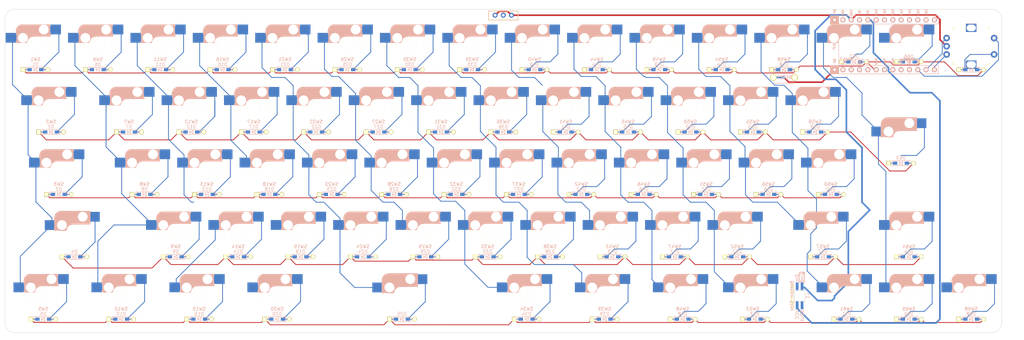
<source format=kicad_pcb>
(kicad_pcb (version 20171130) (host pcbnew "(5.1.12)-1")
  (layers (0 F.Cu signal) (31 B.Cu signal) (34 B.Paste user) (35 F.Paste user) (36 B.SilkS user) (37 F.SilkS user) (38 B.Mask user) (39 F.Mask user) (44 Edge.Cuts user))
  (net 0 "")
  (net 1 "Net-(D1-Pad2)")
  (net 2 Row0)
  (net 3 "Net-(D2-Pad2)")
  (net 4 Row1)
  (net 5 "Net-(D3-Pad2)")
  (net 6 Row2)
  (net 7 "Net-(D4-Pad2)")
  (net 8 Row3)
  (net 9 "Net-(D5-Pad2)")
  (net 10 Row4)
  (net 11 "Net-(D6-Pad2)")
  (net 12 "Net-(D7-Pad2)")
  (net 13 "Net-(D8-Pad2)")
  (net 14 "Net-(D9-Pad2)")
  (net 15 "Net-(D10-Pad2)")
  (net 16 "Net-(D11-Pad2)")
  (net 17 "Net-(D12-Pad2)")
  (net 18 "Net-(D13-Pad2)")
  (net 19 "Net-(D14-Pad2)")
  (net 20 "Net-(D15-Pad2)")
  (net 21 "Net-(D16-Pad2)")
  (net 22 "Net-(D17-Pad2)")
  (net 23 "Net-(D18-Pad2)")
  (net 24 "Net-(D19-Pad2)")
  (net 25 "Net-(D20-Pad2)")
  (net 26 "Net-(D21-Pad2)")
  (net 27 "Net-(D22-Pad2)")
  (net 28 "Net-(D23-Pad2)")
  (net 29 "Net-(D24-Pad2)")
  (net 30 "Net-(D25-Pad2)")
  (net 31 "Net-(D26-Pad2)")
  (net 32 "Net-(D27-Pad2)")
  (net 33 "Net-(D28-Pad2)")
  (net 34 "Net-(D29-Pad2)")
  (net 35 "Net-(D30-Pad2)")
  (net 36 "Net-(D31-Pad2)")
  (net 37 "Net-(D32-Pad2)")
  (net 38 "Net-(D33-Pad2)")
  (net 39 "Net-(D34-Pad2)")
  (net 40 "Net-(D35-Pad2)")
  (net 41 "Net-(D36-Pad2)")
  (net 42 "Net-(D37-Pad2)")
  (net 43 "Net-(D38-Pad2)")
  (net 44 "Net-(D39-Pad2)")
  (net 45 "Net-(D40-Pad1)")
  (net 46 "Net-(D41-Pad1)")
  (net 47 "Net-(D42-Pad1)")
  (net 48 "Net-(D43-Pad1)")
  (net 49 "Net-(D44-Pad1)")
  (net 50 "Net-(D45-Pad1)")
  (net 51 "Net-(D46-Pad1)")
  (net 52 "Net-(D47-Pad1)")
  (net 53 "Net-(D48-Pad1)")
  (net 54 "Net-(D49-Pad1)")
  (net 55 "Net-(D50-Pad1)")
  (net 56 "Net-(D51-Pad1)")
  (net 57 "Net-(D52-Pad1)")
  (net 58 "Net-(D53-Pad1)")
  (net 59 "Net-(D54-Pad1)")
  (net 60 "Net-(D55-Pad1)")
  (net 61 "Net-(D56-Pad1)")
  (net 62 "Net-(D57-Pad1)")
  (net 63 "Net-(D58-Pad1)")
  (net 64 "Net-(D59-Pad1)")
  (net 65 "Net-(D60-Pad1)")
  (net 66 "Net-(D61-Pad1)")
  (net 67 "Net-(D62-Pad1)")
  (net 68 "Net-(D63-Pad1)")
  (net 69 "Net-(D64-Pad1)")
  (net 70 "Net-(D65-Pad1)")
  (net 71 "Net-(D66-Pad1)")
  (net 72 "Net-(D67-Pad1)")
  (net 73 "Net-(D68-Pad1)")
  (net 74 GND)
  (net 75 Bat+)
  (net 76 VCC)
  (net 77 "Net-(L1-Pad1)")
  (net 78 LED)
  (net 79 Col0)
  (net 80 Col1)
  (net 81 Col2)
  (net 82 Col3)
  (net 83 Col4)
  (net 84 Col5)
  (net 85 Col6)
  (net 86 Col7)
  (net 87 B1)
  (net 88 A1)
  (net 89 Reset)
  (net 90 "Net-(U1-Pad24)")
  (net 91 "Net-(U1-Pad13)")
  (net 92 "Net-(U1-Pad2)")
  (module kbd_SW:CherryMX_Hotswap_1.0u (layer F.Cu) (at 47.625 28.575)
    (fp_text reference SW6 (at 0 4) (layer B.SilkS) (effects (justify mirror)))
    (fp_text value SW_PUSH hide)
    (pad 2 smd rect (at 5.7 -5.12 180) (size 3.3 3) (drill (offset -0.45 0)) (layers B.Cu B.Paste B.Mask) (net 11 "Net-(D6-Pad2)"))
    (pad "" np_thru_hole circle (at -5.08 0) (size 2 2) (drill 2) (layers *.Cu *.Mask F.SilkS))
    (pad "" np_thru_hole circle (at 5.08 0) (size 2 2) (drill 2) (layers *.Cu *.Mask F.SilkS))
    (pad "" np_thru_hole circle (at 0 0 90) (size 4 4) (drill 4) (layers *.Cu *.Mask F.SilkS))
    (pad "" np_thru_hole circle (at 2.54 -5.08 180) (size 3 3) (drill 3) (layers *.Cu *.Mask))
    (pad "" np_thru_hole circle (at -3.81 -2.54 180) (size 3 3) (drill 3) (layers *.Cu *.Mask))
    (pad 1 smd rect (at -7 -2.58 180) (size 3.3 3) (drill (offset 0.45 0)) (layers B.Cu B.Paste B.Mask) (net 80 Col1))
  )
  (module kbd_SW:CherryMX_Hotswap_1.0u (layer F.Cu) (at 28.575 28.575)
    (fp_text reference SW1 (at 0 4) (layer B.SilkS) (effects (justify mirror)))
    (fp_text value SW_PUSH hide)
    (pad 2 smd rect (at 5.7 -5.12 180) (size 3.3 3) (drill (offset -0.45 0)) (layers B.Cu B.Paste B.Mask) (net 1 "Net-(D1-Pad2)"))
    (pad "" np_thru_hole circle (at -5.08 0) (size 2 2) (drill 2) (layers *.Cu *.Mask F.SilkS))
    (pad "" np_thru_hole circle (at 5.08 0) (size 2 2) (drill 2) (layers *.Cu *.Mask F.SilkS))
    (pad "" np_thru_hole circle (at 0 0 90) (size 4 4) (drill 4) (layers *.Cu *.Mask F.SilkS))
    (pad "" np_thru_hole circle (at 2.54 -5.08 180) (size 3 3) (drill 3) (layers *.Cu *.Mask))
    (pad "" np_thru_hole circle (at -3.81 -2.54 180) (size 3 3) (drill 3) (layers *.Cu *.Mask))
    (pad 1 smd rect (at -7 -2.58 180) (size 3.3 3) (drill (offset 0.45 0)) (layers B.Cu B.Paste B.Mask) (net 79 Col0))
  )
  (module kbd_SW:CherryMX_Hotswap_1u (layer F.Cu) (at 314.325 104.775)
    (fp_text reference SW68 (at 0 4) (layer B.SilkS) (effects (justify mirror)))
    (fp_text value SW_PUSH hide)
    (pad 2 smd rect (at 5.7 -5.12 180) (size 3.3 3) (drill (offset -0.45 0)) (layers B.Cu B.Paste B.Mask) (net 73 "Net-(D68-Pad1)"))
    (pad "" np_thru_hole circle (at -5.08 0) (size 2 2) (drill 2) (layers *.Cu *.Mask F.SilkS))
    (pad "" np_thru_hole circle (at 5.08 0) (size 2 2) (drill 2) (layers *.Cu *.Mask F.SilkS))
    (pad "" np_thru_hole circle (at 0 0 90) (size 4 4) (drill 4) (layers *.Cu *.Mask F.SilkS))
    (pad "" np_thru_hole circle (at 2.54 -5.08 180) (size 3 3) (drill 3) (layers *.Cu *.Mask))
    (pad "" np_thru_hole circle (at -3.81 -2.54 180) (size 3 3) (drill 3) (layers *.Cu *.Mask))
    (pad 1 smd rect (at -7 -2.58 180) (size 3.3 3) (drill (offset 0.45 0)) (layers B.Cu B.Paste B.Mask) (net 86 Col7))
  )
  (module kbd_SW:CherryMX_Hotswap_1u (layer F.Cu) (at 295.275 28.575)
    (fp_text reference SW66 (at 0 4) (layer B.SilkS) (effects (justify mirror)))
    (fp_text value SW_PUSH hide)
    (pad 2 smd rect (at 5.7 -5.12 180) (size 3.3 3) (drill (offset -0.45 0)) (layers B.Cu B.Paste B.Mask) (net 71 "Net-(D66-Pad1)"))
    (pad "" np_thru_hole circle (at -5.08 0) (size 2 2) (drill 2) (layers *.Cu *.Mask F.SilkS))
    (pad "" np_thru_hole circle (at 5.08 0) (size 2 2) (drill 2) (layers *.Cu *.Mask F.SilkS))
    (pad "" np_thru_hole circle (at 0 0 90) (size 4 4) (drill 4) (layers *.Cu *.Mask F.SilkS))
    (pad "" np_thru_hole circle (at 2.54 -5.08 180) (size 3 3) (drill 3) (layers *.Cu *.Mask))
    (pad "" np_thru_hole circle (at -3.81 -2.54 180) (size 3 3) (drill 3) (layers *.Cu *.Mask))
    (pad 1 smd rect (at -7 -2.58 180) (size 3.3 3) (drill (offset 0.45 0)) (layers B.Cu B.Paste B.Mask) (net 85 Col6))
  )
  (module kbd_SW:CherryMX_Hotswap_1u (layer F.Cu) (at 295.275 104.775)
    (fp_text reference SW65 (at 0 4) (layer B.SilkS) (effects (justify mirror)))
    (fp_text value SW_PUSH hide)
    (pad 2 smd rect (at 5.7 -5.12 180) (size 3.3 3) (drill (offset -0.45 0)) (layers B.Cu B.Paste B.Mask) (net 70 "Net-(D65-Pad1)"))
    (pad "" np_thru_hole circle (at -5.08 0) (size 2 2) (drill 2) (layers *.Cu *.Mask F.SilkS))
    (pad "" np_thru_hole circle (at 5.08 0) (size 2 2) (drill 2) (layers *.Cu *.Mask F.SilkS))
    (pad "" np_thru_hole circle (at 0 0 90) (size 4 4) (drill 4) (layers *.Cu *.Mask F.SilkS))
    (pad "" np_thru_hole circle (at 2.54 -5.08 180) (size 3 3) (drill 3) (layers *.Cu *.Mask))
    (pad "" np_thru_hole circle (at -3.81 -2.54 180) (size 3 3) (drill 3) (layers *.Cu *.Mask))
    (pad 1 smd rect (at -7 -2.58 180) (size 3.3 3) (drill (offset 0.45 0)) (layers B.Cu B.Paste B.Mask) (net 84 Col5))
  )
  (module kbd_SW:CherryMX_Hotswap_1u (layer F.Cu) (at 295.275 85.725)
    (fp_text reference SW64 (at 0 4) (layer B.SilkS) (effects (justify mirror)))
    (fp_text value SW_PUSH hide)
    (pad 2 smd rect (at 5.7 -5.12 180) (size 3.3 3) (drill (offset -0.45 0)) (layers B.Cu B.Paste B.Mask) (net 69 "Net-(D64-Pad1)"))
    (pad "" np_thru_hole circle (at -5.08 0) (size 2 2) (drill 2) (layers *.Cu *.Mask F.SilkS))
    (pad "" np_thru_hole circle (at 5.08 0) (size 2 2) (drill 2) (layers *.Cu *.Mask F.SilkS))
    (pad "" np_thru_hole circle (at 0 0 90) (size 4 4) (drill 4) (layers *.Cu *.Mask F.SilkS))
    (pad "" np_thru_hole circle (at 2.54 -5.08 180) (size 3 3) (drill 3) (layers *.Cu *.Mask))
    (pad "" np_thru_hole circle (at -3.81 -2.54 180) (size 3 3) (drill 3) (layers *.Cu *.Mask))
    (pad 1 smd rect (at -7 -2.58 180) (size 3.3 3) (drill (offset 0.45 0)) (layers B.Cu B.Paste B.Mask) (net 84 Col5))
  )
  (module kbd_SW:CherryMX_Hotswap_1u (layer F.Cu) (at 276.225 28.575)
    (fp_text reference SW62 (at 0 4) (layer B.SilkS) (effects (justify mirror)))
    (fp_text value SW_PUSH hide)
    (pad 2 smd rect (at 5.7 -5.12 180) (size 3.3 3) (drill (offset -0.45 0)) (layers B.Cu B.Paste B.Mask) (net 67 "Net-(D62-Pad1)"))
    (pad "" np_thru_hole circle (at -5.08 0) (size 2 2) (drill 2) (layers *.Cu *.Mask F.SilkS))
    (pad "" np_thru_hole circle (at 5.08 0) (size 2 2) (drill 2) (layers *.Cu *.Mask F.SilkS))
    (pad "" np_thru_hole circle (at 0 0 90) (size 4 4) (drill 4) (layers *.Cu *.Mask F.SilkS))
    (pad "" np_thru_hole circle (at 2.54 -5.08 180) (size 3 3) (drill 3) (layers *.Cu *.Mask))
    (pad "" np_thru_hole circle (at -3.81 -2.54 180) (size 3 3) (drill 3) (layers *.Cu *.Mask))
    (pad 1 smd rect (at -7 -2.58 180) (size 3.3 3) (drill (offset 0.45 0)) (layers B.Cu B.Paste B.Mask) (net 84 Col5))
  )
  (module kbd_SW:CherryMX_Hotswap_1u (layer F.Cu) (at 276.225 104.775)
    (fp_text reference SW61 (at 0 4) (layer B.SilkS) (effects (justify mirror)))
    (fp_text value SW_PUSH hide)
    (pad 2 smd rect (at 5.7 -5.12 180) (size 3.3 3) (drill (offset -0.45 0)) (layers B.Cu B.Paste B.Mask) (net 66 "Net-(D61-Pad1)"))
    (pad "" np_thru_hole circle (at -5.08 0) (size 2 2) (drill 2) (layers *.Cu *.Mask F.SilkS))
    (pad "" np_thru_hole circle (at 5.08 0) (size 2 2) (drill 2) (layers *.Cu *.Mask F.SilkS))
    (pad "" np_thru_hole circle (at 0 0 90) (size 4 4) (drill 4) (layers *.Cu *.Mask F.SilkS))
    (pad "" np_thru_hole circle (at 2.54 -5.08 180) (size 3 3) (drill 3) (layers *.Cu *.Mask))
    (pad "" np_thru_hole circle (at -3.81 -2.54 180) (size 3 3) (drill 3) (layers *.Cu *.Mask))
    (pad 1 smd rect (at -7 -2.58 180) (size 3.3 3) (drill (offset 0.45 0)) (layers B.Cu B.Paste B.Mask) (net 83 Col4))
  )
  (module kbd_SW:CherryMX_Hotswap_1u (layer F.Cu) (at 271.4625 66.675)
    (fp_text reference SW60 (at 0 4) (layer B.SilkS) (effects (justify mirror)))
    (fp_text value SW_PUSH hide)
    (pad 2 smd rect (at 5.7 -5.12 180) (size 3.3 3) (drill (offset -0.45 0)) (layers B.Cu B.Paste B.Mask) (net 65 "Net-(D60-Pad1)"))
    (pad "" np_thru_hole circle (at -5.08 0) (size 2 2) (drill 2) (layers *.Cu *.Mask F.SilkS))
    (pad "" np_thru_hole circle (at 5.08 0) (size 2 2) (drill 2) (layers *.Cu *.Mask F.SilkS))
    (pad "" np_thru_hole circle (at 0 0 90) (size 4 4) (drill 4) (layers *.Cu *.Mask F.SilkS))
    (pad "" np_thru_hole circle (at 2.54 -5.08 180) (size 3 3) (drill 3) (layers *.Cu *.Mask))
    (pad "" np_thru_hole circle (at -3.81 -2.54 180) (size 3 3) (drill 3) (layers *.Cu *.Mask))
    (pad 1 smd rect (at -7 -2.58 180) (size 3.3 3) (drill (offset 0.45 0)) (layers B.Cu B.Paste B.Mask) (net 83 Col4))
  )
  (module kbd_SW:CherryMX_Hotswap_1u (layer F.Cu) (at 266.7 47.625)
    (fp_text reference SW59 (at 0 4) (layer B.SilkS) (effects (justify mirror)))
    (fp_text value SW_PUSH hide)
    (pad 2 smd rect (at 5.7 -5.12 180) (size 3.3 3) (drill (offset -0.45 0)) (layers B.Cu B.Paste B.Mask) (net 64 "Net-(D59-Pad1)"))
    (pad "" np_thru_hole circle (at -5.08 0) (size 2 2) (drill 2) (layers *.Cu *.Mask F.SilkS))
    (pad "" np_thru_hole circle (at 5.08 0) (size 2 2) (drill 2) (layers *.Cu *.Mask F.SilkS))
    (pad "" np_thru_hole circle (at 0 0 90) (size 4 4) (drill 4) (layers *.Cu *.Mask F.SilkS))
    (pad "" np_thru_hole circle (at 2.54 -5.08 180) (size 3 3) (drill 3) (layers *.Cu *.Mask))
    (pad "" np_thru_hole circle (at -3.81 -2.54 180) (size 3 3) (drill 3) (layers *.Cu *.Mask))
    (pad 1 smd rect (at -7 -2.58 180) (size 3.3 3) (drill (offset 0.45 0)) (layers B.Cu B.Paste B.Mask) (net 83 Col4))
  )
  (module kbd_SW:CherryMX_Hotswap_1u (layer F.Cu) (at 257.175 28.575)
    (fp_text reference SW58 (at 0 4) (layer B.SilkS) (effects (justify mirror)))
    (fp_text value SW_PUSH hide)
    (pad 2 smd rect (at 5.7 -5.12 180) (size 3.3 3) (drill (offset -0.45 0)) (layers B.Cu B.Paste B.Mask) (net 63 "Net-(D58-Pad1)"))
    (pad "" np_thru_hole circle (at -5.08 0) (size 2 2) (drill 2) (layers *.Cu *.Mask F.SilkS))
    (pad "" np_thru_hole circle (at 5.08 0) (size 2 2) (drill 2) (layers *.Cu *.Mask F.SilkS))
    (pad "" np_thru_hole circle (at 0 0 90) (size 4 4) (drill 4) (layers *.Cu *.Mask F.SilkS))
    (pad "" np_thru_hole circle (at 2.54 -5.08 180) (size 3 3) (drill 3) (layers *.Cu *.Mask))
    (pad "" np_thru_hole circle (at -3.81 -2.54 180) (size 3 3) (drill 3) (layers *.Cu *.Mask))
    (pad 1 smd rect (at -7 -2.58 180) (size 3.3 3) (drill (offset 0.45 0)) (layers B.Cu B.Paste B.Mask) (net 83 Col4))
  )
  (module kbd_SW:CherryMX_Hotswap_1u (layer F.Cu) (at 252.4125 66.675)
    (fp_text reference SW56 (at 0 4) (layer B.SilkS) (effects (justify mirror)))
    (fp_text value SW_PUSH hide)
    (pad 2 smd rect (at 5.7 -5.12 180) (size 3.3 3) (drill (offset -0.45 0)) (layers B.Cu B.Paste B.Mask) (net 61 "Net-(D56-Pad1)"))
    (pad "" np_thru_hole circle (at -5.08 0) (size 2 2) (drill 2) (layers *.Cu *.Mask F.SilkS))
    (pad "" np_thru_hole circle (at 5.08 0) (size 2 2) (drill 2) (layers *.Cu *.Mask F.SilkS))
    (pad "" np_thru_hole circle (at 0 0 90) (size 4 4) (drill 4) (layers *.Cu *.Mask F.SilkS))
    (pad "" np_thru_hole circle (at 2.54 -5.08 180) (size 3 3) (drill 3) (layers *.Cu *.Mask))
    (pad "" np_thru_hole circle (at -3.81 -2.54 180) (size 3 3) (drill 3) (layers *.Cu *.Mask))
    (pad 1 smd rect (at -7 -2.58 180) (size 3.3 3) (drill (offset 0.45 0)) (layers B.Cu B.Paste B.Mask) (net 82 Col3))
  )
  (module kbd_SW:CherryMX_Hotswap_1u (layer F.Cu) (at 247.65 47.625)
    (fp_text reference SW55 (at 0 4) (layer B.SilkS) (effects (justify mirror)))
    (fp_text value SW_PUSH hide)
    (pad 2 smd rect (at 5.7 -5.12 180) (size 3.3 3) (drill (offset -0.45 0)) (layers B.Cu B.Paste B.Mask) (net 60 "Net-(D55-Pad1)"))
    (pad "" np_thru_hole circle (at -5.08 0) (size 2 2) (drill 2) (layers *.Cu *.Mask F.SilkS))
    (pad "" np_thru_hole circle (at 5.08 0) (size 2 2) (drill 2) (layers *.Cu *.Mask F.SilkS))
    (pad "" np_thru_hole circle (at 0 0 90) (size 4 4) (drill 4) (layers *.Cu *.Mask F.SilkS))
    (pad "" np_thru_hole circle (at 2.54 -5.08 180) (size 3 3) (drill 3) (layers *.Cu *.Mask))
    (pad "" np_thru_hole circle (at -3.81 -2.54 180) (size 3 3) (drill 3) (layers *.Cu *.Mask))
    (pad 1 smd rect (at -7 -2.58 180) (size 3.3 3) (drill (offset 0.45 0)) (layers B.Cu B.Paste B.Mask) (net 82 Col3))
  )
  (module kbd_SW:CherryMX_Hotswap_1u (layer F.Cu) (at 238.125 28.575)
    (fp_text reference SW54 (at 0 4) (layer B.SilkS) (effects (justify mirror)))
    (fp_text value SW_PUSH hide)
    (pad 2 smd rect (at 5.7 -5.12 180) (size 3.3 3) (drill (offset -0.45 0)) (layers B.Cu B.Paste B.Mask) (net 59 "Net-(D54-Pad1)"))
    (pad "" np_thru_hole circle (at -5.08 0) (size 2 2) (drill 2) (layers *.Cu *.Mask F.SilkS))
    (pad "" np_thru_hole circle (at 5.08 0) (size 2 2) (drill 2) (layers *.Cu *.Mask F.SilkS))
    (pad "" np_thru_hole circle (at 0 0 90) (size 4 4) (drill 4) (layers *.Cu *.Mask F.SilkS))
    (pad "" np_thru_hole circle (at 2.54 -5.08 180) (size 3 3) (drill 3) (layers *.Cu *.Mask))
    (pad "" np_thru_hole circle (at -3.81 -2.54 180) (size 3 3) (drill 3) (layers *.Cu *.Mask))
    (pad 1 smd rect (at -7 -2.58 180) (size 3.3 3) (drill (offset 0.45 0)) (layers B.Cu B.Paste B.Mask) (net 82 Col3))
  )
  (module kbd_SW:CherryMX_Hotswap_1u (layer F.Cu) (at 247.65 104.775)
    (fp_text reference SW53 (at 0 4) (layer B.SilkS) (effects (justify mirror)))
    (fp_text value SW_PUSH hide)
    (pad 2 smd rect (at 5.7 -5.12 180) (size 3.3 3) (drill (offset -0.45 0)) (layers B.Cu B.Paste B.Mask) (net 58 "Net-(D53-Pad1)"))
    (pad "" np_thru_hole circle (at -5.08 0) (size 2 2) (drill 2) (layers *.Cu *.Mask F.SilkS))
    (pad "" np_thru_hole circle (at 5.08 0) (size 2 2) (drill 2) (layers *.Cu *.Mask F.SilkS))
    (pad "" np_thru_hole circle (at 0 0 90) (size 4 4) (drill 4) (layers *.Cu *.Mask F.SilkS))
    (pad "" np_thru_hole circle (at 2.54 -5.08 180) (size 3 3) (drill 3) (layers *.Cu *.Mask))
    (pad "" np_thru_hole circle (at -3.81 -2.54 180) (size 3 3) (drill 3) (layers *.Cu *.Mask))
    (pad 1 smd rect (at -7 -2.58 180) (size 3.3 3) (drill (offset 0.45 0)) (layers B.Cu B.Paste B.Mask) (net 81 Col2))
  )
  (module kbd_SW:CherryMX_Hotswap_1u (layer F.Cu) (at 242.8875 85.725)
    (fp_text reference SW52 (at 0 4) (layer B.SilkS) (effects (justify mirror)))
    (fp_text value SW_PUSH hide)
    (pad 2 smd rect (at 5.7 -5.12 180) (size 3.3 3) (drill (offset -0.45 0)) (layers B.Cu B.Paste B.Mask) (net 57 "Net-(D52-Pad1)"))
    (pad "" np_thru_hole circle (at -5.08 0) (size 2 2) (drill 2) (layers *.Cu *.Mask F.SilkS))
    (pad "" np_thru_hole circle (at 5.08 0) (size 2 2) (drill 2) (layers *.Cu *.Mask F.SilkS))
    (pad "" np_thru_hole circle (at 0 0 90) (size 4 4) (drill 4) (layers *.Cu *.Mask F.SilkS))
    (pad "" np_thru_hole circle (at 2.54 -5.08 180) (size 3 3) (drill 3) (layers *.Cu *.Mask))
    (pad "" np_thru_hole circle (at -3.81 -2.54 180) (size 3 3) (drill 3) (layers *.Cu *.Mask))
    (pad 1 smd rect (at -7 -2.58 180) (size 3.3 3) (drill (offset 0.45 0)) (layers B.Cu B.Paste B.Mask) (net 81 Col2))
  )
  (module kbd_SW:CherryMX_Hotswap_1u (layer F.Cu) (at 233.3625 66.675)
    (fp_text reference SW51 (at 0 4) (layer B.SilkS) (effects (justify mirror)))
    (fp_text value SW_PUSH hide)
    (pad 2 smd rect (at 5.7 -5.12 180) (size 3.3 3) (drill (offset -0.45 0)) (layers B.Cu B.Paste B.Mask) (net 56 "Net-(D51-Pad1)"))
    (pad "" np_thru_hole circle (at -5.08 0) (size 2 2) (drill 2) (layers *.Cu *.Mask F.SilkS))
    (pad "" np_thru_hole circle (at 5.08 0) (size 2 2) (drill 2) (layers *.Cu *.Mask F.SilkS))
    (pad "" np_thru_hole circle (at 0 0 90) (size 4 4) (drill 4) (layers *.Cu *.Mask F.SilkS))
    (pad "" np_thru_hole circle (at 2.54 -5.08 180) (size 3 3) (drill 3) (layers *.Cu *.Mask))
    (pad "" np_thru_hole circle (at -3.81 -2.54 180) (size 3 3) (drill 3) (layers *.Cu *.Mask))
    (pad 1 smd rect (at -7 -2.58 180) (size 3.3 3) (drill (offset 0.45 0)) (layers B.Cu B.Paste B.Mask) (net 81 Col2))
  )
  (module kbd_SW:CherryMX_Hotswap_1u (layer F.Cu) (at 228.6 47.625)
    (fp_text reference SW50 (at 0 4) (layer B.SilkS) (effects (justify mirror)))
    (fp_text value SW_PUSH hide)
    (pad 2 smd rect (at 5.7 -5.12 180) (size 3.3 3) (drill (offset -0.45 0)) (layers B.Cu B.Paste B.Mask) (net 55 "Net-(D50-Pad1)"))
    (pad "" np_thru_hole circle (at -5.08 0) (size 2 2) (drill 2) (layers *.Cu *.Mask F.SilkS))
    (pad "" np_thru_hole circle (at 5.08 0) (size 2 2) (drill 2) (layers *.Cu *.Mask F.SilkS))
    (pad "" np_thru_hole circle (at 0 0 90) (size 4 4) (drill 4) (layers *.Cu *.Mask F.SilkS))
    (pad "" np_thru_hole circle (at 2.54 -5.08 180) (size 3 3) (drill 3) (layers *.Cu *.Mask))
    (pad "" np_thru_hole circle (at -3.81 -2.54 180) (size 3 3) (drill 3) (layers *.Cu *.Mask))
    (pad 1 smd rect (at -7 -2.58 180) (size 3.3 3) (drill (offset 0.45 0)) (layers B.Cu B.Paste B.Mask) (net 81 Col2))
  )
  (module kbd_SW:CherryMX_Hotswap_1u (layer F.Cu) (at 219.075 28.575)
    (fp_text reference SW49 (at 0 4) (layer B.SilkS) (effects (justify mirror)))
    (fp_text value SW_PUSH hide)
    (pad 2 smd rect (at 5.7 -5.12 180) (size 3.3 3) (drill (offset -0.45 0)) (layers B.Cu B.Paste B.Mask) (net 54 "Net-(D49-Pad1)"))
    (pad "" np_thru_hole circle (at -5.08 0) (size 2 2) (drill 2) (layers *.Cu *.Mask F.SilkS))
    (pad "" np_thru_hole circle (at 5.08 0) (size 2 2) (drill 2) (layers *.Cu *.Mask F.SilkS))
    (pad "" np_thru_hole circle (at 0 0 90) (size 4 4) (drill 4) (layers *.Cu *.Mask F.SilkS))
    (pad "" np_thru_hole circle (at 2.54 -5.08 180) (size 3 3) (drill 3) (layers *.Cu *.Mask))
    (pad "" np_thru_hole circle (at -3.81 -2.54 180) (size 3 3) (drill 3) (layers *.Cu *.Mask))
    (pad 1 smd rect (at -7 -2.58 180) (size 3.3 3) (drill (offset 0.45 0)) (layers B.Cu B.Paste B.Mask) (net 81 Col2))
  )
  (module kbd_SW:CherryMX_Hotswap_1.0u (layer F.Cu) (at 223.8375 85.725)
    (fp_text reference SW47 (at 0 4) (layer B.SilkS) (effects (justify mirror)))
    (fp_text value SW_PUSH hide)
    (pad 2 smd rect (at 5.7 -5.12 180) (size 3.3 3) (drill (offset -0.45 0)) (layers B.Cu B.Paste B.Mask) (net 52 "Net-(D47-Pad1)"))
    (pad "" np_thru_hole circle (at -5.08 0) (size 2 2) (drill 2) (layers *.Cu *.Mask F.SilkS))
    (pad "" np_thru_hole circle (at 5.08 0) (size 2 2) (drill 2) (layers *.Cu *.Mask F.SilkS))
    (pad "" np_thru_hole circle (at 0 0 90) (size 4 4) (drill 4) (layers *.Cu *.Mask F.SilkS))
    (pad "" np_thru_hole circle (at 2.54 -5.08 180) (size 3 3) (drill 3) (layers *.Cu *.Mask))
    (pad "" np_thru_hole circle (at -3.81 -2.54 180) (size 3 3) (drill 3) (layers *.Cu *.Mask))
    (pad 1 smd rect (at -7 -2.58 180) (size 3.3 3) (drill (offset 0.45 0)) (layers B.Cu B.Paste B.Mask) (net 80 Col1))
  )
  (module kbd_SW:CherryMX_Hotswap_1.0u (layer F.Cu) (at 214.3125 66.675)
    (fp_text reference SW46 (at 0 4) (layer B.SilkS) (effects (justify mirror)))
    (fp_text value SW_PUSH hide)
    (pad 2 smd rect (at 5.7 -5.12 180) (size 3.3 3) (drill (offset -0.45 0)) (layers B.Cu B.Paste B.Mask) (net 51 "Net-(D46-Pad1)"))
    (pad "" np_thru_hole circle (at -5.08 0) (size 2 2) (drill 2) (layers *.Cu *.Mask F.SilkS))
    (pad "" np_thru_hole circle (at 5.08 0) (size 2 2) (drill 2) (layers *.Cu *.Mask F.SilkS))
    (pad "" np_thru_hole circle (at 0 0 90) (size 4 4) (drill 4) (layers *.Cu *.Mask F.SilkS))
    (pad "" np_thru_hole circle (at 2.54 -5.08 180) (size 3 3) (drill 3) (layers *.Cu *.Mask))
    (pad "" np_thru_hole circle (at -3.81 -2.54 180) (size 3 3) (drill 3) (layers *.Cu *.Mask))
    (pad 1 smd rect (at -7 -2.58 180) (size 3.3 3) (drill (offset 0.45 0)) (layers B.Cu B.Paste B.Mask) (net 80 Col1))
  )
  (module kbd_SW:CherryMX_Hotswap_1.0u (layer F.Cu) (at 209.55 47.625)
    (fp_text reference SW45 (at 0 4) (layer B.SilkS) (effects (justify mirror)))
    (fp_text value SW_PUSH hide)
    (pad 2 smd rect (at 5.7 -5.12 180) (size 3.3 3) (drill (offset -0.45 0)) (layers B.Cu B.Paste B.Mask) (net 50 "Net-(D45-Pad1)"))
    (pad "" np_thru_hole circle (at -5.08 0) (size 2 2) (drill 2) (layers *.Cu *.Mask F.SilkS))
    (pad "" np_thru_hole circle (at 5.08 0) (size 2 2) (drill 2) (layers *.Cu *.Mask F.SilkS))
    (pad "" np_thru_hole circle (at 0 0 90) (size 4 4) (drill 4) (layers *.Cu *.Mask F.SilkS))
    (pad "" np_thru_hole circle (at 2.54 -5.08 180) (size 3 3) (drill 3) (layers *.Cu *.Mask))
    (pad "" np_thru_hole circle (at -3.81 -2.54 180) (size 3 3) (drill 3) (layers *.Cu *.Mask))
    (pad 1 smd rect (at -7 -2.58 180) (size 3.3 3) (drill (offset 0.45 0)) (layers B.Cu B.Paste B.Mask) (net 80 Col1))
  )
  (module kbd_SW:CherryMX_Hotswap_1.0u (layer F.Cu) (at 200.025 28.575)
    (fp_text reference SW44 (at 0 4) (layer B.SilkS) (effects (justify mirror)))
    (fp_text value SW_PUSH hide)
    (pad 2 smd rect (at 5.7 -5.12 180) (size 3.3 3) (drill (offset -0.45 0)) (layers B.Cu B.Paste B.Mask) (net 49 "Net-(D44-Pad1)"))
    (pad "" np_thru_hole circle (at -5.08 0) (size 2 2) (drill 2) (layers *.Cu *.Mask F.SilkS))
    (pad "" np_thru_hole circle (at 5.08 0) (size 2 2) (drill 2) (layers *.Cu *.Mask F.SilkS))
    (pad "" np_thru_hole circle (at 0 0 90) (size 4 4) (drill 4) (layers *.Cu *.Mask F.SilkS))
    (pad "" np_thru_hole circle (at 2.54 -5.08 180) (size 3 3) (drill 3) (layers *.Cu *.Mask))
    (pad "" np_thru_hole circle (at -3.81 -2.54 180) (size 3 3) (drill 3) (layers *.Cu *.Mask))
    (pad 1 smd rect (at -7 -2.58 180) (size 3.3 3) (drill (offset 0.45 0)) (layers B.Cu B.Paste B.Mask) (net 80 Col1))
  )
  (module kbd_SW:CherryMX_Hotswap_1.0u (layer F.Cu) (at 204.7875 85.725)
    (fp_text reference SW43 (at 0 4) (layer B.SilkS) (effects (justify mirror)))
    (fp_text value SW_PUSH hide)
    (pad 2 smd rect (at 5.7 -5.12 180) (size 3.3 3) (drill (offset -0.45 0)) (layers B.Cu B.Paste B.Mask) (net 48 "Net-(D43-Pad1)"))
    (pad "" np_thru_hole circle (at -5.08 0) (size 2 2) (drill 2) (layers *.Cu *.Mask F.SilkS))
    (pad "" np_thru_hole circle (at 5.08 0) (size 2 2) (drill 2) (layers *.Cu *.Mask F.SilkS))
    (pad "" np_thru_hole circle (at 0 0 90) (size 4 4) (drill 4) (layers *.Cu *.Mask F.SilkS))
    (pad "" np_thru_hole circle (at 2.54 -5.08 180) (size 3 3) (drill 3) (layers *.Cu *.Mask))
    (pad "" np_thru_hole circle (at -3.81 -2.54 180) (size 3 3) (drill 3) (layers *.Cu *.Mask))
    (pad 1 smd rect (at -7 -2.58 180) (size 3.3 3) (drill (offset 0.45 0)) (layers B.Cu B.Paste B.Mask) (net 79 Col0))
  )
  (module kbd_SW:CherryMX_Hotswap_1.0u (layer F.Cu) (at 195.2625 66.675)
    (fp_text reference SW42 (at 0 4) (layer B.SilkS) (effects (justify mirror)))
    (fp_text value SW_PUSH hide)
    (pad 2 smd rect (at 5.7 -5.12 180) (size 3.3 3) (drill (offset -0.45 0)) (layers B.Cu B.Paste B.Mask) (net 47 "Net-(D42-Pad1)"))
    (pad "" np_thru_hole circle (at -5.08 0) (size 2 2) (drill 2) (layers *.Cu *.Mask F.SilkS))
    (pad "" np_thru_hole circle (at 5.08 0) (size 2 2) (drill 2) (layers *.Cu *.Mask F.SilkS))
    (pad "" np_thru_hole circle (at 0 0 90) (size 4 4) (drill 4) (layers *.Cu *.Mask F.SilkS))
    (pad "" np_thru_hole circle (at 2.54 -5.08 180) (size 3 3) (drill 3) (layers *.Cu *.Mask))
    (pad "" np_thru_hole circle (at -3.81 -2.54 180) (size 3 3) (drill 3) (layers *.Cu *.Mask))
    (pad 1 smd rect (at -7 -2.58 180) (size 3.3 3) (drill (offset 0.45 0)) (layers B.Cu B.Paste B.Mask) (net 79 Col0))
  )
  (module kbd_SW:CherryMX_Hotswap_1.0u (layer F.Cu) (at 190.5 47.625)
    (fp_text reference SW41 (at 0 4) (layer B.SilkS) (effects (justify mirror)))
    (fp_text value SW_PUSH hide)
    (pad 2 smd rect (at 5.7 -5.12 180) (size 3.3 3) (drill (offset -0.45 0)) (layers B.Cu B.Paste B.Mask) (net 46 "Net-(D41-Pad1)"))
    (pad "" np_thru_hole circle (at -5.08 0) (size 2 2) (drill 2) (layers *.Cu *.Mask F.SilkS))
    (pad "" np_thru_hole circle (at 5.08 0) (size 2 2) (drill 2) (layers *.Cu *.Mask F.SilkS))
    (pad "" np_thru_hole circle (at 0 0 90) (size 4 4) (drill 4) (layers *.Cu *.Mask F.SilkS))
    (pad "" np_thru_hole circle (at 2.54 -5.08 180) (size 3 3) (drill 3) (layers *.Cu *.Mask))
    (pad "" np_thru_hole circle (at -3.81 -2.54 180) (size 3 3) (drill 3) (layers *.Cu *.Mask))
    (pad 1 smd rect (at -7 -2.58 180) (size 3.3 3) (drill (offset 0.45 0)) (layers B.Cu B.Paste B.Mask) (net 79 Col0))
  )
  (module kbd_SW:CherryMX_Hotswap_1.0u (layer F.Cu) (at 180.975 28.575)
    (fp_text reference SW40 (at 0 4) (layer B.SilkS) (effects (justify mirror)))
    (fp_text value SW_PUSH hide)
    (pad 2 smd rect (at 5.7 -5.12 180) (size 3.3 3) (drill (offset -0.45 0)) (layers B.Cu B.Paste B.Mask) (net 45 "Net-(D40-Pad1)"))
    (pad "" np_thru_hole circle (at -5.08 0) (size 2 2) (drill 2) (layers *.Cu *.Mask F.SilkS))
    (pad "" np_thru_hole circle (at 5.08 0) (size 2 2) (drill 2) (layers *.Cu *.Mask F.SilkS))
    (pad "" np_thru_hole circle (at 0 0 90) (size 4 4) (drill 4) (layers *.Cu *.Mask F.SilkS))
    (pad "" np_thru_hole circle (at 2.54 -5.08 180) (size 3 3) (drill 3) (layers *.Cu *.Mask))
    (pad "" np_thru_hole circle (at -3.81 -2.54 180) (size 3 3) (drill 3) (layers *.Cu *.Mask))
    (pad 1 smd rect (at -7 -2.58 180) (size 3.3 3) (drill (offset 0.45 0)) (layers B.Cu B.Paste B.Mask) (net 79 Col0))
  )
  (module kbd_SW:CherryMX_Hotswap_1.0u (layer F.Cu) (at 185.7375 85.725)
    (fp_text reference SW38 (at 0 4) (layer B.SilkS) (effects (justify mirror)))
    (fp_text value SW_PUSH hide)
    (pad 2 smd rect (at 5.7 -5.12 180) (size 3.3 3) (drill (offset -0.45 0)) (layers B.Cu B.Paste B.Mask) (net 43 "Net-(D38-Pad2)"))
    (pad "" np_thru_hole circle (at -5.08 0) (size 2 2) (drill 2) (layers *.Cu *.Mask F.SilkS))
    (pad "" np_thru_hole circle (at 5.08 0) (size 2 2) (drill 2) (layers *.Cu *.Mask F.SilkS))
    (pad "" np_thru_hole circle (at 0 0 90) (size 4 4) (drill 4) (layers *.Cu *.Mask F.SilkS))
    (pad "" np_thru_hole circle (at 2.54 -5.08 180) (size 3 3) (drill 3) (layers *.Cu *.Mask))
    (pad "" np_thru_hole circle (at -3.81 -2.54 180) (size 3 3) (drill 3) (layers *.Cu *.Mask))
    (pad 1 smd rect (at -7 -2.58 180) (size 3.3 3) (drill (offset 0.45 0)) (layers B.Cu B.Paste B.Mask) (net 86 Col7))
  )
  (module kbd_SW:CherryMX_Hotswap_1.0u (layer F.Cu) (at 176.2125 66.675)
    (fp_text reference SW37 (at 0 4) (layer B.SilkS) (effects (justify mirror)))
    (fp_text value SW_PUSH hide)
    (pad 2 smd rect (at 5.7 -5.12 180) (size 3.3 3) (drill (offset -0.45 0)) (layers B.Cu B.Paste B.Mask) (net 42 "Net-(D37-Pad2)"))
    (pad "" np_thru_hole circle (at -5.08 0) (size 2 2) (drill 2) (layers *.Cu *.Mask F.SilkS))
    (pad "" np_thru_hole circle (at 5.08 0) (size 2 2) (drill 2) (layers *.Cu *.Mask F.SilkS))
    (pad "" np_thru_hole circle (at 0 0 90) (size 4 4) (drill 4) (layers *.Cu *.Mask F.SilkS))
    (pad "" np_thru_hole circle (at 2.54 -5.08 180) (size 3 3) (drill 3) (layers *.Cu *.Mask))
    (pad "" np_thru_hole circle (at -3.81 -2.54 180) (size 3 3) (drill 3) (layers *.Cu *.Mask))
    (pad 1 smd rect (at -7 -2.58 180) (size 3.3 3) (drill (offset 0.45 0)) (layers B.Cu B.Paste B.Mask) (net 86 Col7))
  )
  (module kbd_SW:CherryMX_Hotswap_1.0u (layer F.Cu) (at 171.45 47.625)
    (fp_text reference SW36 (at 0 4) (layer B.SilkS) (effects (justify mirror)))
    (fp_text value SW_PUSH hide)
    (pad 2 smd rect (at 5.7 -5.12 180) (size 3.3 3) (drill (offset -0.45 0)) (layers B.Cu B.Paste B.Mask) (net 41 "Net-(D36-Pad2)"))
    (pad "" np_thru_hole circle (at -5.08 0) (size 2 2) (drill 2) (layers *.Cu *.Mask F.SilkS))
    (pad "" np_thru_hole circle (at 5.08 0) (size 2 2) (drill 2) (layers *.Cu *.Mask F.SilkS))
    (pad "" np_thru_hole circle (at 0 0 90) (size 4 4) (drill 4) (layers *.Cu *.Mask F.SilkS))
    (pad "" np_thru_hole circle (at 2.54 -5.08 180) (size 3 3) (drill 3) (layers *.Cu *.Mask))
    (pad "" np_thru_hole circle (at -3.81 -2.54 180) (size 3 3) (drill 3) (layers *.Cu *.Mask))
    (pad 1 smd rect (at -7 -2.58 180) (size 3.3 3) (drill (offset 0.45 0)) (layers B.Cu B.Paste B.Mask) (net 86 Col7))
  )
  (module kbd_SW:CherryMX_Hotswap_1.0u (layer F.Cu) (at 161.925 28.575)
    (fp_text reference SW35 (at 0 4) (layer B.SilkS) (effects (justify mirror)))
    (fp_text value SW_PUSH hide)
    (pad 2 smd rect (at 5.7 -5.12 180) (size 3.3 3) (drill (offset -0.45 0)) (layers B.Cu B.Paste B.Mask) (net 40 "Net-(D35-Pad2)"))
    (pad "" np_thru_hole circle (at -5.08 0) (size 2 2) (drill 2) (layers *.Cu *.Mask F.SilkS))
    (pad "" np_thru_hole circle (at 5.08 0) (size 2 2) (drill 2) (layers *.Cu *.Mask F.SilkS))
    (pad "" np_thru_hole circle (at 0 0 90) (size 4 4) (drill 4) (layers *.Cu *.Mask F.SilkS))
    (pad "" np_thru_hole circle (at 2.54 -5.08 180) (size 3 3) (drill 3) (layers *.Cu *.Mask))
    (pad "" np_thru_hole circle (at -3.81 -2.54 180) (size 3 3) (drill 3) (layers *.Cu *.Mask))
    (pad 1 smd rect (at -7 -2.58 180) (size 3.3 3) (drill (offset 0.45 0)) (layers B.Cu B.Paste B.Mask) (net 86 Col7))
  )
  (module kbd_SW:CherryMX_Hotswap_1.0u (layer F.Cu) (at 166.6875 85.725)
    (fp_text reference SW33 (at 0 4) (layer B.SilkS) (effects (justify mirror)))
    (fp_text value SW_PUSH hide)
    (pad 2 smd rect (at 5.7 -5.12 180) (size 3.3 3) (drill (offset -0.45 0)) (layers B.Cu B.Paste B.Mask) (net 38 "Net-(D33-Pad2)"))
    (pad "" np_thru_hole circle (at -5.08 0) (size 2 2) (drill 2) (layers *.Cu *.Mask F.SilkS))
    (pad "" np_thru_hole circle (at 5.08 0) (size 2 2) (drill 2) (layers *.Cu *.Mask F.SilkS))
    (pad "" np_thru_hole circle (at 0 0 90) (size 4 4) (drill 4) (layers *.Cu *.Mask F.SilkS))
    (pad "" np_thru_hole circle (at 2.54 -5.08 180) (size 3 3) (drill 3) (layers *.Cu *.Mask))
    (pad "" np_thru_hole circle (at -3.81 -2.54 180) (size 3 3) (drill 3) (layers *.Cu *.Mask))
    (pad 1 smd rect (at -7 -2.58 180) (size 3.3 3) (drill (offset 0.45 0)) (layers B.Cu B.Paste B.Mask) (net 85 Col6))
  )
  (module kbd_SW:CherryMX_Hotswap_1.0u (layer F.Cu) (at 157.1625 66.675)
    (fp_text reference SW32 (at 0 4) (layer B.SilkS) (effects (justify mirror)))
    (fp_text value SW_PUSH hide)
    (pad 2 smd rect (at 5.7 -5.12 180) (size 3.3 3) (drill (offset -0.45 0)) (layers B.Cu B.Paste B.Mask) (net 37 "Net-(D32-Pad2)"))
    (pad "" np_thru_hole circle (at -5.08 0) (size 2 2) (drill 2) (layers *.Cu *.Mask F.SilkS))
    (pad "" np_thru_hole circle (at 5.08 0) (size 2 2) (drill 2) (layers *.Cu *.Mask F.SilkS))
    (pad "" np_thru_hole circle (at 0 0 90) (size 4 4) (drill 4) (layers *.Cu *.Mask F.SilkS))
    (pad "" np_thru_hole circle (at 2.54 -5.08 180) (size 3 3) (drill 3) (layers *.Cu *.Mask))
    (pad "" np_thru_hole circle (at -3.81 -2.54 180) (size 3 3) (drill 3) (layers *.Cu *.Mask))
    (pad 1 smd rect (at -7 -2.58 180) (size 3.3 3) (drill (offset 0.45 0)) (layers B.Cu B.Paste B.Mask) (net 85 Col6))
  )
  (module kbd_SW:CherryMX_Hotswap_1.0u (layer F.Cu) (at 152.4 47.625)
    (fp_text reference SW31 (at 0 4) (layer B.SilkS) (effects (justify mirror)))
    (fp_text value SW_PUSH hide)
    (pad 2 smd rect (at 5.7 -5.12 180) (size 3.3 3) (drill (offset -0.45 0)) (layers B.Cu B.Paste B.Mask) (net 36 "Net-(D31-Pad2)"))
    (pad "" np_thru_hole circle (at -5.08 0) (size 2 2) (drill 2) (layers *.Cu *.Mask F.SilkS))
    (pad "" np_thru_hole circle (at 5.08 0) (size 2 2) (drill 2) (layers *.Cu *.Mask F.SilkS))
    (pad "" np_thru_hole circle (at 0 0 90) (size 4 4) (drill 4) (layers *.Cu *.Mask F.SilkS))
    (pad "" np_thru_hole circle (at 2.54 -5.08 180) (size 3 3) (drill 3) (layers *.Cu *.Mask))
    (pad "" np_thru_hole circle (at -3.81 -2.54 180) (size 3 3) (drill 3) (layers *.Cu *.Mask))
    (pad 1 smd rect (at -7 -2.58 180) (size 3.3 3) (drill (offset 0.45 0)) (layers B.Cu B.Paste B.Mask) (net 85 Col6))
  )
  (module kbd_SW:CherryMX_Hotswap_1.0u (layer F.Cu) (at 142.875 28.575)
    (fp_text reference SW30 (at 0 4) (layer B.SilkS) (effects (justify mirror)))
    (fp_text value SW_PUSH hide)
    (pad 2 smd rect (at 5.7 -5.12 180) (size 3.3 3) (drill (offset -0.45 0)) (layers B.Cu B.Paste B.Mask) (net 35 "Net-(D30-Pad2)"))
    (pad "" np_thru_hole circle (at -5.08 0) (size 2 2) (drill 2) (layers *.Cu *.Mask F.SilkS))
    (pad "" np_thru_hole circle (at 5.08 0) (size 2 2) (drill 2) (layers *.Cu *.Mask F.SilkS))
    (pad "" np_thru_hole circle (at 0 0 90) (size 4 4) (drill 4) (layers *.Cu *.Mask F.SilkS))
    (pad "" np_thru_hole circle (at 2.54 -5.08 180) (size 3 3) (drill 3) (layers *.Cu *.Mask))
    (pad "" np_thru_hole circle (at -3.81 -2.54 180) (size 3 3) (drill 3) (layers *.Cu *.Mask))
    (pad 1 smd rect (at -7 -2.58 180) (size 3.3 3) (drill (offset 0.45 0)) (layers B.Cu B.Paste B.Mask) (net 85 Col6))
  )
  (module kbd_SW:CherryMX_Hotswap_1.0u (layer F.Cu) (at 147.6375 85.725)
    (fp_text reference SW29 (at 0 4) (layer B.SilkS) (effects (justify mirror)))
    (fp_text value SW_PUSH hide)
    (pad 2 smd rect (at 5.7 -5.12 180) (size 3.3 3) (drill (offset -0.45 0)) (layers B.Cu B.Paste B.Mask) (net 34 "Net-(D29-Pad2)"))
    (pad "" np_thru_hole circle (at -5.08 0) (size 2 2) (drill 2) (layers *.Cu *.Mask F.SilkS))
    (pad "" np_thru_hole circle (at 5.08 0) (size 2 2) (drill 2) (layers *.Cu *.Mask F.SilkS))
    (pad "" np_thru_hole circle (at 0 0 90) (size 4 4) (drill 4) (layers *.Cu *.Mask F.SilkS))
    (pad "" np_thru_hole circle (at 2.54 -5.08 180) (size 3 3) (drill 3) (layers *.Cu *.Mask))
    (pad "" np_thru_hole circle (at -3.81 -2.54 180) (size 3 3) (drill 3) (layers *.Cu *.Mask))
    (pad 1 smd rect (at -7 -2.58 180) (size 3.3 3) (drill (offset 0.45 0)) (layers B.Cu B.Paste B.Mask) (net 84 Col5))
  )
  (module kbd_SW:CherryMX_Hotswap_1.0u (layer F.Cu) (at 138.1125 66.675)
    (fp_text reference SW28 (at 0 4) (layer B.SilkS) (effects (justify mirror)))
    (fp_text value SW_PUSH hide)
    (pad 2 smd rect (at 5.7 -5.12 180) (size 3.3 3) (drill (offset -0.45 0)) (layers B.Cu B.Paste B.Mask) (net 33 "Net-(D28-Pad2)"))
    (pad "" np_thru_hole circle (at -5.08 0) (size 2 2) (drill 2) (layers *.Cu *.Mask F.SilkS))
    (pad "" np_thru_hole circle (at 5.08 0) (size 2 2) (drill 2) (layers *.Cu *.Mask F.SilkS))
    (pad "" np_thru_hole circle (at 0 0 90) (size 4 4) (drill 4) (layers *.Cu *.Mask F.SilkS))
    (pad "" np_thru_hole circle (at 2.54 -5.08 180) (size 3 3) (drill 3) (layers *.Cu *.Mask))
    (pad "" np_thru_hole circle (at -3.81 -2.54 180) (size 3 3) (drill 3) (layers *.Cu *.Mask))
    (pad 1 smd rect (at -7 -2.58 180) (size 3.3 3) (drill (offset 0.45 0)) (layers B.Cu B.Paste B.Mask) (net 84 Col5))
  )
  (module kbd_SW:CherryMX_Hotswap_1.0u (layer F.Cu) (at 133.35 47.625)
    (fp_text reference SW27 (at 0 4) (layer B.SilkS) (effects (justify mirror)))
    (fp_text value SW_PUSH hide)
    (pad 2 smd rect (at 5.7 -5.12 180) (size 3.3 3) (drill (offset -0.45 0)) (layers B.Cu B.Paste B.Mask) (net 32 "Net-(D27-Pad2)"))
    (pad "" np_thru_hole circle (at -5.08 0) (size 2 2) (drill 2) (layers *.Cu *.Mask F.SilkS))
    (pad "" np_thru_hole circle (at 5.08 0) (size 2 2) (drill 2) (layers *.Cu *.Mask F.SilkS))
    (pad "" np_thru_hole circle (at 0 0 90) (size 4 4) (drill 4) (layers *.Cu *.Mask F.SilkS))
    (pad "" np_thru_hole circle (at 2.54 -5.08 180) (size 3 3) (drill 3) (layers *.Cu *.Mask))
    (pad "" np_thru_hole circle (at -3.81 -2.54 180) (size 3 3) (drill 3) (layers *.Cu *.Mask))
    (pad 1 smd rect (at -7 -2.58 180) (size 3.3 3) (drill (offset 0.45 0)) (layers B.Cu B.Paste B.Mask) (net 84 Col5))
  )
  (module kbd_SW:CherryMX_Hotswap_1.0u (layer F.Cu) (at 123.825 28.575)
    (fp_text reference SW26 (at 0 4) (layer B.SilkS) (effects (justify mirror)))
    (fp_text value SW_PUSH hide)
    (pad 2 smd rect (at 5.7 -5.12 180) (size 3.3 3) (drill (offset -0.45 0)) (layers B.Cu B.Paste B.Mask) (net 31 "Net-(D26-Pad2)"))
    (pad "" np_thru_hole circle (at -5.08 0) (size 2 2) (drill 2) (layers *.Cu *.Mask F.SilkS))
    (pad "" np_thru_hole circle (at 5.08 0) (size 2 2) (drill 2) (layers *.Cu *.Mask F.SilkS))
    (pad "" np_thru_hole circle (at 0 0 90) (size 4 4) (drill 4) (layers *.Cu *.Mask F.SilkS))
    (pad "" np_thru_hole circle (at 2.54 -5.08 180) (size 3 3) (drill 3) (layers *.Cu *.Mask))
    (pad "" np_thru_hole circle (at -3.81 -2.54 180) (size 3 3) (drill 3) (layers *.Cu *.Mask))
    (pad 1 smd rect (at -7 -2.58 180) (size 3.3 3) (drill (offset 0.45 0)) (layers B.Cu B.Paste B.Mask) (net 84 Col5))
  )
  (module kbd_SW:CherryMX_Hotswap_1.0u (layer F.Cu) (at 128.5875 85.725)
    (fp_text reference SW24 (at 0 4) (layer B.SilkS) (effects (justify mirror)))
    (fp_text value SW_PUSH hide)
    (pad 2 smd rect (at 5.7 -5.12 180) (size 3.3 3) (drill (offset -0.45 0)) (layers B.Cu B.Paste B.Mask) (net 29 "Net-(D24-Pad2)"))
    (pad "" np_thru_hole circle (at -5.08 0) (size 2 2) (drill 2) (layers *.Cu *.Mask F.SilkS))
    (pad "" np_thru_hole circle (at 5.08 0) (size 2 2) (drill 2) (layers *.Cu *.Mask F.SilkS))
    (pad "" np_thru_hole circle (at 0 0 90) (size 4 4) (drill 4) (layers *.Cu *.Mask F.SilkS))
    (pad "" np_thru_hole circle (at 2.54 -5.08 180) (size 3 3) (drill 3) (layers *.Cu *.Mask))
    (pad "" np_thru_hole circle (at -3.81 -2.54 180) (size 3 3) (drill 3) (layers *.Cu *.Mask))
    (pad 1 smd rect (at -7 -2.58 180) (size 3.3 3) (drill (offset 0.45 0)) (layers B.Cu B.Paste B.Mask) (net 83 Col4))
  )
  (module kbd_SW:CherryMX_Hotswap_1.0u (layer F.Cu) (at 119.0625 66.675)
    (fp_text reference SW23 (at 0 4) (layer B.SilkS) (effects (justify mirror)))
    (fp_text value SW_PUSH hide)
    (pad 2 smd rect (at 5.7 -5.12 180) (size 3.3 3) (drill (offset -0.45 0)) (layers B.Cu B.Paste B.Mask) (net 28 "Net-(D23-Pad2)"))
    (pad "" np_thru_hole circle (at -5.08 0) (size 2 2) (drill 2) (layers *.Cu *.Mask F.SilkS))
    (pad "" np_thru_hole circle (at 5.08 0) (size 2 2) (drill 2) (layers *.Cu *.Mask F.SilkS))
    (pad "" np_thru_hole circle (at 0 0 90) (size 4 4) (drill 4) (layers *.Cu *.Mask F.SilkS))
    (pad "" np_thru_hole circle (at 2.54 -5.08 180) (size 3 3) (drill 3) (layers *.Cu *.Mask))
    (pad "" np_thru_hole circle (at -3.81 -2.54 180) (size 3 3) (drill 3) (layers *.Cu *.Mask))
    (pad 1 smd rect (at -7 -2.58 180) (size 3.3 3) (drill (offset 0.45 0)) (layers B.Cu B.Paste B.Mask) (net 83 Col4))
  )
  (module kbd_SW:CherryMX_Hotswap_1.0u (layer F.Cu) (at 114.3 47.625)
    (fp_text reference SW22 (at 0 4) (layer B.SilkS) (effects (justify mirror)))
    (fp_text value SW_PUSH hide)
    (pad 2 smd rect (at 5.7 -5.12 180) (size 3.3 3) (drill (offset -0.45 0)) (layers B.Cu B.Paste B.Mask) (net 27 "Net-(D22-Pad2)"))
    (pad "" np_thru_hole circle (at -5.08 0) (size 2 2) (drill 2) (layers *.Cu *.Mask F.SilkS))
    (pad "" np_thru_hole circle (at 5.08 0) (size 2 2) (drill 2) (layers *.Cu *.Mask F.SilkS))
    (pad "" np_thru_hole circle (at 0 0 90) (size 4 4) (drill 4) (layers *.Cu *.Mask F.SilkS))
    (pad "" np_thru_hole circle (at 2.54 -5.08 180) (size 3 3) (drill 3) (layers *.Cu *.Mask))
    (pad "" np_thru_hole circle (at -3.81 -2.54 180) (size 3 3) (drill 3) (layers *.Cu *.Mask))
    (pad 1 smd rect (at -7 -2.58 180) (size 3.3 3) (drill (offset 0.45 0)) (layers B.Cu B.Paste B.Mask) (net 83 Col4))
  )
  (module kbd_SW:CherryMX_Hotswap_1.0u (layer F.Cu) (at 104.775 28.575)
    (fp_text reference SW21 (at 0 4) (layer B.SilkS) (effects (justify mirror)))
    (fp_text value SW_PUSH hide)
    (pad 2 smd rect (at 5.7 -5.12 180) (size 3.3 3) (drill (offset -0.45 0)) (layers B.Cu B.Paste B.Mask) (net 26 "Net-(D21-Pad2)"))
    (pad "" np_thru_hole circle (at -5.08 0) (size 2 2) (drill 2) (layers *.Cu *.Mask F.SilkS))
    (pad "" np_thru_hole circle (at 5.08 0) (size 2 2) (drill 2) (layers *.Cu *.Mask F.SilkS))
    (pad "" np_thru_hole circle (at 0 0 90) (size 4 4) (drill 4) (layers *.Cu *.Mask F.SilkS))
    (pad "" np_thru_hole circle (at 2.54 -5.08 180) (size 3 3) (drill 3) (layers *.Cu *.Mask))
    (pad "" np_thru_hole circle (at -3.81 -2.54 180) (size 3 3) (drill 3) (layers *.Cu *.Mask))
    (pad 1 smd rect (at -7 -2.58 180) (size 3.3 3) (drill (offset 0.45 0)) (layers B.Cu B.Paste B.Mask) (net 83 Col4))
  )
  (module kbd_SW:CherryMX_Hotswap_1.0u (layer F.Cu) (at 109.5375 85.725)
    (fp_text reference SW19 (at 0 4) (layer B.SilkS) (effects (justify mirror)))
    (fp_text value SW_PUSH hide)
    (pad 2 smd rect (at 5.7 -5.12 180) (size 3.3 3) (drill (offset -0.45 0)) (layers B.Cu B.Paste B.Mask) (net 24 "Net-(D19-Pad2)"))
    (pad "" np_thru_hole circle (at -5.08 0) (size 2 2) (drill 2) (layers *.Cu *.Mask F.SilkS))
    (pad "" np_thru_hole circle (at 5.08 0) (size 2 2) (drill 2) (layers *.Cu *.Mask F.SilkS))
    (pad "" np_thru_hole circle (at 0 0 90) (size 4 4) (drill 4) (layers *.Cu *.Mask F.SilkS))
    (pad "" np_thru_hole circle (at 2.54 -5.08 180) (size 3 3) (drill 3) (layers *.Cu *.Mask))
    (pad "" np_thru_hole circle (at -3.81 -2.54 180) (size 3 3) (drill 3) (layers *.Cu *.Mask))
    (pad 1 smd rect (at -7 -2.58 180) (size 3.3 3) (drill (offset 0.45 0)) (layers B.Cu B.Paste B.Mask) (net 82 Col3))
  )
  (module kbd_SW:CherryMX_Hotswap_1.0u (layer F.Cu) (at 100.0125 66.675)
    (fp_text reference SW18 (at 0 4) (layer B.SilkS) (effects (justify mirror)))
    (fp_text value SW_PUSH hide)
    (pad 2 smd rect (at 5.7 -5.12 180) (size 3.3 3) (drill (offset -0.45 0)) (layers B.Cu B.Paste B.Mask) (net 23 "Net-(D18-Pad2)"))
    (pad "" np_thru_hole circle (at -5.08 0) (size 2 2) (drill 2) (layers *.Cu *.Mask F.SilkS))
    (pad "" np_thru_hole circle (at 5.08 0) (size 2 2) (drill 2) (layers *.Cu *.Mask F.SilkS))
    (pad "" np_thru_hole circle (at 0 0 90) (size 4 4) (drill 4) (layers *.Cu *.Mask F.SilkS))
    (pad "" np_thru_hole circle (at 2.54 -5.08 180) (size 3 3) (drill 3) (layers *.Cu *.Mask))
    (pad "" np_thru_hole circle (at -3.81 -2.54 180) (size 3 3) (drill 3) (layers *.Cu *.Mask))
    (pad 1 smd rect (at -7 -2.58 180) (size 3.3 3) (drill (offset 0.45 0)) (layers B.Cu B.Paste B.Mask) (net 82 Col3))
  )
  (module kbd_SW:CherryMX_Hotswap_1.0u (layer F.Cu) (at 95.25 47.625)
    (fp_text reference SW17 (at 0 4) (layer B.SilkS) (effects (justify mirror)))
    (fp_text value SW_PUSH hide)
    (pad 2 smd rect (at 5.7 -5.12 180) (size 3.3 3) (drill (offset -0.45 0)) (layers B.Cu B.Paste B.Mask) (net 22 "Net-(D17-Pad2)"))
    (pad "" np_thru_hole circle (at -5.08 0) (size 2 2) (drill 2) (layers *.Cu *.Mask F.SilkS))
    (pad "" np_thru_hole circle (at 5.08 0) (size 2 2) (drill 2) (layers *.Cu *.Mask F.SilkS))
    (pad "" np_thru_hole circle (at 0 0 90) (size 4 4) (drill 4) (layers *.Cu *.Mask F.SilkS))
    (pad "" np_thru_hole circle (at 2.54 -5.08 180) (size 3 3) (drill 3) (layers *.Cu *.Mask))
    (pad "" np_thru_hole circle (at -3.81 -2.54 180) (size 3 3) (drill 3) (layers *.Cu *.Mask))
    (pad 1 smd rect (at -7 -2.58 180) (size 3.3 3) (drill (offset 0.45 0)) (layers B.Cu B.Paste B.Mask) (net 82 Col3))
  )
  (module kbd_SW:CherryMX_Hotswap_1.0u (layer F.Cu) (at 85.725 28.575)
    (fp_text reference SW16 (at 0 4) (layer B.SilkS) (effects (justify mirror)))
    (fp_text value SW_PUSH hide)
    (pad 2 smd rect (at 5.7 -5.12 180) (size 3.3 3) (drill (offset -0.45 0)) (layers B.Cu B.Paste B.Mask) (net 21 "Net-(D16-Pad2)"))
    (pad "" np_thru_hole circle (at -5.08 0) (size 2 2) (drill 2) (layers *.Cu *.Mask F.SilkS))
    (pad "" np_thru_hole circle (at 5.08 0) (size 2 2) (drill 2) (layers *.Cu *.Mask F.SilkS))
    (pad "" np_thru_hole circle (at 0 0 90) (size 4 4) (drill 4) (layers *.Cu *.Mask F.SilkS))
    (pad "" np_thru_hole circle (at 2.54 -5.08 180) (size 3 3) (drill 3) (layers *.Cu *.Mask))
    (pad "" np_thru_hole circle (at -3.81 -2.54 180) (size 3 3) (drill 3) (layers *.Cu *.Mask))
    (pad 1 smd rect (at -7 -2.58 180) (size 3.3 3) (drill (offset 0.45 0)) (layers B.Cu B.Paste B.Mask) (net 82 Col3))
  )
  (module kbd_SW:CherryMX_Hotswap_1.0u (layer F.Cu) (at 90.4875 85.725)
    (fp_text reference SW14 (at 0 4) (layer B.SilkS) (effects (justify mirror)))
    (fp_text value SW_PUSH hide)
    (pad 2 smd rect (at 5.7 -5.12 180) (size 3.3 3) (drill (offset -0.45 0)) (layers B.Cu B.Paste B.Mask) (net 19 "Net-(D14-Pad2)"))
    (pad "" np_thru_hole circle (at -5.08 0) (size 2 2) (drill 2) (layers *.Cu *.Mask F.SilkS))
    (pad "" np_thru_hole circle (at 5.08 0) (size 2 2) (drill 2) (layers *.Cu *.Mask F.SilkS))
    (pad "" np_thru_hole circle (at 0 0 90) (size 4 4) (drill 4) (layers *.Cu *.Mask F.SilkS))
    (pad "" np_thru_hole circle (at 2.54 -5.08 180) (size 3 3) (drill 3) (layers *.Cu *.Mask))
    (pad "" np_thru_hole circle (at -3.81 -2.54 180) (size 3 3) (drill 3) (layers *.Cu *.Mask))
    (pad 1 smd rect (at -7 -2.58 180) (size 3.3 3) (drill (offset 0.45 0)) (layers B.Cu B.Paste B.Mask) (net 81 Col2))
  )
  (module kbd_SW:CherryMX_Hotswap_1.0u (layer F.Cu) (at 80.9625 66.675)
    (fp_text reference SW13 (at 0 4) (layer B.SilkS) (effects (justify mirror)))
    (fp_text value SW_PUSH hide)
    (pad 2 smd rect (at 5.7 -5.12 180) (size 3.3 3) (drill (offset -0.45 0)) (layers B.Cu B.Paste B.Mask) (net 18 "Net-(D13-Pad2)"))
    (pad "" np_thru_hole circle (at -5.08 0) (size 2 2) (drill 2) (layers *.Cu *.Mask F.SilkS))
    (pad "" np_thru_hole circle (at 5.08 0) (size 2 2) (drill 2) (layers *.Cu *.Mask F.SilkS))
    (pad "" np_thru_hole circle (at 0 0 90) (size 4 4) (drill 4) (layers *.Cu *.Mask F.SilkS))
    (pad "" np_thru_hole circle (at 2.54 -5.08 180) (size 3 3) (drill 3) (layers *.Cu *.Mask))
    (pad "" np_thru_hole circle (at -3.81 -2.54 180) (size 3 3) (drill 3) (layers *.Cu *.Mask))
    (pad 1 smd rect (at -7 -2.58 180) (size 3.3 3) (drill (offset 0.45 0)) (layers B.Cu B.Paste B.Mask) (net 81 Col2))
  )
  (module kbd_SW:CherryMX_Hotswap_1.0u (layer F.Cu) (at 76.2 47.625)
    (fp_text reference SW12 (at 0 4) (layer B.SilkS) (effects (justify mirror)))
    (fp_text value SW_PUSH hide)
    (pad 2 smd rect (at 5.7 -5.12 180) (size 3.3 3) (drill (offset -0.45 0)) (layers B.Cu B.Paste B.Mask) (net 17 "Net-(D12-Pad2)"))
    (pad "" np_thru_hole circle (at -5.08 0) (size 2 2) (drill 2) (layers *.Cu *.Mask F.SilkS))
    (pad "" np_thru_hole circle (at 5.08 0) (size 2 2) (drill 2) (layers *.Cu *.Mask F.SilkS))
    (pad "" np_thru_hole circle (at 0 0 90) (size 4 4) (drill 4) (layers *.Cu *.Mask F.SilkS))
    (pad "" np_thru_hole circle (at 2.54 -5.08 180) (size 3 3) (drill 3) (layers *.Cu *.Mask))
    (pad "" np_thru_hole circle (at -3.81 -2.54 180) (size 3 3) (drill 3) (layers *.Cu *.Mask))
    (pad 1 smd rect (at -7 -2.58 180) (size 3.3 3) (drill (offset 0.45 0)) (layers B.Cu B.Paste B.Mask) (net 81 Col2))
  )
  (module kbd_SW:CherryMX_Hotswap_1.0u (layer F.Cu) (at 66.675 28.575)
    (fp_text reference SW11 (at 0 4) (layer B.SilkS) (effects (justify mirror)))
    (fp_text value SW_PUSH hide)
    (pad 2 smd rect (at 5.7 -5.12 180) (size 3.3 3) (drill (offset -0.45 0)) (layers B.Cu B.Paste B.Mask) (net 16 "Net-(D11-Pad2)"))
    (pad "" np_thru_hole circle (at -5.08 0) (size 2 2) (drill 2) (layers *.Cu *.Mask F.SilkS))
    (pad "" np_thru_hole circle (at 5.08 0) (size 2 2) (drill 2) (layers *.Cu *.Mask F.SilkS))
    (pad "" np_thru_hole circle (at 0 0 90) (size 4 4) (drill 4) (layers *.Cu *.Mask F.SilkS))
    (pad "" np_thru_hole circle (at 2.54 -5.08 180) (size 3 3) (drill 3) (layers *.Cu *.Mask))
    (pad "" np_thru_hole circle (at -3.81 -2.54 180) (size 3 3) (drill 3) (layers *.Cu *.Mask))
    (pad 1 smd rect (at -7 -2.58 180) (size 3.3 3) (drill (offset 0.45 0)) (layers B.Cu B.Paste B.Mask) (net 81 Col2))
  )
  (module kbd_SW:CherryMX_Hotswap_1.0u (layer F.Cu) (at 71.4375 85.725)
    (fp_text reference SW9 (at 0 4) (layer B.SilkS) (effects (justify mirror)))
    (fp_text value SW_PUSH hide)
    (pad 2 smd rect (at 5.7 -5.12 180) (size 3.3 3) (drill (offset -0.45 0)) (layers B.Cu B.Paste B.Mask) (net 14 "Net-(D9-Pad2)"))
    (pad "" np_thru_hole circle (at -5.08 0) (size 2 2) (drill 2) (layers *.Cu *.Mask F.SilkS))
    (pad "" np_thru_hole circle (at 5.08 0) (size 2 2) (drill 2) (layers *.Cu *.Mask F.SilkS))
    (pad "" np_thru_hole circle (at 0 0 90) (size 4 4) (drill 4) (layers *.Cu *.Mask F.SilkS))
    (pad "" np_thru_hole circle (at 2.54 -5.08 180) (size 3 3) (drill 3) (layers *.Cu *.Mask))
    (pad "" np_thru_hole circle (at -3.81 -2.54 180) (size 3 3) (drill 3) (layers *.Cu *.Mask))
    (pad 1 smd rect (at -7 -2.58 180) (size 3.3 3) (drill (offset 0.45 0)) (layers B.Cu B.Paste B.Mask) (net 80 Col1))
  )
  (module kbd_SW:CherryMX_Hotswap_1.0u (layer F.Cu) (at 61.9125 66.675)
    (fp_text reference SW8 (at 0 4) (layer B.SilkS) (effects (justify mirror)))
    (fp_text value SW_PUSH hide)
    (pad 2 smd rect (at 5.7 -5.12 180) (size 3.3 3) (drill (offset -0.45 0)) (layers B.Cu B.Paste B.Mask) (net 13 "Net-(D8-Pad2)"))
    (pad "" np_thru_hole circle (at -5.08 0) (size 2 2) (drill 2) (layers *.Cu *.Mask F.SilkS))
    (pad "" np_thru_hole circle (at 5.08 0) (size 2 2) (drill 2) (layers *.Cu *.Mask F.SilkS))
    (pad "" np_thru_hole circle (at 0 0 90) (size 4 4) (drill 4) (layers *.Cu *.Mask F.SilkS))
    (pad "" np_thru_hole circle (at 2.54 -5.08 180) (size 3 3) (drill 3) (layers *.Cu *.Mask))
    (pad "" np_thru_hole circle (at -3.81 -2.54 180) (size 3 3) (drill 3) (layers *.Cu *.Mask))
    (pad 1 smd rect (at -7 -2.58 180) (size 3.3 3) (drill (offset 0.45 0)) (layers B.Cu B.Paste B.Mask) (net 80 Col1))
  )
  (module kbd_SW:CherryMX_Hotswap_1.0u (layer F.Cu) (at 57.15 47.625)
    (fp_text reference SW7 (at 0 4) (layer B.SilkS) (effects (justify mirror)))
    (fp_text value SW_PUSH hide)
    (pad 2 smd rect (at 5.7 -5.12 180) (size 3.3 3) (drill (offset -0.45 0)) (layers B.Cu B.Paste B.Mask) (net 12 "Net-(D7-Pad2)"))
    (pad "" np_thru_hole circle (at -5.08 0) (size 2 2) (drill 2) (layers *.Cu *.Mask F.SilkS))
    (pad "" np_thru_hole circle (at 5.08 0) (size 2 2) (drill 2) (layers *.Cu *.Mask F.SilkS))
    (pad "" np_thru_hole circle (at 0 0 90) (size 4 4) (drill 4) (layers *.Cu *.Mask F.SilkS))
    (pad "" np_thru_hole circle (at 2.54 -5.08 180) (size 3 3) (drill 3) (layers *.Cu *.Mask))
    (pad "" np_thru_hole circle (at -3.81 -2.54 180) (size 3 3) (drill 3) (layers *.Cu *.Mask))
    (pad 1 smd rect (at -7 -2.58 180) (size 3.3 3) (drill (offset 0.45 0)) (layers B.Cu B.Paste B.Mask) (net 80 Col1))
  )
  (module kbd_SW:CherryMX_Hotswap_ISO (layer F.Cu) (at 292.89375 57.15 90)
    (fp_text reference SW63 hide)
    (fp_text value SW_PUSH hide)
    (pad "" np_thru_hole circle (at -11.938 8.255 90) (size 3.9878 3.9878) (drill 3.9878) (layers *.Cu *.Mask))
    (pad "" np_thru_hole circle (at -11.938 -6.985 90) (size 3.048 3.048) (drill 3.048) (layers *.Cu *.Mask))
    (pad "" np_thru_hole circle (at 11.938 8.255 90) (size 3.9878 3.9878) (drill 3.9878) (layers *.Cu *.Mask))
    (pad "" np_thru_hole circle (at 11.938 -6.985 90) (size 3.048 3.048) (drill 3.048) (layers *.Cu *.Mask))
    (pad "" np_thru_hole circle (at 5.08 2.54 180) (size 3 3) (drill 3) (layers *.Cu *.Mask))
    (pad "" np_thru_hole circle (at 0 -5.08) (size 1.8 1.8) (drill 1.8) (layers *.Cu *.Mask))
    (pad "" np_thru_hole circle (at 0 5.08) (size 1.8 1.8) (drill 1.8) (layers *.Cu *.Mask))
    (pad "" np_thru_hole circle (at 0 0) (size 3.9878 3.9878) (drill 3.9878) (layers *.Cu *.Mask))
    (pad "" np_thru_hole circle (at 0 0 90) (size 3.9878 3.9878) (drill 3.9878) (layers *.Cu *.Mask))
    (pad 1 smd rect (at 2.54 -6.9 180) (size 3.3 3) (drill (offset 0.5 0)) (layers B.Cu B.Paste B.Mask) (net 84 Col5))
    (pad "" np_thru_hole circle (at 0 0 90) (size 4 4) (drill 4) (layers *.Cu *.Mask))
    (pad "" np_thru_hole circle (at 2.54 -3.81 180) (size 3 3) (drill 3) (layers *.Cu *.Mask))
    (pad 2 smd rect (at 5.08 5.6 180) (size 3.3 3) (drill (offset -0.5 0)) (layers B.Cu B.Paste B.Mask) (net 68 "Net-(D63-Pad1)"))
  )
  (module kbd_Parts:Micon_BMP_GL (layer F.Cu) (at 289.63125 28.075 90)
    (fp_text reference U1 hide)
    (fp_text value BLEMicroPro hide)
    (fp_text user Row3 (at -5.25 3.302 270) (layer B.SilkS) (effects (font (size 0.75 0.5) (thickness 0.125)) (justify mirror)))
    (fp_text user Col4 (at 9.95 5.85 270) (layer B.SilkS) (effects (font (size 0.75 0.5) (thickness 0.125)) (justify mirror)))
    (fp_text user Row4 (at -5.2 5.85 270) (layer B.SilkS) (effects (font (size 0.75 0.5) (thickness 0.125)) (justify mirror)))
    (fp_text user Col5 (at 9.95 8.4455 270) (layer B.SilkS) (effects (font (size 0.75 0.5) (thickness 0.125)) (justify mirror)))
    (fp_text user Col7 (at -5.2 8.4455 270) (layer B.SilkS) (effects (font (size 0.75 0.5) (thickness 0.125)) (justify mirror)))
    (fp_text user Col6 (at 9.95 10.95 270) (layer B.SilkS) (effects (font (size 0.75 0.5) (thickness 0.125)) (justify mirror)))
    (fp_text user Col0 (at 9.9 -4.3 270) (layer B.SilkS) (effects (font (size 0.75 0.5) (thickness 0.125)) (justify mirror)))
    (fp_text user Row0 (at -5.161 -4.318 270) (layer B.SilkS) (effects (font (size 0.75 0.5) (thickness 0.125)) (justify mirror)))
    (fp_text user Col1 (at 9.85 -1.778 270) (layer B.SilkS) (effects (font (size 0.75 0.5) (thickness 0.125)) (justify mirror)))
    (fp_text user Row1 (at -5.161 -1.778 270) (layer B.SilkS) (effects (font (size 0.75 0.5) (thickness 0.125)) (justify mirror)))
    (fp_text user Col2 (at 9.9 0.762 270) (layer B.SilkS) (effects (font (size 0.75 0.5) (thickness 0.125)) (justify mirror)))
    (fp_text user Row2 (at -5.2 0.8 270) (layer B.SilkS) (effects (font (size 0.75 0.5) (thickness 0.125)) (justify mirror)))
    (fp_text user Col3 (at 9.9 3.35 270) (layer B.SilkS) (effects (font (size 0.75 0.5) (thickness 0.125)) (justify mirror)))
    (fp_text user GND (at -5.361 -6.7945 270) (layer B.SilkS) (effects (font (size 0.75 0.5) (thickness 0.125)) (justify mirror)))
    (fp_text user VCC (at 9.8155 -6.858 270) (layer B.SilkS) (effects (font (size 0.75 0.5) (thickness 0.125)) (justify mirror)))
    (fp_text user GND (at -5.4245 -9.3345 270) (layer B.SilkS) (effects (font (size 0.75 0.5) (thickness 0.125)) (justify mirror)))
    (fp_text user RST (at 9.8155 -9.3345 270) (layer B.SilkS) (effects (font (size 0.75 0.5) (thickness 0.125)) (justify mirror)))
    (fp_text user GND (at 9.8155 -11.938 270) (layer B.SilkS) (effects (font (size 0.75 0.5) (thickness 0.125)) (justify mirror)))
    (fp_text user LED (at -5.5 -14.478 270) (layer B.SilkS) (effects (font (size 0.75 0.5) (thickness 0.125)) (justify mirror)))
    (fp_text user RAW (at 9.8155 -14.478 270) (layer B.SilkS) (effects (font (size 0.75 0.5) (thickness 0.125)) (justify mirror)))
    (fp_text user "" (at 1.2065 -16.256 270) (layer F.SilkS))
    (fp_text user "" (at 0.5 -17.25 270) (layer B.SilkS) (effects (justify mirror)))
    (fp_text user BAT+ (at 9.9155 -17.018 270) (layer B.SilkS) (effects (font (size 0.75 0.5) (thickness 0.125)) (justify mirror)))
    (fp_text user BAT- (at -5.3 -17.018 270) (layer B.SilkS) (effects (font (size 0.75 0.5) (thickness 0.125)) (justify mirror)))
    (fp_text user BMP (at 0 -17 270) (layer B.SilkS) (effects (justify mirror)))
    (pad 24 thru_hole circle (at 7.5636 -14.478 270) (size 1.524 1.524) (drill 0.8128) (layers *.Cu *.Mask B.SilkS) (net 90 "Net-(U1-Pad24)"))
    (pad 23 thru_hole circle (at 7.5636 -11.938 270) (size 1.524 1.524) (drill 0.8128) (layers *.Cu *.Mask B.SilkS) (net 74 GND))
    (pad 22 thru_hole circle (at 7.5636 -9.398 270) (size 1.524 1.524) (drill 0.8128) (layers *.Cu *.Mask B.SilkS) (net 89 Reset))
    (pad 21 thru_hole circle (at 7.5636 -6.858 270) (size 1.524 1.524) (drill 0.8128) (layers *.Cu *.Mask B.SilkS) (net 76 VCC))
    (pad 20 thru_hole circle (at 7.5636 -4.318 270) (size 1.524 1.524) (drill 0.8128) (layers *.Cu *.Mask B.SilkS) (net 79 Col0))
    (pad 19 thru_hole circle (at 7.5636 -1.778 270) (size 1.524 1.524) (drill 0.8128) (layers *.Cu *.Mask B.SilkS) (net 80 Col1))
    (pad 18 thru_hole circle (at 7.5636 0.762 270) (size 1.524 1.524) (drill 0.8128) (layers *.Cu *.Mask B.SilkS) (net 81 Col2))
    (pad 17 thru_hole circle (at 7.5636 3.302 270) (size 1.524 1.524) (drill 0.8128) (layers *.Cu *.Mask B.SilkS) (net 82 Col3))
    (pad 16 thru_hole circle (at 7.5636 5.842 270) (size 1.524 1.524) (drill 0.8128) (layers *.Cu *.Mask B.SilkS) (net 83 Col4))
    (pad 15 thru_hole circle (at 7.5636 8.382 270) (size 1.524 1.524) (drill 0.8128) (layers *.Cu *.Mask B.SilkS) (net 84 Col5))
    (pad 14 thru_hole circle (at 7.5636 10.922 270) (size 1.524 1.524) (drill 0.8128) (layers *.Cu *.Mask B.SilkS) (net 85 Col6))
    (pad 13 thru_hole circle (at 7.5636 13.462 270) (size 1.524 1.524) (drill 0.8128) (layers *.Cu *.Mask B.SilkS) (net 91 "Net-(U1-Pad13)"))
    (pad 12 thru_hole circle (at -7.6564 13.462 270) (size 1.524 1.524) (drill 0.8128) (layers *.Cu *.Mask B.SilkS) (net 87 B1))
    (pad 11 thru_hole circle (at -7.6564 10.922 270) (size 1.524 1.524) (drill 0.8128) (layers *.Cu *.Mask B.SilkS) (net 88 A1))
    (pad 10 thru_hole circle (at -7.6564 8.382 270) (size 1.524 1.524) (drill 0.8128) (layers *.Cu *.Mask B.SilkS) (net 86 Col7))
    (pad 9 thru_hole circle (at -7.6564 5.842 270) (size 1.524 1.524) (drill 0.8128) (layers *.Cu *.Mask B.SilkS) (net 10 Row4))
    (pad 8 thru_hole circle (at -7.6564 3.302 270) (size 1.524 1.524) (drill 0.8128) (layers *.Cu *.Mask B.SilkS) (net 8 Row3))
    (pad 7 thru_hole circle (at -7.6564 0.762 270) (size 1.524 1.524) (drill 0.8128) (layers *.Cu *.Mask B.SilkS) (net 6 Row2))
    (pad 6 thru_hole circle (at -7.6564 -1.778 270) (size 1.524 1.524) (drill 0.8128) (layers *.Cu *.Mask B.SilkS) (net 4 Row1))
    (pad 5 thru_hole circle (at -7.6564 -4.318 270) (size 1.524 1.524) (drill 0.8128) (layers *.Cu *.Mask B.SilkS) (net 2 Row0))
    (pad 4 thru_hole circle (at -7.6564 -6.858 270) (size 1.524 1.524) (drill 0.8128) (layers *.Cu *.Mask B.SilkS) (net 74 GND))
    (pad 3 thru_hole circle (at -7.6564 -9.398 270) (size 1.524 1.524) (drill 0.8128) (layers *.Cu *.Mask B.SilkS) (net 74 GND))
    (pad 2 thru_hole circle (at -7.6564 -11.938 270) (size 1.524 1.524) (drill 0.8128) (layers *.Cu *.Mask B.SilkS) (net 92 "Net-(U1-Pad2)"))
    (pad 1 thru_hole circle (at -7.6564 -14.478 270) (size 1.524 1.524) (drill 0.8128) (layers *.Cu *.Mask B.SilkS) (net 78 LED))
    (pad 26 thru_hole circle (at -7.6564 -17.018 270) (size 1.524 1.524) (drill 0.8128) (layers *.Cu *.Mask B.SilkS) (net 74 GND))
    (pad 25 thru_hole circle (at 7.5636 -17.018 270) (size 1.524 1.524) (drill 0.8128) (layers *.Cu *.Mask B.SilkS) (net 75 Bat+))
  )
  (module kbd_Parts:ResetSW (layer F.Cu) (at 257.175 38.1)
    (fp_text reference SW69 hide)
    (fp_text value SW_PUSH)
    (fp_text user RESET (at 0.127 0) (layer B.SilkS) (effects (justify mirror)))
    (pad 2 thru_hole circle (at -3.25 0) (size 2 2) (drill 1.3) (layers *.Cu *.Mask F.SilkS) (net 74 GND))
    (pad 1 thru_hole circle (at 3.25 0) (size 2 2) (drill 1.3) (layers *.Cu *.Mask F.SilkS) (net 89 Reset))
  )
  (module kbd_Parts:RotaryEncoder_EC12E (layer F.Cu) (at 314.325 28.575)
    (fp_text reference SW67)
    (fp_text value Rotary_Encoder_Switch)
    (pad S1 thru_hole circle (at 7 2.5) (size 2 2) (drill 1) (layers *.Cu *.Mask) (net 72 "Net-(D67-Pad1)"))
    (pad S2 thru_hole circle (at 7 -2.5) (size 2 2) (drill 1) (layers *.Cu *.Mask) (net 86 Col7))
    (pad MP thru_hole rect (at 0 5.6) (size 3.2 2.5) (drill oval 2.8 2) (layers *.Cu *.Mask))
    (pad MP thru_hole rect (at 0 -5.6) (size 3.2 2.5) (drill oval 2.8 2) (layers *.Cu *.Mask))
    (pad B thru_hole circle (at -7.5 2.5) (size 2 2) (drill 1) (layers *.Cu *.Mask) (net 87 B1))
    (pad C thru_hole circle (at -7.5 0) (size 2 2) (drill 1) (layers *.Cu *.Mask) (net 74 GND))
    (pad A thru_hole circle (at -7.5 -2.5) (size 2 2) (drill 1) (layers *.Cu *.Mask) (net 88 A1))
  )
  (module kbd_SW:CherryMX_Hotswap_1.75u (layer F.Cu) (at 269.08125 85.725)
    (fp_text reference SW57 (at 0 4) (layer B.SilkS) (effects (justify mirror)))
    (fp_text value SW_PUSH hide)
    (pad 1 smd rect (at -7 -2.58 180) (size 3.3 3) (drill (offset 0.45 0)) (layers B.Cu B.Paste B.Mask) (net 82 Col3))
    (pad "" np_thru_hole circle (at -3.81 -2.54 180) (size 3 3) (drill 3) (layers *.Cu *.Mask))
    (pad "" np_thru_hole circle (at 2.54 -5.08 180) (size 3 3) (drill 3) (layers *.Cu *.Mask))
    (pad "" np_thru_hole circle (at 0 0 90) (size 4 4) (drill 4) (layers *.Cu *.Mask F.SilkS))
    (pad "" np_thru_hole circle (at 5.08 0) (size 2 2) (drill 2) (layers *.Cu *.Mask F.SilkS))
    (pad "" np_thru_hole circle (at -5.08 0) (size 2 2) (drill 2) (layers *.Cu *.Mask F.SilkS))
    (pad 2 smd rect (at 5.7 -5.12 180) (size 3.3 3) (drill (offset -0.45 0)) (layers B.Cu B.Paste B.Mask) (net 62 "Net-(D57-Pad1)"))
  )
  (module kbd_SW:CherryMX_Hotswap_1.25u (layer F.Cu) (at 226.21875 104.775)
    (fp_text reference SW48 (at 0 4) (layer B.SilkS) (effects (justify mirror)))
    (fp_text value SW_PUSH hide)
    (pad 2 smd rect (at 5.7 -5.12 180) (size 3.3 3) (drill (offset -0.45 0)) (layers B.Cu B.Paste B.Mask) (net 53 "Net-(D48-Pad1)"))
    (pad "" np_thru_hole circle (at -5.08 0) (size 2 2) (drill 2) (layers *.Cu *.Mask F.SilkS))
    (pad "" np_thru_hole circle (at 5.08 0) (size 2 2) (drill 2) (layers *.Cu *.Mask F.SilkS))
    (pad "" np_thru_hole circle (at 0 0 90) (size 4 4) (drill 4) (layers *.Cu *.Mask F.SilkS))
    (pad "" np_thru_hole circle (at 2.54 -5.08 180) (size 3 3) (drill 3) (layers *.Cu *.Mask))
    (pad "" np_thru_hole circle (at -3.81 -2.54 180) (size 3 3) (drill 3) (layers *.Cu *.Mask))
    (pad 1 smd rect (at -7 -2.58 180) (size 3.3 3) (drill (offset 0.45 0)) (layers B.Cu B.Paste B.Mask) (net 80 Col1))
  )
  (module kbd_SW:CherryMX_Hotswap_1.25u (layer F.Cu) (at 202.40625 104.775)
    (fp_text reference SW39 (at 0 4) (layer B.SilkS) (effects (justify mirror)))
    (fp_text value SW_PUSH hide)
    (pad 2 smd rect (at 5.7 -5.12 180) (size 3.3 3) (drill (offset -0.45 0)) (layers B.Cu B.Paste B.Mask) (net 44 "Net-(D39-Pad2)"))
    (pad "" np_thru_hole circle (at -5.08 0) (size 2 2) (drill 2) (layers *.Cu *.Mask F.SilkS))
    (pad "" np_thru_hole circle (at 5.08 0) (size 2 2) (drill 2) (layers *.Cu *.Mask F.SilkS))
    (pad "" np_thru_hole circle (at 0 0 90) (size 4 4) (drill 4) (layers *.Cu *.Mask F.SilkS))
    (pad "" np_thru_hole circle (at 2.54 -5.08 180) (size 3 3) (drill 3) (layers *.Cu *.Mask))
    (pad "" np_thru_hole circle (at -3.81 -2.54 180) (size 3 3) (drill 3) (layers *.Cu *.Mask))
    (pad 1 smd rect (at -7 -2.58 180) (size 3.3 3) (drill (offset 0.45 0)) (layers B.Cu B.Paste B.Mask) (net 86 Col7))
  )
  (module kbd_SW:CherryMX_Hotswap_1.25u (layer F.Cu) (at 178.59375 104.775)
    (fp_text reference SW34 (at 0 4) (layer B.SilkS) (effects (justify mirror)))
    (fp_text value SW_PUSH hide)
    (pad 2 smd rect (at 5.7 -5.12 180) (size 3.3 3) (drill (offset -0.45 0)) (layers B.Cu B.Paste B.Mask) (net 39 "Net-(D34-Pad2)"))
    (pad "" np_thru_hole circle (at -5.08 0) (size 2 2) (drill 2) (layers *.Cu *.Mask F.SilkS))
    (pad "" np_thru_hole circle (at 5.08 0) (size 2 2) (drill 2) (layers *.Cu *.Mask F.SilkS))
    (pad "" np_thru_hole circle (at 0 0 90) (size 4 4) (drill 4) (layers *.Cu *.Mask F.SilkS))
    (pad "" np_thru_hole circle (at 2.54 -5.08 180) (size 3 3) (drill 3) (layers *.Cu *.Mask))
    (pad "" np_thru_hole circle (at -3.81 -2.54 180) (size 3 3) (drill 3) (layers *.Cu *.Mask))
    (pad 1 smd rect (at -7 -2.58 180) (size 3.3 3) (drill (offset 0.45 0)) (layers B.Cu B.Paste B.Mask) (net 85 Col6))
  )
  (module kbd_SW:CherryMX_Hotswap_2.75u_Rev (layer F.Cu) (at 140.49375 104.775 180)
    (fp_text reference SW25 hide)
    (fp_text value SW_PUSH hide)
    (pad "" np_thru_hole circle (at -11.9 8.24) (size 4 4) (drill 4) (layers *.Cu *.Mask))
    (pad "" np_thru_hole circle (at 11.9 8.24) (size 4 4) (drill 4) (layers *.Cu *.Mask))
    (pad "" np_thru_hole circle (at 11.9 -7) (size 3.05 3.05) (drill 3.05) (layers *.Cu *.Mask))
    (pad "" np_thru_hole circle (at -11.9 -7) (size 3.05 3.05) (drill 3.05) (layers *.Cu *.Mask))
    (pad 1 smd rect (at 6.9 2.54 180) (size 3.3 3) (drill (offset 0.5 0)) (layers B.Cu B.Paste B.Mask) (net 83 Col4))
    (pad "" np_thru_hole circle (at -2.54 5.08 180) (size 3 3) (drill 3) (layers *.Cu *.Mask))
    (pad "" np_thru_hole circle (at 0 0 90) (size 4 4) (drill 4) (layers *.Cu *.Mask))
    (pad "" np_thru_hole circle (at -5.08 0) (size 1.8 1.8) (drill 1.8) (layers *.Cu *.Mask))
    (pad "" np_thru_hole circle (at 5.08 0) (size 1.8 1.8) (drill 1.8) (layers *.Cu *.Mask))
    (pad "" np_thru_hole circle (at 3.81 2.54 180) (size 3 3) (drill 3) (layers *.Cu *.Mask))
    (pad 2 smd rect (at -5.6 5.08 180) (size 3.3 3) (drill (offset -0.5 0)) (layers B.Cu B.Paste B.Mask) (net 30 "Net-(D25-Pad2)"))
  )
  (module kbd_SW:CherryMX_Hotswap_1.25u (layer F.Cu) (at 102.39375 104.775)
    (fp_text reference SW20 (at 0 4) (layer B.SilkS) (effects (justify mirror)))
    (fp_text value SW_PUSH hide)
    (pad 2 smd rect (at 5.7 -5.12 180) (size 3.3 3) (drill (offset -0.45 0)) (layers B.Cu B.Paste B.Mask) (net 25 "Net-(D20-Pad2)"))
    (pad "" np_thru_hole circle (at -5.08 0) (size 2 2) (drill 2) (layers *.Cu *.Mask F.SilkS))
    (pad "" np_thru_hole circle (at 5.08 0) (size 2 2) (drill 2) (layers *.Cu *.Mask F.SilkS))
    (pad "" np_thru_hole circle (at 0 0 90) (size 4 4) (drill 4) (layers *.Cu *.Mask F.SilkS))
    (pad "" np_thru_hole circle (at 2.54 -5.08 180) (size 3 3) (drill 3) (layers *.Cu *.Mask))
    (pad "" np_thru_hole circle (at -3.81 -2.54 180) (size 3 3) (drill 3) (layers *.Cu *.Mask))
    (pad 1 smd rect (at -7 -2.58 180) (size 3.3 3) (drill (offset 0.45 0)) (layers B.Cu B.Paste B.Mask) (net 82 Col3))
  )
  (module kbd_SW:CherryMX_Hotswap_1.25u (layer F.Cu) (at 78.58125 104.775)
    (fp_text reference SW15 (at 0 4) (layer B.SilkS) (effects (justify mirror)))
    (fp_text value SW_PUSH hide)
    (pad 2 smd rect (at 5.7 -5.12 180) (size 3.3 3) (drill (offset -0.45 0)) (layers B.Cu B.Paste B.Mask) (net 20 "Net-(D15-Pad2)"))
    (pad "" np_thru_hole circle (at -5.08 0) (size 2 2) (drill 2) (layers *.Cu *.Mask F.SilkS))
    (pad "" np_thru_hole circle (at 5.08 0) (size 2 2) (drill 2) (layers *.Cu *.Mask F.SilkS))
    (pad "" np_thru_hole circle (at 0 0 90) (size 4 4) (drill 4) (layers *.Cu *.Mask F.SilkS))
    (pad "" np_thru_hole circle (at 2.54 -5.08 180) (size 3 3) (drill 3) (layers *.Cu *.Mask))
    (pad "" np_thru_hole circle (at -3.81 -2.54 180) (size 3 3) (drill 3) (layers *.Cu *.Mask))
    (pad 1 smd rect (at -7 -2.58 180) (size 3.3 3) (drill (offset 0.45 0)) (layers B.Cu B.Paste B.Mask) (net 81 Col2))
  )
  (module kbd_SW:CherryMX_Hotswap_1.25u (layer F.Cu) (at 54.76875 104.775)
    (fp_text reference SW10 (at 0 4) (layer B.SilkS) (effects (justify mirror)))
    (fp_text value SW_PUSH hide)
    (pad 2 smd rect (at 5.7 -5.12 180) (size 3.3 3) (drill (offset -0.45 0)) (layers B.Cu B.Paste B.Mask) (net 15 "Net-(D10-Pad2)"))
    (pad "" np_thru_hole circle (at -5.08 0) (size 2 2) (drill 2) (layers *.Cu *.Mask F.SilkS))
    (pad "" np_thru_hole circle (at 5.08 0) (size 2 2) (drill 2) (layers *.Cu *.Mask F.SilkS))
    (pad "" np_thru_hole circle (at 0 0 90) (size 4 4) (drill 4) (layers *.Cu *.Mask F.SilkS))
    (pad "" np_thru_hole circle (at 2.54 -5.08 180) (size 3 3) (drill 3) (layers *.Cu *.Mask))
    (pad "" np_thru_hole circle (at -3.81 -2.54 180) (size 3 3) (drill 3) (layers *.Cu *.Mask))
    (pad 1 smd rect (at -7 -2.58 180) (size 3.3 3) (drill (offset 0.45 0)) (layers B.Cu B.Paste B.Mask) (net 80 Col1))
  )
  (module kbd_SW:CherryMX_Hotswap_1.25u (layer F.Cu) (at 30.95625 104.775)
    (fp_text reference SW5 (at 0 4) (layer B.SilkS) (effects (justify mirror)))
    (fp_text value SW_PUSH hide)
    (pad 2 smd rect (at 5.7 -5.12 180) (size 3.3 3) (drill (offset -0.45 0)) (layers B.Cu B.Paste B.Mask) (net 9 "Net-(D5-Pad2)"))
    (pad "" np_thru_hole circle (at -5.08 0) (size 2 2) (drill 2) (layers *.Cu *.Mask F.SilkS))
    (pad "" np_thru_hole circle (at 5.08 0) (size 2 2) (drill 2) (layers *.Cu *.Mask F.SilkS))
    (pad "" np_thru_hole circle (at 0 0 90) (size 4 4) (drill 4) (layers *.Cu *.Mask F.SilkS))
    (pad "" np_thru_hole circle (at 2.54 -5.08 180) (size 3 3) (drill 3) (layers *.Cu *.Mask))
    (pad "" np_thru_hole circle (at -3.81 -2.54 180) (size 3 3) (drill 3) (layers *.Cu *.Mask))
    (pad 1 smd rect (at -7 -2.58 180) (size 3.3 3) (drill (offset 0.45 0)) (layers B.Cu B.Paste B.Mask) (net 79 Col0))
  )
  (module kbd_SW:CherryMX_Hotswap_2.25u (layer F.Cu) (at 40.48125 85.725)
    (fp_text reference SW4 hide)
    (fp_text value SW_PUSH hide)
    (pad 2 smd rect (at 5.6 -5.08 180) (size 3.3 3) (drill (offset -0.5 0)) (layers B.Cu B.Paste B.Mask) (net 7 "Net-(D4-Pad2)"))
    (pad "" np_thru_hole circle (at -3.81 -2.54 180) (size 3 3) (drill 3) (layers *.Cu *.Mask))
    (pad "" np_thru_hole circle (at -5.08 0) (size 1.8 1.8) (drill 1.8) (layers *.Cu *.Mask))
    (pad "" np_thru_hole circle (at 5.08 0) (size 1.8 1.8) (drill 1.8) (layers *.Cu *.Mask))
    (pad "" np_thru_hole circle (at 0 0 90) (size 4 4) (drill 4) (layers *.Cu *.Mask))
    (pad "" np_thru_hole circle (at 2.54 -5.08 180) (size 3 3) (drill 3) (layers *.Cu *.Mask))
    (pad 1 smd rect (at -6.9 -2.54 180) (size 3.3 3) (drill (offset 0.5 0)) (layers B.Cu B.Paste B.Mask) (net 79 Col0))
    (pad "" np_thru_hole circle (at -11.9 -7 180) (size 3.05 3.05) (drill 3.05) (layers *.Cu *.Mask))
    (pad "" np_thru_hole circle (at 11.9 -7 180) (size 3.05 3.05) (drill 3.05) (layers *.Cu *.Mask))
    (pad "" np_thru_hole circle (at 11.9 8.24 180) (size 4 4) (drill 4) (layers *.Cu *.Mask))
    (pad "" np_thru_hole circle (at -11.9 8.24 180) (size 4 4) (drill 4) (layers *.Cu *.Mask))
  )
  (module kbd_SW:CherryMX_Hotswap_1.75u (layer F.Cu) (at 35.71875 66.675)
    (fp_text reference SW3 (at 0 4) (layer B.SilkS) (effects (justify mirror)))
    (fp_text value SW_PUSH hide)
    (pad 1 smd rect (at -7 -2.58 180) (size 3.3 3) (drill (offset 0.45 0)) (layers B.Cu B.Paste B.Mask) (net 79 Col0))
    (pad "" np_thru_hole circle (at -3.81 -2.54 180) (size 3 3) (drill 3) (layers *.Cu *.Mask))
    (pad "" np_thru_hole circle (at 2.54 -5.08 180) (size 3 3) (drill 3) (layers *.Cu *.Mask))
    (pad "" np_thru_hole circle (at 0 0 90) (size 4 4) (drill 4) (layers *.Cu *.Mask F.SilkS))
    (pad "" np_thru_hole circle (at 5.08 0) (size 2 2) (drill 2) (layers *.Cu *.Mask F.SilkS))
    (pad "" np_thru_hole circle (at -5.08 0) (size 2 2) (drill 2) (layers *.Cu *.Mask F.SilkS))
    (pad 2 smd rect (at 5.7 -5.12 180) (size 3.3 3) (drill (offset -0.45 0)) (layers B.Cu B.Paste B.Mask) (net 5 "Net-(D3-Pad2)"))
  )
  (module kbd_SW:CherryMX_Hotswap_1.5u (layer F.Cu) (at 33.3375 47.625)
    (fp_text reference SW2 (at 0 4) (layer B.SilkS) (effects (justify mirror)))
    (fp_text value SW_PUSH hide)
    (pad 1 smd rect (at -7 -2.58 180) (size 3.3 3) (drill (offset 0.45 0)) (layers B.Cu B.Paste B.Mask) (net 79 Col0))
    (pad "" np_thru_hole circle (at -3.81 -2.54 180) (size 3 3) (drill 3) (layers *.Cu *.Mask))
    (pad "" np_thru_hole circle (at 2.54 -5.08 180) (size 3 3) (drill 3) (layers *.Cu *.Mask))
    (pad "" np_thru_hole circle (at 0 0 90) (size 4 4) (drill 4) (layers *.Cu *.Mask F.SilkS))
    (pad "" np_thru_hole circle (at 5.08 0) (size 2 2) (drill 2) (layers *.Cu *.Mask F.SilkS))
    (pad "" np_thru_hole circle (at -5.08 0) (size 2 2) (drill 2) (layers *.Cu *.Mask F.SilkS))
    (pad 2 smd rect (at 5.7 -5.12 180) (size 3.3 3) (drill (offset -0.45 0)) (layers B.Cu B.Paste B.Mask) (net 3 "Net-(D2-Pad2)"))
  )
  (module kbd_Parts:LED_SK6812MINI-E_BL (layer F.Cu) (at 261.9375 104.775 270)
    (fp_text reference L1 (at 0 -2.4 90) (layer B.SilkS) (effects (justify mirror)))
    (fp_text value SK6812MINI)
    (fp_line (start 1.75 1.6) (end -1.75 1.6) (layer Edge.Cuts) (width 0.12))
    (fp_line (start 1.75 -1.6) (end 1.75 1.6) (layer Edge.Cuts) (width 0.12))
    (fp_line (start -1.75 -1.6) (end 1.75 -1.6) (layer Edge.Cuts) (width 0.12))
    (fp_line (start -1.75 1.6) (end -1.75 -1.6) (layer Edge.Cuts) (width 0.12))
    (fp_text user Gnd (at -5.69 -0.7 90) (layer B.SilkS) (effects (justify mirror)))
    (fp_text user DIn (at -5.49 0.79 90) (layer B.SilkS) (effects (justify mirror)))
    (fp_text user DOut (at 6.03 -0.75 90) (layer B.SilkS) (effects (justify mirror)))
    (fp_text user VCC (at 5.82 0.75 90) (layer B.SilkS) (effects (justify mirror)))
    (fp_text user "Light Side" (at 0 2.35 90) (layer F.SilkS))
    (fp_text user "Bottom Side" (at 0 2.35 90) (layer B.SilkS) (effects (justify mirror)))
    (pad 4 smd rect (at 2.5 0.75 270) (size 2.5 0.82) (drill (offset 0.35 0)) (layers B.Cu B.Paste B.Mask) (net 76 VCC))
    (pad 1 smd rect (at 2.5 -0.75 270) (size 2.5 0.82) (drill (offset 0.35 0)) (layers B.Cu B.Paste B.Mask) (net 77 "Net-(L1-Pad1)"))
    (pad 2 smd rect (at -2.5 -0.75 270) (size 2.5 0.82) (drill (offset -0.35 0)) (layers B.Cu B.Paste B.Mask) (net 74 GND))
    (pad 3 smd rect (at -2.5 0.75 270) (size 2.5 0.82) (drill (offset -0.35 0)) (layers B.Cu B.Paste B.Mask) (net 78 LED))
  )
  (module kbd_Parts:Battery_XH2.5_GL_PCB (layer F.Cu) (at 171.45 19.05)
    (fp_text reference J1)
    (fp_text value Conn_01x02 hide)
    (pad 2 thru_hole oval (at -2.5 0.05) (size 1.5 1.5) (drill oval 0.8) (layers *.Cu *.Mask) (net 74 GND) (clearance 0.15))
    (pad 1 thru_hole oval (at 0 0.05) (size 1.5 1.5) (drill oval 0.8) (layers *.Cu *.Mask) (net 75 Bat+) (clearance 0.15))
    (pad 2 thru_hole oval (at 2.5 0.05) (size 1.5 1.5) (drill oval 0.8) (layers *.Cu *.Mask) (net 74 GND) (clearance 0.15))
  )
  (module kbd_Parts:Diode_TH_SMD (layer F.Cu) (at 314.325 35.71875)
    (fp_text reference D67 (at 0 -1.63) (layer B.SilkS) (effects (font (thickness 0.125)) (justify mirror)))
    (fp_text value D hide)
    (pad 2 thru_hole circle (at 3.81 0) (size 1.397 1.397) (drill 0.8128) (layers *.Cu *.Mask F.SilkS) (net 2 Row0))
    (pad 1 thru_hole rect (at -3.81 0) (size 1.397 1.397) (drill 0.8128) (layers *.Cu *.Mask F.SilkS) (net 72 "Net-(D67-Pad1)"))
    (pad 1 smd rect (at -1.775 0) (size 1.3 0.95) (layers B.Cu B.Paste B.Mask) (net 72 "Net-(D67-Pad1)"))
    (pad 2 smd rect (at 1.775 0) (size 1.3 0.95) (layers B.Cu B.Paste B.Mask) (net 2 Row0))
  )
  (module kbd_Parts:Diode_TH_SMD (layer F.Cu) (at 314.325 111.91875)
    (fp_text reference D68 (at 0 -1.63) (layer B.SilkS) (effects (font (thickness 0.125)) (justify mirror)))
    (fp_text value D hide)
    (pad 2 thru_hole circle (at 3.81 0) (size 1.397 1.397) (drill 0.8128) (layers *.Cu *.Mask F.SilkS) (net 10 Row4))
    (pad 1 thru_hole rect (at -3.81 0) (size 1.397 1.397) (drill 0.8128) (layers *.Cu *.Mask F.SilkS) (net 73 "Net-(D68-Pad1)"))
    (pad 1 smd rect (at -1.775 0) (size 1.3 0.95) (layers B.Cu B.Paste B.Mask) (net 73 "Net-(D68-Pad1)"))
    (pad 2 smd rect (at 1.775 0) (size 1.3 0.95) (layers B.Cu B.Paste B.Mask) (net 10 Row4))
  )
  (module kbd_Parts:Diode_TH_SMD (layer F.Cu) (at 295.275 33.3375)
    (fp_text reference D66 (at 0 -1.63) (layer B.SilkS) (effects (font (thickness 0.125)) (justify mirror)))
    (fp_text value D hide)
    (pad 2 thru_hole circle (at 3.81 0) (size 1.397 1.397) (drill 0.8128) (layers *.Cu *.Mask F.SilkS) (net 2 Row0))
    (pad 1 thru_hole rect (at -3.81 0) (size 1.397 1.397) (drill 0.8128) (layers *.Cu *.Mask F.SilkS) (net 71 "Net-(D66-Pad1)"))
    (pad 1 smd rect (at -1.775 0) (size 1.3 0.95) (layers B.Cu B.Paste B.Mask) (net 71 "Net-(D66-Pad1)"))
    (pad 2 smd rect (at 1.775 0) (size 1.3 0.95) (layers B.Cu B.Paste B.Mask) (net 2 Row0))
  )
  (module kbd_Parts:Diode_TH_SMD (layer F.Cu) (at 295.275 111.91875)
    (fp_text reference D65 (at 0 -1.63) (layer B.SilkS) (effects (font (thickness 0.125)) (justify mirror)))
    (fp_text value D hide)
    (pad 2 thru_hole circle (at 3.81 0) (size 1.397 1.397) (drill 0.8128) (layers *.Cu *.Mask F.SilkS) (net 10 Row4))
    (pad 1 thru_hole rect (at -3.81 0) (size 1.397 1.397) (drill 0.8128) (layers *.Cu *.Mask F.SilkS) (net 70 "Net-(D65-Pad1)"))
    (pad 1 smd rect (at -1.775 0) (size 1.3 0.95) (layers B.Cu B.Paste B.Mask) (net 70 "Net-(D65-Pad1)"))
    (pad 2 smd rect (at 1.775 0) (size 1.3 0.95) (layers B.Cu B.Paste B.Mask) (net 10 Row4))
  )
  (module kbd_Parts:Diode_TH_SMD (layer F.Cu) (at 295.275 92.86875)
    (fp_text reference D64 (at 0 -1.63) (layer B.SilkS) (effects (font (thickness 0.125)) (justify mirror)))
    (fp_text value D hide)
    (pad 2 thru_hole circle (at 3.81 0) (size 1.397 1.397) (drill 0.8128) (layers *.Cu *.Mask F.SilkS) (net 8 Row3))
    (pad 1 thru_hole rect (at -3.81 0) (size 1.397 1.397) (drill 0.8128) (layers *.Cu *.Mask F.SilkS) (net 69 "Net-(D64-Pad1)"))
    (pad 1 smd rect (at -1.775 0) (size 1.3 0.95) (layers B.Cu B.Paste B.Mask) (net 69 "Net-(D64-Pad1)"))
    (pad 2 smd rect (at 1.775 0) (size 1.3 0.95) (layers B.Cu B.Paste B.Mask) (net 8 Row3))
  )
  (module kbd_Parts:Diode_TH_SMD (layer F.Cu) (at 292.89375 64.29375)
    (fp_text reference D63 (at 0 -1.63) (layer B.SilkS) (effects (font (thickness 0.125)) (justify mirror)))
    (fp_text value D hide)
    (pad 2 thru_hole circle (at 3.81 0) (size 1.397 1.397) (drill 0.8128) (layers *.Cu *.Mask F.SilkS) (net 4 Row1))
    (pad 1 thru_hole rect (at -3.81 0) (size 1.397 1.397) (drill 0.8128) (layers *.Cu *.Mask F.SilkS) (net 68 "Net-(D63-Pad1)"))
    (pad 1 smd rect (at -1.775 0) (size 1.3 0.95) (layers B.Cu B.Paste B.Mask) (net 68 "Net-(D63-Pad1)"))
    (pad 2 smd rect (at 1.775 0) (size 1.3 0.95) (layers B.Cu B.Paste B.Mask) (net 4 Row1))
  )
  (module kbd_Parts:Diode_TH_SMD (layer F.Cu) (at 278.60625 33.3375)
    (fp_text reference D62 (at 0 -1.63) (layer B.SilkS) (effects (font (thickness 0.125)) (justify mirror)))
    (fp_text value D hide)
    (pad 2 thru_hole circle (at 3.81 0) (size 1.397 1.397) (drill 0.8128) (layers *.Cu *.Mask F.SilkS) (net 2 Row0))
    (pad 1 thru_hole rect (at -3.81 0) (size 1.397 1.397) (drill 0.8128) (layers *.Cu *.Mask F.SilkS) (net 67 "Net-(D62-Pad1)"))
    (pad 1 smd rect (at -1.775 0) (size 1.3 0.95) (layers B.Cu B.Paste B.Mask) (net 67 "Net-(D62-Pad1)"))
    (pad 2 smd rect (at 1.775 0) (size 1.3 0.95) (layers B.Cu B.Paste B.Mask) (net 2 Row0))
  )
  (module kbd_Parts:Diode_TH_SMD (layer F.Cu) (at 276.225 111.91875)
    (fp_text reference D61 (at 0 -1.63) (layer B.SilkS) (effects (font (thickness 0.125)) (justify mirror)))
    (fp_text value D hide)
    (pad 2 thru_hole circle (at 3.81 0) (size 1.397 1.397) (drill 0.8128) (layers *.Cu *.Mask F.SilkS) (net 10 Row4))
    (pad 1 thru_hole rect (at -3.81 0) (size 1.397 1.397) (drill 0.8128) (layers *.Cu *.Mask F.SilkS) (net 66 "Net-(D61-Pad1)"))
    (pad 1 smd rect (at -1.775 0) (size 1.3 0.95) (layers B.Cu B.Paste B.Mask) (net 66 "Net-(D61-Pad1)"))
    (pad 2 smd rect (at 1.775 0) (size 1.3 0.95) (layers B.Cu B.Paste B.Mask) (net 10 Row4))
  )
  (module kbd_Parts:Diode_TH_SMD (layer F.Cu) (at 271.4625 73.81875)
    (fp_text reference D60 (at 0 -1.63) (layer B.SilkS) (effects (font (thickness 0.125)) (justify mirror)))
    (fp_text value D hide)
    (pad 2 thru_hole circle (at 3.81 0) (size 1.397 1.397) (drill 0.8128) (layers *.Cu *.Mask F.SilkS) (net 6 Row2))
    (pad 1 thru_hole rect (at -3.81 0) (size 1.397 1.397) (drill 0.8128) (layers *.Cu *.Mask F.SilkS) (net 65 "Net-(D60-Pad1)"))
    (pad 1 smd rect (at -1.775 0) (size 1.3 0.95) (layers B.Cu B.Paste B.Mask) (net 65 "Net-(D60-Pad1)"))
    (pad 2 smd rect (at 1.775 0) (size 1.3 0.95) (layers B.Cu B.Paste B.Mask) (net 6 Row2))
  )
  (module kbd_Parts:Diode_TH_SMD (layer F.Cu) (at 266.7 54.76875)
    (fp_text reference D59 (at 0 -1.63) (layer B.SilkS) (effects (font (thickness 0.125)) (justify mirror)))
    (fp_text value D hide)
    (pad 2 thru_hole circle (at 3.81 0) (size 1.397 1.397) (drill 0.8128) (layers *.Cu *.Mask F.SilkS) (net 4 Row1))
    (pad 1 thru_hole rect (at -3.81 0) (size 1.397 1.397) (drill 0.8128) (layers *.Cu *.Mask F.SilkS) (net 64 "Net-(D59-Pad1)"))
    (pad 1 smd rect (at -1.775 0) (size 1.3 0.95) (layers B.Cu B.Paste B.Mask) (net 64 "Net-(D59-Pad1)"))
    (pad 2 smd rect (at 1.775 0) (size 1.3 0.95) (layers B.Cu B.Paste B.Mask) (net 4 Row1))
  )
  (module kbd_Parts:Diode_TH_SMD (layer F.Cu) (at 257.175 35.71875)
    (fp_text reference D58 (at 0 -1.63) (layer B.SilkS) (effects (font (thickness 0.125)) (justify mirror)))
    (fp_text value D hide)
    (pad 2 thru_hole circle (at 3.81 0) (size 1.397 1.397) (drill 0.8128) (layers *.Cu *.Mask F.SilkS) (net 2 Row0))
    (pad 1 thru_hole rect (at -3.81 0) (size 1.397 1.397) (drill 0.8128) (layers *.Cu *.Mask F.SilkS) (net 63 "Net-(D58-Pad1)"))
    (pad 1 smd rect (at -1.775 0) (size 1.3 0.95) (layers B.Cu B.Paste B.Mask) (net 63 "Net-(D58-Pad1)"))
    (pad 2 smd rect (at 1.775 0) (size 1.3 0.95) (layers B.Cu B.Paste B.Mask) (net 2 Row0))
  )
  (module kbd_Parts:Diode_TH_SMD (layer F.Cu) (at 269.08125 92.86875)
    (fp_text reference D57 (at 0 -1.63) (layer B.SilkS) (effects (font (thickness 0.125)) (justify mirror)))
    (fp_text value D hide)
    (pad 2 thru_hole circle (at 3.81 0) (size 1.397 1.397) (drill 0.8128) (layers *.Cu *.Mask F.SilkS) (net 8 Row3))
    (pad 1 thru_hole rect (at -3.81 0) (size 1.397 1.397) (drill 0.8128) (layers *.Cu *.Mask F.SilkS) (net 62 "Net-(D57-Pad1)"))
    (pad 1 smd rect (at -1.775 0) (size 1.3 0.95) (layers B.Cu B.Paste B.Mask) (net 62 "Net-(D57-Pad1)"))
    (pad 2 smd rect (at 1.775 0) (size 1.3 0.95) (layers B.Cu B.Paste B.Mask) (net 8 Row3))
  )
  (module kbd_Parts:Diode_TH_SMD (layer F.Cu) (at 252.4125 73.81875)
    (fp_text reference D56 (at 0 -1.63) (layer B.SilkS) (effects (font (thickness 0.125)) (justify mirror)))
    (fp_text value D hide)
    (pad 2 thru_hole circle (at 3.81 0) (size 1.397 1.397) (drill 0.8128) (layers *.Cu *.Mask F.SilkS) (net 6 Row2))
    (pad 1 thru_hole rect (at -3.81 0) (size 1.397 1.397) (drill 0.8128) (layers *.Cu *.Mask F.SilkS) (net 61 "Net-(D56-Pad1)"))
    (pad 1 smd rect (at -1.775 0) (size 1.3 0.95) (layers B.Cu B.Paste B.Mask) (net 61 "Net-(D56-Pad1)"))
    (pad 2 smd rect (at 1.775 0) (size 1.3 0.95) (layers B.Cu B.Paste B.Mask) (net 6 Row2))
  )
  (module kbd_Parts:Diode_TH_SMD (layer F.Cu) (at 247.65 54.76875)
    (fp_text reference D55 (at 0 -1.63) (layer B.SilkS) (effects (font (thickness 0.125)) (justify mirror)))
    (fp_text value D hide)
    (pad 2 thru_hole circle (at 3.81 0) (size 1.397 1.397) (drill 0.8128) (layers *.Cu *.Mask F.SilkS) (net 4 Row1))
    (pad 1 thru_hole rect (at -3.81 0) (size 1.397 1.397) (drill 0.8128) (layers *.Cu *.Mask F.SilkS) (net 60 "Net-(D55-Pad1)"))
    (pad 1 smd rect (at -1.775 0) (size 1.3 0.95) (layers B.Cu B.Paste B.Mask) (net 60 "Net-(D55-Pad1)"))
    (pad 2 smd rect (at 1.775 0) (size 1.3 0.95) (layers B.Cu B.Paste B.Mask) (net 4 Row1))
  )
  (module kbd_Parts:Diode_TH_SMD (layer F.Cu) (at 238.125 35.71875)
    (fp_text reference D54 (at 0 -1.63) (layer B.SilkS) (effects (font (thickness 0.125)) (justify mirror)))
    (fp_text value D hide)
    (pad 2 thru_hole circle (at 3.81 0) (size 1.397 1.397) (drill 0.8128) (layers *.Cu *.Mask F.SilkS) (net 2 Row0))
    (pad 1 thru_hole rect (at -3.81 0) (size 1.397 1.397) (drill 0.8128) (layers *.Cu *.Mask F.SilkS) (net 59 "Net-(D54-Pad1)"))
    (pad 1 smd rect (at -1.775 0) (size 1.3 0.95) (layers B.Cu B.Paste B.Mask) (net 59 "Net-(D54-Pad1)"))
    (pad 2 smd rect (at 1.775 0) (size 1.3 0.95) (layers B.Cu B.Paste B.Mask) (net 2 Row0))
  )
  (module kbd_Parts:Diode_TH_SMD (layer F.Cu) (at 248.25625 111.91875)
    (fp_text reference D53 (at 0 -1.63) (layer B.SilkS) (effects (font (thickness 0.125)) (justify mirror)))
    (fp_text value D hide)
    (pad 2 thru_hole circle (at 3.81 0) (size 1.397 1.397) (drill 0.8128) (layers *.Cu *.Mask F.SilkS) (net 10 Row4))
    (pad 1 thru_hole rect (at -3.81 0) (size 1.397 1.397) (drill 0.8128) (layers *.Cu *.Mask F.SilkS) (net 58 "Net-(D53-Pad1)"))
    (pad 1 smd rect (at -1.775 0) (size 1.3 0.95) (layers B.Cu B.Paste B.Mask) (net 58 "Net-(D53-Pad1)"))
    (pad 2 smd rect (at 1.775 0) (size 1.3 0.95) (layers B.Cu B.Paste B.Mask) (net 10 Row4))
  )
  (module kbd_Parts:Diode_TH_SMD (layer F.Cu) (at 242.8875 92.86875)
    (fp_text reference D52 (at 0 -1.63) (layer B.SilkS) (effects (font (thickness 0.125)) (justify mirror)))
    (fp_text value D hide)
    (pad 2 thru_hole circle (at 3.81 0) (size 1.397 1.397) (drill 0.8128) (layers *.Cu *.Mask F.SilkS) (net 8 Row3))
    (pad 1 thru_hole rect (at -3.81 0) (size 1.397 1.397) (drill 0.8128) (layers *.Cu *.Mask F.SilkS) (net 57 "Net-(D52-Pad1)"))
    (pad 1 smd rect (at -1.775 0) (size 1.3 0.95) (layers B.Cu B.Paste B.Mask) (net 57 "Net-(D52-Pad1)"))
    (pad 2 smd rect (at 1.775 0) (size 1.3 0.95) (layers B.Cu B.Paste B.Mask) (net 8 Row3))
  )
  (module kbd_Parts:Diode_TH_SMD (layer F.Cu) (at 233.3625 73.81875)
    (fp_text reference D51 (at 0 -1.63) (layer B.SilkS) (effects (font (thickness 0.125)) (justify mirror)))
    (fp_text value D hide)
    (pad 2 thru_hole circle (at 3.81 0) (size 1.397 1.397) (drill 0.8128) (layers *.Cu *.Mask F.SilkS) (net 6 Row2))
    (pad 1 thru_hole rect (at -3.81 0) (size 1.397 1.397) (drill 0.8128) (layers *.Cu *.Mask F.SilkS) (net 56 "Net-(D51-Pad1)"))
    (pad 1 smd rect (at -1.775 0) (size 1.3 0.95) (layers B.Cu B.Paste B.Mask) (net 56 "Net-(D51-Pad1)"))
    (pad 2 smd rect (at 1.775 0) (size 1.3 0.95) (layers B.Cu B.Paste B.Mask) (net 6 Row2))
  )
  (module kbd_Parts:Diode_TH_SMD (layer F.Cu) (at 228.6 54.76875)
    (fp_text reference D50 (at 0 -1.63) (layer B.SilkS) (effects (font (thickness 0.125)) (justify mirror)))
    (fp_text value D hide)
    (pad 2 thru_hole circle (at 3.81 0) (size 1.397 1.397) (drill 0.8128) (layers *.Cu *.Mask F.SilkS) (net 4 Row1))
    (pad 1 thru_hole rect (at -3.81 0) (size 1.397 1.397) (drill 0.8128) (layers *.Cu *.Mask F.SilkS) (net 55 "Net-(D50-Pad1)"))
    (pad 1 smd rect (at -1.775 0) (size 1.3 0.95) (layers B.Cu B.Paste B.Mask) (net 55 "Net-(D50-Pad1)"))
    (pad 2 smd rect (at 1.775 0) (size 1.3 0.95) (layers B.Cu B.Paste B.Mask) (net 4 Row1))
  )
  (module kbd_Parts:Diode_TH_SMD (layer F.Cu) (at 219.075 35.71875)
    (fp_text reference D49 (at 0 -1.63) (layer B.SilkS) (effects (font (thickness 0.125)) (justify mirror)))
    (fp_text value D hide)
    (pad 2 thru_hole circle (at 3.81 0) (size 1.397 1.397) (drill 0.8128) (layers *.Cu *.Mask F.SilkS) (net 2 Row0))
    (pad 1 thru_hole rect (at -3.81 0) (size 1.397 1.397) (drill 0.8128) (layers *.Cu *.Mask F.SilkS) (net 54 "Net-(D49-Pad1)"))
    (pad 1 smd rect (at -1.775 0) (size 1.3 0.95) (layers B.Cu B.Paste B.Mask) (net 54 "Net-(D49-Pad1)"))
    (pad 2 smd rect (at 1.775 0) (size 1.3 0.95) (layers B.Cu B.Paste B.Mask) (net 2 Row0))
  )
  (module kbd_Parts:Diode_TH_SMD (layer F.Cu) (at 226.21875 111.91875)
    (fp_text reference D48 (at 0 -1.63) (layer B.SilkS) (effects (font (thickness 0.125)) (justify mirror)))
    (fp_text value D hide)
    (pad 2 thru_hole circle (at 3.81 0) (size 1.397 1.397) (drill 0.8128) (layers *.Cu *.Mask F.SilkS) (net 10 Row4))
    (pad 1 thru_hole rect (at -3.81 0) (size 1.397 1.397) (drill 0.8128) (layers *.Cu *.Mask F.SilkS) (net 53 "Net-(D48-Pad1)"))
    (pad 1 smd rect (at -1.775 0) (size 1.3 0.95) (layers B.Cu B.Paste B.Mask) (net 53 "Net-(D48-Pad1)"))
    (pad 2 smd rect (at 1.775 0) (size 1.3 0.95) (layers B.Cu B.Paste B.Mask) (net 10 Row4))
  )
  (module kbd_Parts:Diode_TH_SMD (layer F.Cu) (at 223.8375 92.86875)
    (fp_text reference D47 (at 0 -1.63) (layer B.SilkS) (effects (font (thickness 0.125)) (justify mirror)))
    (fp_text value D hide)
    (pad 2 thru_hole circle (at 3.81 0) (size 1.397 1.397) (drill 0.8128) (layers *.Cu *.Mask F.SilkS) (net 8 Row3))
    (pad 1 thru_hole rect (at -3.81 0) (size 1.397 1.397) (drill 0.8128) (layers *.Cu *.Mask F.SilkS) (net 52 "Net-(D47-Pad1)"))
    (pad 1 smd rect (at -1.775 0) (size 1.3 0.95) (layers B.Cu B.Paste B.Mask) (net 52 "Net-(D47-Pad1)"))
    (pad 2 smd rect (at 1.775 0) (size 1.3 0.95) (layers B.Cu B.Paste B.Mask) (net 8 Row3))
  )
  (module kbd_Parts:Diode_TH_SMD (layer F.Cu) (at 214.3125 73.81875)
    (fp_text reference D46 (at 0 -1.63) (layer B.SilkS) (effects (font (thickness 0.125)) (justify mirror)))
    (fp_text value D hide)
    (pad 2 thru_hole circle (at 3.81 0) (size 1.397 1.397) (drill 0.8128) (layers *.Cu *.Mask F.SilkS) (net 6 Row2))
    (pad 1 thru_hole rect (at -3.81 0) (size 1.397 1.397) (drill 0.8128) (layers *.Cu *.Mask F.SilkS) (net 51 "Net-(D46-Pad1)"))
    (pad 1 smd rect (at -1.775 0) (size 1.3 0.95) (layers B.Cu B.Paste B.Mask) (net 51 "Net-(D46-Pad1)"))
    (pad 2 smd rect (at 1.775 0) (size 1.3 0.95) (layers B.Cu B.Paste B.Mask) (net 6 Row2))
  )
  (module kbd_Parts:Diode_TH_SMD (layer F.Cu) (at 209.55 54.76875)
    (fp_text reference D45 (at 0 -1.63) (layer B.SilkS) (effects (font (thickness 0.125)) (justify mirror)))
    (fp_text value D hide)
    (pad 2 thru_hole circle (at 3.81 0) (size 1.397 1.397) (drill 0.8128) (layers *.Cu *.Mask F.SilkS) (net 4 Row1))
    (pad 1 thru_hole rect (at -3.81 0) (size 1.397 1.397) (drill 0.8128) (layers *.Cu *.Mask F.SilkS) (net 50 "Net-(D45-Pad1)"))
    (pad 1 smd rect (at -1.775 0) (size 1.3 0.95) (layers B.Cu B.Paste B.Mask) (net 50 "Net-(D45-Pad1)"))
    (pad 2 smd rect (at 1.775 0) (size 1.3 0.95) (layers B.Cu B.Paste B.Mask) (net 4 Row1))
  )
  (module kbd_Parts:Diode_TH_SMD (layer F.Cu) (at 200.025 35.71875)
    (fp_text reference D44 (at 0 -1.63) (layer B.SilkS) (effects (font (thickness 0.125)) (justify mirror)))
    (fp_text value D hide)
    (pad 2 thru_hole circle (at 3.81 0) (size 1.397 1.397) (drill 0.8128) (layers *.Cu *.Mask F.SilkS) (net 2 Row0))
    (pad 1 thru_hole rect (at -3.81 0) (size 1.397 1.397) (drill 0.8128) (layers *.Cu *.Mask F.SilkS) (net 49 "Net-(D44-Pad1)"))
    (pad 1 smd rect (at -1.775 0) (size 1.3 0.95) (layers B.Cu B.Paste B.Mask) (net 49 "Net-(D44-Pad1)"))
    (pad 2 smd rect (at 1.775 0) (size 1.3 0.95) (layers B.Cu B.Paste B.Mask) (net 2 Row0))
  )
  (module kbd_Parts:Diode_TH_SMD (layer F.Cu) (at 204.7875 92.86875)
    (fp_text reference D43 (at 0 -1.63) (layer B.SilkS) (effects (font (thickness 0.125)) (justify mirror)))
    (fp_text value D hide)
    (pad 2 thru_hole circle (at 3.81 0) (size 1.397 1.397) (drill 0.8128) (layers *.Cu *.Mask F.SilkS) (net 8 Row3))
    (pad 1 thru_hole rect (at -3.81 0) (size 1.397 1.397) (drill 0.8128) (layers *.Cu *.Mask F.SilkS) (net 48 "Net-(D43-Pad1)"))
    (pad 1 smd rect (at -1.775 0) (size 1.3 0.95) (layers B.Cu B.Paste B.Mask) (net 48 "Net-(D43-Pad1)"))
    (pad 2 smd rect (at 1.775 0) (size 1.3 0.95) (layers B.Cu B.Paste B.Mask) (net 8 Row3))
  )
  (module kbd_Parts:Diode_TH_SMD (layer F.Cu) (at 195.2625 73.81875)
    (fp_text reference D42 (at 0 -1.63) (layer B.SilkS) (effects (font (thickness 0.125)) (justify mirror)))
    (fp_text value D hide)
    (pad 2 thru_hole circle (at 3.81 0) (size 1.397 1.397) (drill 0.8128) (layers *.Cu *.Mask F.SilkS) (net 6 Row2))
    (pad 1 thru_hole rect (at -3.81 0) (size 1.397 1.397) (drill 0.8128) (layers *.Cu *.Mask F.SilkS) (net 47 "Net-(D42-Pad1)"))
    (pad 1 smd rect (at -1.775 0) (size 1.3 0.95) (layers B.Cu B.Paste B.Mask) (net 47 "Net-(D42-Pad1)"))
    (pad 2 smd rect (at 1.775 0) (size 1.3 0.95) (layers B.Cu B.Paste B.Mask) (net 6 Row2))
  )
  (module kbd_Parts:Diode_TH_SMD (layer F.Cu) (at 190.5 54.76875)
    (fp_text reference D41 (at 0 -1.63) (layer B.SilkS) (effects (font (thickness 0.125)) (justify mirror)))
    (fp_text value D hide)
    (pad 2 thru_hole circle (at 3.81 0) (size 1.397 1.397) (drill 0.8128) (layers *.Cu *.Mask F.SilkS) (net 4 Row1))
    (pad 1 thru_hole rect (at -3.81 0) (size 1.397 1.397) (drill 0.8128) (layers *.Cu *.Mask F.SilkS) (net 46 "Net-(D41-Pad1)"))
    (pad 1 smd rect (at -1.775 0) (size 1.3 0.95) (layers B.Cu B.Paste B.Mask) (net 46 "Net-(D41-Pad1)"))
    (pad 2 smd rect (at 1.775 0) (size 1.3 0.95) (layers B.Cu B.Paste B.Mask) (net 4 Row1))
  )
  (module kbd_Parts:Diode_TH_SMD (layer F.Cu) (at 180.975 35.71875)
    (fp_text reference D40 (at 0 -1.63) (layer B.SilkS) (effects (font (thickness 0.125)) (justify mirror)))
    (fp_text value D hide)
    (pad 2 thru_hole circle (at 3.81 0) (size 1.397 1.397) (drill 0.8128) (layers *.Cu *.Mask F.SilkS) (net 2 Row0))
    (pad 1 thru_hole rect (at -3.81 0) (size 1.397 1.397) (drill 0.8128) (layers *.Cu *.Mask F.SilkS) (net 45 "Net-(D40-Pad1)"))
    (pad 1 smd rect (at -1.775 0) (size 1.3 0.95) (layers B.Cu B.Paste B.Mask) (net 45 "Net-(D40-Pad1)"))
    (pad 2 smd rect (at 1.775 0) (size 1.3 0.95) (layers B.Cu B.Paste B.Mask) (net 2 Row0))
  )
  (module kbd_Parts:Diode_TH_SMD (layer F.Cu) (at 202.40625 111.91875)
    (fp_text reference D39 (at 0 -1.63) (layer B.SilkS) (effects (font (thickness 0.125)) (justify mirror)))
    (fp_text value D hide)
    (pad 2 thru_hole circle (at 3.81 0) (size 1.397 1.397) (drill 0.8128) (layers *.Cu *.Mask F.SilkS) (net 44 "Net-(D39-Pad2)"))
    (pad 1 thru_hole rect (at -3.81 0) (size 1.397 1.397) (drill 0.8128) (layers *.Cu *.Mask F.SilkS) (net 10 Row4))
    (pad 1 smd rect (at -1.775 0) (size 1.3 0.95) (layers B.Cu B.Paste B.Mask) (net 10 Row4))
    (pad 2 smd rect (at 1.775 0) (size 1.3 0.95) (layers B.Cu B.Paste B.Mask) (net 44 "Net-(D39-Pad2)"))
  )
  (module kbd_Parts:Diode_TH_SMD (layer F.Cu) (at 185.7375 92.86875)
    (fp_text reference D38 (at 0 -1.63) (layer B.SilkS) (effects (font (thickness 0.125)) (justify mirror)))
    (fp_text value D hide)
    (pad 2 thru_hole circle (at 3.81 0) (size 1.397 1.397) (drill 0.8128) (layers *.Cu *.Mask F.SilkS) (net 43 "Net-(D38-Pad2)"))
    (pad 1 thru_hole rect (at -3.81 0) (size 1.397 1.397) (drill 0.8128) (layers *.Cu *.Mask F.SilkS) (net 8 Row3))
    (pad 1 smd rect (at -1.775 0) (size 1.3 0.95) (layers B.Cu B.Paste B.Mask) (net 8 Row3))
    (pad 2 smd rect (at 1.775 0) (size 1.3 0.95) (layers B.Cu B.Paste B.Mask) (net 43 "Net-(D38-Pad2)"))
  )
  (module kbd_Parts:Diode_TH_SMD (layer F.Cu) (at 176.2125 73.81875)
    (fp_text reference D37 (at 0 -1.63) (layer B.SilkS) (effects (font (thickness 0.125)) (justify mirror)))
    (fp_text value D hide)
    (pad 2 thru_hole circle (at 3.81 0) (size 1.397 1.397) (drill 0.8128) (layers *.Cu *.Mask F.SilkS) (net 42 "Net-(D37-Pad2)"))
    (pad 1 thru_hole rect (at -3.81 0) (size 1.397 1.397) (drill 0.8128) (layers *.Cu *.Mask F.SilkS) (net 6 Row2))
    (pad 1 smd rect (at -1.775 0) (size 1.3 0.95) (layers B.Cu B.Paste B.Mask) (net 6 Row2))
    (pad 2 smd rect (at 1.775 0) (size 1.3 0.95) (layers B.Cu B.Paste B.Mask) (net 42 "Net-(D37-Pad2)"))
  )
  (module kbd_Parts:Diode_TH_SMD (layer F.Cu) (at 171.45 54.76875)
    (fp_text reference D36 (at 0 -1.63) (layer B.SilkS) (effects (font (thickness 0.125)) (justify mirror)))
    (fp_text value D hide)
    (pad 2 thru_hole circle (at 3.81 0) (size 1.397 1.397) (drill 0.8128) (layers *.Cu *.Mask F.SilkS) (net 41 "Net-(D36-Pad2)"))
    (pad 1 thru_hole rect (at -3.81 0) (size 1.397 1.397) (drill 0.8128) (layers *.Cu *.Mask F.SilkS) (net 4 Row1))
    (pad 1 smd rect (at -1.775 0) (size 1.3 0.95) (layers B.Cu B.Paste B.Mask) (net 4 Row1))
    (pad 2 smd rect (at 1.775 0) (size 1.3 0.95) (layers B.Cu B.Paste B.Mask) (net 41 "Net-(D36-Pad2)"))
  )
  (module kbd_Parts:Diode_TH_SMD (layer F.Cu) (at 161.925 35.71875)
    (fp_text reference D35 (at 0 -1.63) (layer B.SilkS) (effects (font (thickness 0.125)) (justify mirror)))
    (fp_text value D hide)
    (pad 2 thru_hole circle (at 3.81 0) (size 1.397 1.397) (drill 0.8128) (layers *.Cu *.Mask F.SilkS) (net 40 "Net-(D35-Pad2)"))
    (pad 1 thru_hole rect (at -3.81 0) (size 1.397 1.397) (drill 0.8128) (layers *.Cu *.Mask F.SilkS) (net 2 Row0))
    (pad 1 smd rect (at -1.775 0) (size 1.3 0.95) (layers B.Cu B.Paste B.Mask) (net 2 Row0))
    (pad 2 smd rect (at 1.775 0) (size 1.3 0.95) (layers B.Cu B.Paste B.Mask) (net 40 "Net-(D35-Pad2)"))
  )
  (module kbd_Parts:Diode_TH_SMD (layer F.Cu) (at 178.59375 111.91875)
    (fp_text reference D34 (at 0 -1.63) (layer B.SilkS) (effects (font (thickness 0.125)) (justify mirror)))
    (fp_text value D hide)
    (pad 2 thru_hole circle (at 3.81 0) (size 1.397 1.397) (drill 0.8128) (layers *.Cu *.Mask F.SilkS) (net 39 "Net-(D34-Pad2)"))
    (pad 1 thru_hole rect (at -3.81 0) (size 1.397 1.397) (drill 0.8128) (layers *.Cu *.Mask F.SilkS) (net 10 Row4))
    (pad 1 smd rect (at -1.775 0) (size 1.3 0.95) (layers B.Cu B.Paste B.Mask) (net 10 Row4))
    (pad 2 smd rect (at 1.775 0) (size 1.3 0.95) (layers B.Cu B.Paste B.Mask) (net 39 "Net-(D34-Pad2)"))
  )
  (module kbd_Parts:Diode_TH_SMD (layer F.Cu) (at 166.6875 92.86875)
    (fp_text reference D33 (at 0 -1.63) (layer B.SilkS) (effects (font (thickness 0.125)) (justify mirror)))
    (fp_text value D hide)
    (pad 2 thru_hole circle (at 3.81 0) (size 1.397 1.397) (drill 0.8128) (layers *.Cu *.Mask F.SilkS) (net 38 "Net-(D33-Pad2)"))
    (pad 1 thru_hole rect (at -3.81 0) (size 1.397 1.397) (drill 0.8128) (layers *.Cu *.Mask F.SilkS) (net 8 Row3))
    (pad 1 smd rect (at -1.775 0) (size 1.3 0.95) (layers B.Cu B.Paste B.Mask) (net 8 Row3))
    (pad 2 smd rect (at 1.775 0) (size 1.3 0.95) (layers B.Cu B.Paste B.Mask) (net 38 "Net-(D33-Pad2)"))
  )
  (module kbd_Parts:Diode_TH_SMD (layer F.Cu) (at 157.1625 73.81875)
    (fp_text reference D32 (at 0 -1.63) (layer B.SilkS) (effects (font (thickness 0.125)) (justify mirror)))
    (fp_text value D hide)
    (pad 2 thru_hole circle (at 3.81 0) (size 1.397 1.397) (drill 0.8128) (layers *.Cu *.Mask F.SilkS) (net 37 "Net-(D32-Pad2)"))
    (pad 1 thru_hole rect (at -3.81 0) (size 1.397 1.397) (drill 0.8128) (layers *.Cu *.Mask F.SilkS) (net 6 Row2))
    (pad 1 smd rect (at -1.775 0) (size 1.3 0.95) (layers B.Cu B.Paste B.Mask) (net 6 Row2))
    (pad 2 smd rect (at 1.775 0) (size 1.3 0.95) (layers B.Cu B.Paste B.Mask) (net 37 "Net-(D32-Pad2)"))
  )
  (module kbd_Parts:Diode_TH_SMD (layer F.Cu) (at 152.4 54.76875)
    (fp_text reference D31 (at 0 -1.63) (layer B.SilkS) (effects (font (thickness 0.125)) (justify mirror)))
    (fp_text value D hide)
    (pad 2 thru_hole circle (at 3.81 0) (size 1.397 1.397) (drill 0.8128) (layers *.Cu *.Mask F.SilkS) (net 36 "Net-(D31-Pad2)"))
    (pad 1 thru_hole rect (at -3.81 0) (size 1.397 1.397) (drill 0.8128) (layers *.Cu *.Mask F.SilkS) (net 4 Row1))
    (pad 1 smd rect (at -1.775 0) (size 1.3 0.95) (layers B.Cu B.Paste B.Mask) (net 4 Row1))
    (pad 2 smd rect (at 1.775 0) (size 1.3 0.95) (layers B.Cu B.Paste B.Mask) (net 36 "Net-(D31-Pad2)"))
  )
  (module kbd_Parts:Diode_TH_SMD (layer F.Cu) (at 142.875 35.71875)
    (fp_text reference D30 (at 0 -1.63) (layer B.SilkS) (effects (font (thickness 0.125)) (justify mirror)))
    (fp_text value D hide)
    (pad 2 thru_hole circle (at 3.81 0) (size 1.397 1.397) (drill 0.8128) (layers *.Cu *.Mask F.SilkS) (net 35 "Net-(D30-Pad2)"))
    (pad 1 thru_hole rect (at -3.81 0) (size 1.397 1.397) (drill 0.8128) (layers *.Cu *.Mask F.SilkS) (net 2 Row0))
    (pad 1 smd rect (at -1.775 0) (size 1.3 0.95) (layers B.Cu B.Paste B.Mask) (net 2 Row0))
    (pad 2 smd rect (at 1.775 0) (size 1.3 0.95) (layers B.Cu B.Paste B.Mask) (net 35 "Net-(D30-Pad2)"))
  )
  (module kbd_Parts:Diode_TH_SMD (layer F.Cu) (at 147.6375 92.86875)
    (fp_text reference D29 (at 0 -1.63) (layer B.SilkS) (effects (font (thickness 0.125)) (justify mirror)))
    (fp_text value D hide)
    (pad 2 thru_hole circle (at 3.81 0) (size 1.397 1.397) (drill 0.8128) (layers *.Cu *.Mask F.SilkS) (net 34 "Net-(D29-Pad2)"))
    (pad 1 thru_hole rect (at -3.81 0) (size 1.397 1.397) (drill 0.8128) (layers *.Cu *.Mask F.SilkS) (net 8 Row3))
    (pad 1 smd rect (at -1.775 0) (size 1.3 0.95) (layers B.Cu B.Paste B.Mask) (net 8 Row3))
    (pad 2 smd rect (at 1.775 0) (size 1.3 0.95) (layers B.Cu B.Paste B.Mask) (net 34 "Net-(D29-Pad2)"))
  )
  (module kbd_Parts:Diode_TH_SMD (layer F.Cu) (at 138.1125 73.81875)
    (fp_text reference D28 (at 0 -1.63) (layer B.SilkS) (effects (font (thickness 0.125)) (justify mirror)))
    (fp_text value D hide)
    (pad 2 thru_hole circle (at 3.81 0) (size 1.397 1.397) (drill 0.8128) (layers *.Cu *.Mask F.SilkS) (net 33 "Net-(D28-Pad2)"))
    (pad 1 thru_hole rect (at -3.81 0) (size 1.397 1.397) (drill 0.8128) (layers *.Cu *.Mask F.SilkS) (net 6 Row2))
    (pad 1 smd rect (at -1.775 0) (size 1.3 0.95) (layers B.Cu B.Paste B.Mask) (net 6 Row2))
    (pad 2 smd rect (at 1.775 0) (size 1.3 0.95) (layers B.Cu B.Paste B.Mask) (net 33 "Net-(D28-Pad2)"))
  )
  (module kbd_Parts:Diode_TH_SMD (layer F.Cu) (at 133.35 54.76875)
    (fp_text reference D27 (at 0 -1.63) (layer B.SilkS) (effects (font (thickness 0.125)) (justify mirror)))
    (fp_text value D hide)
    (pad 2 thru_hole circle (at 3.81 0) (size 1.397 1.397) (drill 0.8128) (layers *.Cu *.Mask F.SilkS) (net 32 "Net-(D27-Pad2)"))
    (pad 1 thru_hole rect (at -3.81 0) (size 1.397 1.397) (drill 0.8128) (layers *.Cu *.Mask F.SilkS) (net 4 Row1))
    (pad 1 smd rect (at -1.775 0) (size 1.3 0.95) (layers B.Cu B.Paste B.Mask) (net 4 Row1))
    (pad 2 smd rect (at 1.775 0) (size 1.3 0.95) (layers B.Cu B.Paste B.Mask) (net 32 "Net-(D27-Pad2)"))
  )
  (module kbd_Parts:Diode_TH_SMD (layer F.Cu) (at 123.825 35.71875)
    (fp_text reference D26 (at 0 -1.63) (layer B.SilkS) (effects (font (thickness 0.125)) (justify mirror)))
    (fp_text value D hide)
    (pad 2 thru_hole circle (at 3.81 0) (size 1.397 1.397) (drill 0.8128) (layers *.Cu *.Mask F.SilkS) (net 31 "Net-(D26-Pad2)"))
    (pad 1 thru_hole rect (at -3.81 0) (size 1.397 1.397) (drill 0.8128) (layers *.Cu *.Mask F.SilkS) (net 2 Row0))
    (pad 1 smd rect (at -1.775 0) (size 1.3 0.95) (layers B.Cu B.Paste B.Mask) (net 2 Row0))
    (pad 2 smd rect (at 1.775 0) (size 1.3 0.95) (layers B.Cu B.Paste B.Mask) (net 31 "Net-(D26-Pad2)"))
  )
  (module kbd_Parts:Diode_TH_SMD (layer F.Cu) (at 140.49375 111.91875)
    (fp_text reference D25 (at 0 -1.63) (layer B.SilkS) (effects (font (thickness 0.125)) (justify mirror)))
    (fp_text value D hide)
    (pad 2 thru_hole circle (at 3.81 0) (size 1.397 1.397) (drill 0.8128) (layers *.Cu *.Mask F.SilkS) (net 30 "Net-(D25-Pad2)"))
    (pad 1 thru_hole rect (at -3.81 0) (size 1.397 1.397) (drill 0.8128) (layers *.Cu *.Mask F.SilkS) (net 10 Row4))
    (pad 1 smd rect (at -1.775 0) (size 1.3 0.95) (layers B.Cu B.Paste B.Mask) (net 10 Row4))
    (pad 2 smd rect (at 1.775 0) (size 1.3 0.95) (layers B.Cu B.Paste B.Mask) (net 30 "Net-(D25-Pad2)"))
  )
  (module kbd_Parts:Diode_TH_SMD (layer F.Cu) (at 128.5875 92.86875)
    (fp_text reference D24 (at 0 -1.63) (layer B.SilkS) (effects (font (thickness 0.125)) (justify mirror)))
    (fp_text value D hide)
    (pad 2 thru_hole circle (at 3.81 0) (size 1.397 1.397) (drill 0.8128) (layers *.Cu *.Mask F.SilkS) (net 29 "Net-(D24-Pad2)"))
    (pad 1 thru_hole rect (at -3.81 0) (size 1.397 1.397) (drill 0.8128) (layers *.Cu *.Mask F.SilkS) (net 8 Row3))
    (pad 1 smd rect (at -1.775 0) (size 1.3 0.95) (layers B.Cu B.Paste B.Mask) (net 8 Row3))
    (pad 2 smd rect (at 1.775 0) (size 1.3 0.95) (layers B.Cu B.Paste B.Mask) (net 29 "Net-(D24-Pad2)"))
  )
  (module kbd_Parts:Diode_TH_SMD (layer F.Cu) (at 119.0625 73.81875)
    (fp_text reference D23 (at 0 -1.63) (layer B.SilkS) (effects (font (thickness 0.125)) (justify mirror)))
    (fp_text value D hide)
    (pad 2 thru_hole circle (at 3.81 0) (size 1.397 1.397) (drill 0.8128) (layers *.Cu *.Mask F.SilkS) (net 28 "Net-(D23-Pad2)"))
    (pad 1 thru_hole rect (at -3.81 0) (size 1.397 1.397) (drill 0.8128) (layers *.Cu *.Mask F.SilkS) (net 6 Row2))
    (pad 1 smd rect (at -1.775 0) (size 1.3 0.95) (layers B.Cu B.Paste B.Mask) (net 6 Row2))
    (pad 2 smd rect (at 1.775 0) (size 1.3 0.95) (layers B.Cu B.Paste B.Mask) (net 28 "Net-(D23-Pad2)"))
  )
  (module kbd_Parts:Diode_TH_SMD (layer F.Cu) (at 114.3 54.76875)
    (fp_text reference D22 (at 0 -1.63) (layer B.SilkS) (effects (font (thickness 0.125)) (justify mirror)))
    (fp_text value D hide)
    (pad 2 thru_hole circle (at 3.81 0) (size 1.397 1.397) (drill 0.8128) (layers *.Cu *.Mask F.SilkS) (net 27 "Net-(D22-Pad2)"))
    (pad 1 thru_hole rect (at -3.81 0) (size 1.397 1.397) (drill 0.8128) (layers *.Cu *.Mask F.SilkS) (net 4 Row1))
    (pad 1 smd rect (at -1.775 0) (size 1.3 0.95) (layers B.Cu B.Paste B.Mask) (net 4 Row1))
    (pad 2 smd rect (at 1.775 0) (size 1.3 0.95) (layers B.Cu B.Paste B.Mask) (net 27 "Net-(D22-Pad2)"))
  )
  (module kbd_Parts:Diode_TH_SMD (layer F.Cu) (at 104.775 35.71875)
    (fp_text reference D21 (at 0 -1.63) (layer B.SilkS) (effects (font (thickness 0.125)) (justify mirror)))
    (fp_text value D hide)
    (pad 2 thru_hole circle (at 3.81 0) (size 1.397 1.397) (drill 0.8128) (layers *.Cu *.Mask F.SilkS) (net 26 "Net-(D21-Pad2)"))
    (pad 1 thru_hole rect (at -3.81 0) (size 1.397 1.397) (drill 0.8128) (layers *.Cu *.Mask F.SilkS) (net 2 Row0))
    (pad 1 smd rect (at -1.775 0) (size 1.3 0.95) (layers B.Cu B.Paste B.Mask) (net 2 Row0))
    (pad 2 smd rect (at 1.775 0) (size 1.3 0.95) (layers B.Cu B.Paste B.Mask) (net 26 "Net-(D21-Pad2)"))
  )
  (module kbd_Parts:Diode_TH_SMD (layer F.Cu) (at 102.39375 111.91875)
    (fp_text reference D20 (at 0 -1.63) (layer B.SilkS) (effects (font (thickness 0.125)) (justify mirror)))
    (fp_text value D hide)
    (pad 2 thru_hole circle (at 3.81 0) (size 1.397 1.397) (drill 0.8128) (layers *.Cu *.Mask F.SilkS) (net 25 "Net-(D20-Pad2)"))
    (pad 1 thru_hole rect (at -3.81 0) (size 1.397 1.397) (drill 0.8128) (layers *.Cu *.Mask F.SilkS) (net 10 Row4))
    (pad 1 smd rect (at -1.775 0) (size 1.3 0.95) (layers B.Cu B.Paste B.Mask) (net 10 Row4))
    (pad 2 smd rect (at 1.775 0) (size 1.3 0.95) (layers B.Cu B.Paste B.Mask) (net 25 "Net-(D20-Pad2)"))
  )
  (module kbd_Parts:Diode_TH_SMD (layer F.Cu) (at 109.5375 92.86875)
    (fp_text reference D19 (at 0 -1.63) (layer B.SilkS) (effects (font (thickness 0.125)) (justify mirror)))
    (fp_text value D hide)
    (pad 2 thru_hole circle (at 3.81 0) (size 1.397 1.397) (drill 0.8128) (layers *.Cu *.Mask F.SilkS) (net 24 "Net-(D19-Pad2)"))
    (pad 1 thru_hole rect (at -3.81 0) (size 1.397 1.397) (drill 0.8128) (layers *.Cu *.Mask F.SilkS) (net 8 Row3))
    (pad 1 smd rect (at -1.775 0) (size 1.3 0.95) (layers B.Cu B.Paste B.Mask) (net 8 Row3))
    (pad 2 smd rect (at 1.775 0) (size 1.3 0.95) (layers B.Cu B.Paste B.Mask) (net 24 "Net-(D19-Pad2)"))
  )
  (module kbd_Parts:Diode_TH_SMD (layer F.Cu) (at 100.0125 73.81875)
    (fp_text reference D18 (at 0 -1.63) (layer B.SilkS) (effects (font (thickness 0.125)) (justify mirror)))
    (fp_text value D hide)
    (pad 2 thru_hole circle (at 3.81 0) (size 1.397 1.397) (drill 0.8128) (layers *.Cu *.Mask F.SilkS) (net 23 "Net-(D18-Pad2)"))
    (pad 1 thru_hole rect (at -3.81 0) (size 1.397 1.397) (drill 0.8128) (layers *.Cu *.Mask F.SilkS) (net 6 Row2))
    (pad 1 smd rect (at -1.775 0) (size 1.3 0.95) (layers B.Cu B.Paste B.Mask) (net 6 Row2))
    (pad 2 smd rect (at 1.775 0) (size 1.3 0.95) (layers B.Cu B.Paste B.Mask) (net 23 "Net-(D18-Pad2)"))
  )
  (module kbd_Parts:Diode_TH_SMD (layer F.Cu) (at 95.25 54.76875)
    (fp_text reference D17 (at 0 -1.63) (layer B.SilkS) (effects (font (thickness 0.125)) (justify mirror)))
    (fp_text value D hide)
    (pad 2 thru_hole circle (at 3.81 0) (size 1.397 1.397) (drill 0.8128) (layers *.Cu *.Mask F.SilkS) (net 22 "Net-(D17-Pad2)"))
    (pad 1 thru_hole rect (at -3.81 0) (size 1.397 1.397) (drill 0.8128) (layers *.Cu *.Mask F.SilkS) (net 4 Row1))
    (pad 1 smd rect (at -1.775 0) (size 1.3 0.95) (layers B.Cu B.Paste B.Mask) (net 4 Row1))
    (pad 2 smd rect (at 1.775 0) (size 1.3 0.95) (layers B.Cu B.Paste B.Mask) (net 22 "Net-(D17-Pad2)"))
  )
  (module kbd_Parts:Diode_TH_SMD (layer F.Cu) (at 85.725 35.71875)
    (fp_text reference D16 (at 0 -1.63) (layer B.SilkS) (effects (font (thickness 0.125)) (justify mirror)))
    (fp_text value D hide)
    (pad 2 thru_hole circle (at 3.81 0) (size 1.397 1.397) (drill 0.8128) (layers *.Cu *.Mask F.SilkS) (net 21 "Net-(D16-Pad2)"))
    (pad 1 thru_hole rect (at -3.81 0) (size 1.397 1.397) (drill 0.8128) (layers *.Cu *.Mask F.SilkS) (net 2 Row0))
    (pad 1 smd rect (at -1.775 0) (size 1.3 0.95) (layers B.Cu B.Paste B.Mask) (net 2 Row0))
    (pad 2 smd rect (at 1.775 0) (size 1.3 0.95) (layers B.Cu B.Paste B.Mask) (net 21 "Net-(D16-Pad2)"))
  )
  (module kbd_Parts:Diode_TH_SMD (layer F.Cu) (at 78.58125 111.91875)
    (fp_text reference D15 (at 0 -1.63) (layer B.SilkS) (effects (font (thickness 0.125)) (justify mirror)))
    (fp_text value D hide)
    (pad 2 thru_hole circle (at 3.81 0) (size 1.397 1.397) (drill 0.8128) (layers *.Cu *.Mask F.SilkS) (net 20 "Net-(D15-Pad2)"))
    (pad 1 thru_hole rect (at -3.81 0) (size 1.397 1.397) (drill 0.8128) (layers *.Cu *.Mask F.SilkS) (net 10 Row4))
    (pad 1 smd rect (at -1.775 0) (size 1.3 0.95) (layers B.Cu B.Paste B.Mask) (net 10 Row4))
    (pad 2 smd rect (at 1.775 0) (size 1.3 0.95) (layers B.Cu B.Paste B.Mask) (net 20 "Net-(D15-Pad2)"))
  )
  (module kbd_Parts:Diode_TH_SMD (layer F.Cu) (at 90.4875 92.86875)
    (fp_text reference D14 (at 0 -1.63) (layer B.SilkS) (effects (font (thickness 0.125)) (justify mirror)))
    (fp_text value D hide)
    (pad 2 thru_hole circle (at 3.81 0) (size 1.397 1.397) (drill 0.8128) (layers *.Cu *.Mask F.SilkS) (net 19 "Net-(D14-Pad2)"))
    (pad 1 thru_hole rect (at -3.81 0) (size 1.397 1.397) (drill 0.8128) (layers *.Cu *.Mask F.SilkS) (net 8 Row3))
    (pad 1 smd rect (at -1.775 0) (size 1.3 0.95) (layers B.Cu B.Paste B.Mask) (net 8 Row3))
    (pad 2 smd rect (at 1.775 0) (size 1.3 0.95) (layers B.Cu B.Paste B.Mask) (net 19 "Net-(D14-Pad2)"))
  )
  (module kbd_Parts:Diode_TH_SMD (layer F.Cu) (at 80.9625 73.81875)
    (fp_text reference D13 (at 0 -1.63) (layer B.SilkS) (effects (font (thickness 0.125)) (justify mirror)))
    (fp_text value D hide)
    (pad 2 thru_hole circle (at 3.81 0) (size 1.397 1.397) (drill 0.8128) (layers *.Cu *.Mask F.SilkS) (net 18 "Net-(D13-Pad2)"))
    (pad 1 thru_hole rect (at -3.81 0) (size 1.397 1.397) (drill 0.8128) (layers *.Cu *.Mask F.SilkS) (net 6 Row2))
    (pad 1 smd rect (at -1.775 0) (size 1.3 0.95) (layers B.Cu B.Paste B.Mask) (net 6 Row2))
    (pad 2 smd rect (at 1.775 0) (size 1.3 0.95) (layers B.Cu B.Paste B.Mask) (net 18 "Net-(D13-Pad2)"))
  )
  (module kbd_Parts:Diode_TH_SMD (layer F.Cu) (at 76.2 54.76875)
    (fp_text reference D12 (at 0 -1.63) (layer B.SilkS) (effects (font (thickness 0.125)) (justify mirror)))
    (fp_text value D hide)
    (pad 2 thru_hole circle (at 3.81 0) (size 1.397 1.397) (drill 0.8128) (layers *.Cu *.Mask F.SilkS) (net 17 "Net-(D12-Pad2)"))
    (pad 1 thru_hole rect (at -3.81 0) (size 1.397 1.397) (drill 0.8128) (layers *.Cu *.Mask F.SilkS) (net 4 Row1))
    (pad 1 smd rect (at -1.775 0) (size 1.3 0.95) (layers B.Cu B.Paste B.Mask) (net 4 Row1))
    (pad 2 smd rect (at 1.775 0) (size 1.3 0.95) (layers B.Cu B.Paste B.Mask) (net 17 "Net-(D12-Pad2)"))
  )
  (module kbd_Parts:Diode_TH_SMD (layer F.Cu) (at 66.675 35.71875)
    (fp_text reference D11 (at 0 -1.63) (layer B.SilkS) (effects (font (thickness 0.125)) (justify mirror)))
    (fp_text value D hide)
    (pad 2 thru_hole circle (at 3.81 0) (size 1.397 1.397) (drill 0.8128) (layers *.Cu *.Mask F.SilkS) (net 16 "Net-(D11-Pad2)"))
    (pad 1 thru_hole rect (at -3.81 0) (size 1.397 1.397) (drill 0.8128) (layers *.Cu *.Mask F.SilkS) (net 2 Row0))
    (pad 1 smd rect (at -1.775 0) (size 1.3 0.95) (layers B.Cu B.Paste B.Mask) (net 2 Row0))
    (pad 2 smd rect (at 1.775 0) (size 1.3 0.95) (layers B.Cu B.Paste B.Mask) (net 16 "Net-(D11-Pad2)"))
  )
  (module kbd_Parts:Diode_TH_SMD (layer F.Cu) (at 54.76875 111.91875)
    (fp_text reference D10 (at 0 -1.63) (layer B.SilkS) (effects (font (thickness 0.125)) (justify mirror)))
    (fp_text value D hide)
    (pad 2 thru_hole circle (at 3.81 0) (size 1.397 1.397) (drill 0.8128) (layers *.Cu *.Mask F.SilkS) (net 15 "Net-(D10-Pad2)"))
    (pad 1 thru_hole rect (at -3.81 0) (size 1.397 1.397) (drill 0.8128) (layers *.Cu *.Mask F.SilkS) (net 10 Row4))
    (pad 1 smd rect (at -1.775 0) (size 1.3 0.95) (layers B.Cu B.Paste B.Mask) (net 10 Row4))
    (pad 2 smd rect (at 1.775 0) (size 1.3 0.95) (layers B.Cu B.Paste B.Mask) (net 15 "Net-(D10-Pad2)"))
  )
  (module kbd_Parts:Diode_TH_SMD (layer F.Cu) (at 71.4375 92.86875)
    (fp_text reference D9 (at 0 -1.63) (layer B.SilkS) (effects (font (thickness 0.125)) (justify mirror)))
    (fp_text value D hide)
    (pad 2 thru_hole circle (at 3.81 0) (size 1.397 1.397) (drill 0.8128) (layers *.Cu *.Mask F.SilkS) (net 14 "Net-(D9-Pad2)"))
    (pad 1 thru_hole rect (at -3.81 0) (size 1.397 1.397) (drill 0.8128) (layers *.Cu *.Mask F.SilkS) (net 8 Row3))
    (pad 1 smd rect (at -1.775 0) (size 1.3 0.95) (layers B.Cu B.Paste B.Mask) (net 8 Row3))
    (pad 2 smd rect (at 1.775 0) (size 1.3 0.95) (layers B.Cu B.Paste B.Mask) (net 14 "Net-(D9-Pad2)"))
  )
  (module kbd_Parts:Diode_TH_SMD (layer F.Cu) (at 61.9125 73.81875)
    (fp_text reference D8 (at 0 -1.63) (layer B.SilkS) (effects (font (thickness 0.125)) (justify mirror)))
    (fp_text value D hide)
    (pad 2 thru_hole circle (at 3.81 0) (size 1.397 1.397) (drill 0.8128) (layers *.Cu *.Mask F.SilkS) (net 13 "Net-(D8-Pad2)"))
    (pad 1 thru_hole rect (at -3.81 0) (size 1.397 1.397) (drill 0.8128) (layers *.Cu *.Mask F.SilkS) (net 6 Row2))
    (pad 1 smd rect (at -1.775 0) (size 1.3 0.95) (layers B.Cu B.Paste B.Mask) (net 6 Row2))
    (pad 2 smd rect (at 1.775 0) (size 1.3 0.95) (layers B.Cu B.Paste B.Mask) (net 13 "Net-(D8-Pad2)"))
  )
  (module kbd_Parts:Diode_TH_SMD (layer F.Cu) (at 57.15 54.76875)
    (fp_text reference D7 (at 0 -1.63) (layer B.SilkS) (effects (font (thickness 0.125)) (justify mirror)))
    (fp_text value D hide)
    (pad 2 thru_hole circle (at 3.81 0) (size 1.397 1.397) (drill 0.8128) (layers *.Cu *.Mask F.SilkS) (net 12 "Net-(D7-Pad2)"))
    (pad 1 thru_hole rect (at -3.81 0) (size 1.397 1.397) (drill 0.8128) (layers *.Cu *.Mask F.SilkS) (net 4 Row1))
    (pad 1 smd rect (at -1.775 0) (size 1.3 0.95) (layers B.Cu B.Paste B.Mask) (net 4 Row1))
    (pad 2 smd rect (at 1.775 0) (size 1.3 0.95) (layers B.Cu B.Paste B.Mask) (net 12 "Net-(D7-Pad2)"))
  )
  (module kbd_Parts:Diode_TH_SMD (layer F.Cu) (at 47.625 35.71875)
    (fp_text reference D6 (at 0 -1.63) (layer B.SilkS) (effects (font (thickness 0.125)) (justify mirror)))
    (fp_text value D hide)
    (pad 2 thru_hole circle (at 3.81 0) (size 1.397 1.397) (drill 0.8128) (layers *.Cu *.Mask F.SilkS) (net 11 "Net-(D6-Pad2)"))
    (pad 1 thru_hole rect (at -3.81 0) (size 1.397 1.397) (drill 0.8128) (layers *.Cu *.Mask F.SilkS) (net 2 Row0))
    (pad 1 smd rect (at -1.775 0) (size 1.3 0.95) (layers B.Cu B.Paste B.Mask) (net 2 Row0))
    (pad 2 smd rect (at 1.775 0) (size 1.3 0.95) (layers B.Cu B.Paste B.Mask) (net 11 "Net-(D6-Pad2)"))
  )
  (module kbd_Parts:Diode_TH_SMD (layer F.Cu) (at 30.95625 111.91875)
    (fp_text reference D5 (at 0 -1.63) (layer B.SilkS) (effects (font (thickness 0.125)) (justify mirror)))
    (fp_text value D hide)
    (pad 2 thru_hole circle (at 3.81 0) (size 1.397 1.397) (drill 0.8128) (layers *.Cu *.Mask F.SilkS) (net 9 "Net-(D5-Pad2)"))
    (pad 1 thru_hole rect (at -3.81 0) (size 1.397 1.397) (drill 0.8128) (layers *.Cu *.Mask F.SilkS) (net 10 Row4))
    (pad 1 smd rect (at -1.775 0) (size 1.3 0.95) (layers B.Cu B.Paste B.Mask) (net 10 Row4))
    (pad 2 smd rect (at 1.775 0) (size 1.3 0.95) (layers B.Cu B.Paste B.Mask) (net 9 "Net-(D5-Pad2)"))
  )
  (module kbd_Parts:Diode_TH_SMD (layer F.Cu) (at 40.48125 92.86875)
    (fp_text reference D4 (at 0 -1.63) (layer B.SilkS) (effects (font (thickness 0.125)) (justify mirror)))
    (fp_text value D hide)
    (pad 2 thru_hole circle (at 3.81 0) (size 1.397 1.397) (drill 0.8128) (layers *.Cu *.Mask F.SilkS) (net 7 "Net-(D4-Pad2)"))
    (pad 1 thru_hole rect (at -3.81 0) (size 1.397 1.397) (drill 0.8128) (layers *.Cu *.Mask F.SilkS) (net 8 Row3))
    (pad 1 smd rect (at -1.775 0) (size 1.3 0.95) (layers B.Cu B.Paste B.Mask) (net 8 Row3))
    (pad 2 smd rect (at 1.775 0) (size 1.3 0.95) (layers B.Cu B.Paste B.Mask) (net 7 "Net-(D4-Pad2)"))
  )
  (module kbd_Parts:Diode_TH_SMD (layer F.Cu) (at 35.71875 73.81875)
    (fp_text reference D3 (at 0 -1.63) (layer B.SilkS) (effects (font (thickness 0.125)) (justify mirror)))
    (fp_text value D hide)
    (pad 2 thru_hole circle (at 3.81 0) (size 1.397 1.397) (drill 0.8128) (layers *.Cu *.Mask F.SilkS) (net 5 "Net-(D3-Pad2)"))
    (pad 1 thru_hole rect (at -3.81 0) (size 1.397 1.397) (drill 0.8128) (layers *.Cu *.Mask F.SilkS) (net 6 Row2))
    (pad 1 smd rect (at -1.775 0) (size 1.3 0.95) (layers B.Cu B.Paste B.Mask) (net 6 Row2))
    (pad 2 smd rect (at 1.775 0) (size 1.3 0.95) (layers B.Cu B.Paste B.Mask) (net 5 "Net-(D3-Pad2)"))
  )
  (module kbd_Parts:Diode_TH_SMD (layer F.Cu) (at 33.3375 54.76875)
    (fp_text reference D2 (at 0 -1.63) (layer B.SilkS) (effects (font (thickness 0.125)) (justify mirror)))
    (fp_text value D hide)
    (pad 2 thru_hole circle (at 3.81 0) (size 1.397 1.397) (drill 0.8128) (layers *.Cu *.Mask F.SilkS) (net 3 "Net-(D2-Pad2)"))
    (pad 1 thru_hole rect (at -3.81 0) (size 1.397 1.397) (drill 0.8128) (layers *.Cu *.Mask F.SilkS) (net 4 Row1))
    (pad 1 smd rect (at -1.775 0) (size 1.3 0.95) (layers B.Cu B.Paste B.Mask) (net 4 Row1))
    (pad 2 smd rect (at 1.775 0) (size 1.3 0.95) (layers B.Cu B.Paste B.Mask) (net 3 "Net-(D2-Pad2)"))
  )
  (module kbd_Parts:Diode_TH_SMD (layer F.Cu) (at 28.575 35.71875)
    (fp_text reference D1 (at 0 -1.63) (layer B.SilkS) (effects (font (thickness 0.125)) (justify mirror)))
    (fp_text value D hide)
    (pad 2 thru_hole circle (at 3.81 0) (size 1.397 1.397) (drill 0.8128) (layers *.Cu *.Mask F.SilkS) (net 1 "Net-(D1-Pad2)"))
    (pad 1 thru_hole rect (at -3.81 0) (size 1.397 1.397) (drill 0.8128) (layers *.Cu *.Mask F.SilkS) (net 2 Row0))
    (pad 1 smd rect (at -1.775 0) (size 1.3 0.95) (layers B.Cu B.Paste B.Mask) (net 2 Row0))
    (pad 2 smd rect (at 1.775 0) (size 1.3 0.95) (layers B.Cu B.Paste B.Mask) (net 1 "Net-(D1-Pad2)"))
  )
  (gr_line (start 323.625 20.25) (end 323.625 113.05) (layer Edge.Cuts) (width 0.1))
  (gr_arc (start 320.625 20.25) (end 323.625 20.25) (angle -90) (layer Edge.Cuts) (width 0.1))
  (gr_arc (start 320.625 113.05) (end 320.625 116.05) (angle -90) (layer Edge.Cuts) (width 0.1))
  (gr_arc (start 22.275 20.25) (end 22.275 17.25) (angle -90) (layer Edge.Cuts) (width 0.1))
  (gr_arc (start 22.275 113.05) (end 19.275 113.05) (angle -90) (layer Edge.Cuts) (width 0.1))
  (gr_line (start 19.275 20.25) (end 19.275 113.05) (layer Edge.Cuts) (width 0.1))
  (gr_line (start 22.275 116.05) (end 320.625 116.05) (layer Edge.Cuts) (width 0.1))
  (gr_line (start 320.625 17.25) (end 22.275 17.25) (layer Edge.Cuts) (width 0.1))
  (segment (start 34.275 23.455) (end 35.71875 24.89875) (width 0.25) (layer B.Cu) (net 1))
  (segment (start 34.275 23.455) (end 34.980001 24.160001) (width 0.25) (layer B.Cu) (net 1))
  (segment (start 30.95625 35.71875) (end 30.35 35.71875) (width 0.25) (layer B.Cu) (net 1))
  (segment (start 35.71875 30.35) (end 30.35 35.71875) (width 0.25) (layer B.Cu) (net 1))
  (segment (start 35.71875 24.89875) (end 35.71875 30.35) (width 0.25) (layer B.Cu) (net 1))
  (segment (start 30.35 35.71875) (end 32.385 35.71875) (width 0.25) (layer B.Cu) (net 1))
  (segment (start 160.15 35.71875) (end 158.115 35.71875) (width 0.25) (layer B.Cu) (net 2))
  (segment (start 141.1 35.71875) (end 139.065 35.71875) (width 0.25) (layer B.Cu) (net 2))
  (segment (start 122.05 35.71875) (end 120.015 35.71875) (width 0.25) (layer B.Cu) (net 2))
  (segment (start 103 35.71875) (end 100.965 35.71875) (width 0.25) (layer B.Cu) (net 2))
  (segment (start 83.95 35.71875) (end 81.915 35.71875) (width 0.25) (layer B.Cu) (net 2))
  (segment (start 64.9 35.71875) (end 62.865 35.71875) (width 0.25) (layer B.Cu) (net 2))
  (segment (start 45.85 35.71875) (end 43.815 35.71875) (width 0.25) (layer B.Cu) (net 2))
  (segment (start 26.8 35.71875) (end 24.765 35.71875) (width 0.25) (layer B.Cu) (net 2))
  (segment (start 42.791499 36.742251) (end 43.815 35.71875) (width 0.25) (layer F.Cu) (net 2))
  (segment (start 25.788501 36.742251) (end 42.791499 36.742251) (width 0.25) (layer F.Cu) (net 2))
  (segment (start 24.765 35.71875) (end 25.788501 36.742251) (width 0.25) (layer F.Cu) (net 2))
  (segment (start 44.838501 36.742251) (end 61.841499 36.742251) (width 0.25) (layer F.Cu) (net 2))
  (segment (start 61.841499 36.742251) (end 62.865 35.71875) (width 0.25) (layer F.Cu) (net 2))
  (segment (start 43.815 35.71875) (end 44.838501 36.742251) (width 0.25) (layer F.Cu) (net 2))
  (segment (start 80.891499 36.742251) (end 81.915 35.71875) (width 0.25) (layer F.Cu) (net 2))
  (segment (start 63.888501 36.742251) (end 80.891499 36.742251) (width 0.25) (layer F.Cu) (net 2))
  (segment (start 62.865 35.71875) (end 63.888501 36.742251) (width 0.25) (layer F.Cu) (net 2))
  (segment (start 99.941499 36.742251) (end 100.965 35.71875) (width 0.25) (layer F.Cu) (net 2))
  (segment (start 82.938501 36.742251) (end 99.941499 36.742251) (width 0.25) (layer F.Cu) (net 2))
  (segment (start 81.915 35.71875) (end 82.938501 36.742251) (width 0.25) (layer F.Cu) (net 2))
  (segment (start 118.991499 36.742251) (end 120.015 35.71875) (width 0.25) (layer F.Cu) (net 2))
  (segment (start 101.988501 36.742251) (end 118.991499 36.742251) (width 0.25) (layer F.Cu) (net 2))
  (segment (start 100.965 35.71875) (end 101.988501 36.742251) (width 0.25) (layer F.Cu) (net 2))
  (segment (start 138.041499 36.742251) (end 139.065 35.71875) (width 0.25) (layer F.Cu) (net 2))
  (segment (start 121.038501 36.742251) (end 138.041499 36.742251) (width 0.25) (layer F.Cu) (net 2))
  (segment (start 120.015 35.71875) (end 121.038501 36.742251) (width 0.25) (layer F.Cu) (net 2))
  (segment (start 157.091499 36.742251) (end 158.115 35.71875) (width 0.25) (layer F.Cu) (net 2))
  (segment (start 140.088501 36.742251) (end 157.091499 36.742251) (width 0.25) (layer F.Cu) (net 2))
  (segment (start 139.065 35.71875) (end 140.088501 36.742251) (width 0.25) (layer F.Cu) (net 2))
  (segment (start 183.761499 36.742251) (end 184.785 35.71875) (width 0.25) (layer F.Cu) (net 2))
  (segment (start 159.138501 36.742251) (end 183.761499 36.742251) (width 0.25) (layer F.Cu) (net 2))
  (segment (start 158.115 35.71875) (end 159.138501 36.742251) (width 0.25) (layer F.Cu) (net 2))
  (segment (start 202.811499 36.742251) (end 203.835 35.71875) (width 0.25) (layer F.Cu) (net 2))
  (segment (start 185.808501 36.742251) (end 202.811499 36.742251) (width 0.25) (layer F.Cu) (net 2))
  (segment (start 184.785 35.71875) (end 185.808501 36.742251) (width 0.25) (layer F.Cu) (net 2))
  (segment (start 204.858501 36.742251) (end 221.861499 36.742251) (width 0.25) (layer F.Cu) (net 2))
  (segment (start 221.861499 36.742251) (end 222.885 35.71875) (width 0.25) (layer F.Cu) (net 2))
  (segment (start 203.835 35.71875) (end 204.858501 36.742251) (width 0.25) (layer F.Cu) (net 2))
  (segment (start 240.911499 36.742251) (end 241.935 35.71875) (width 0.25) (layer F.Cu) (net 2))
  (segment (start 223.908501 36.742251) (end 240.911499 36.742251) (width 0.25) (layer F.Cu) (net 2))
  (segment (start 222.885 35.71875) (end 223.908501 36.742251) (width 0.25) (layer F.Cu) (net 2))
  (segment (start 259.961499 36.742251) (end 260.985 35.71875) (width 0.25) (layer F.Cu) (net 2))
  (segment (start 242.958501 36.742251) (end 259.961499 36.742251) (width 0.25) (layer F.Cu) (net 2))
  (segment (start 241.935 35.71875) (end 242.958501 36.742251) (width 0.25) (layer F.Cu) (net 2))
  (segment (start 281.109351 34.644399) (end 282.41625 33.3375) (width 0.25) (layer F.Cu) (net 2))
  (segment (start 262.059351 34.644399) (end 281.109351 34.644399) (width 0.25) (layer F.Cu) (net 2))
  (segment (start 260.985 35.71875) (end 262.059351 34.644399) (width 0.25) (layer F.Cu) (net 2))
  (segment (start 280.38125 33.3375) (end 282.41625 33.3375) (width 0.25) (layer B.Cu) (net 2))
  (segment (start 258.95 35.71875) (end 260.985 35.71875) (width 0.25) (layer B.Cu) (net 2))
  (segment (start 239.9 35.71875) (end 241.935 35.71875) (width 0.25) (layer B.Cu) (net 2))
  (segment (start 297.05 33.3375) (end 299.085 33.3375) (width 0.25) (layer B.Cu) (net 2))
  (segment (start 298.061499 34.361001) (end 299.085 33.3375) (width 0.25) (layer F.Cu) (net 2))
  (segment (start 290.631613 34.361001) (end 298.061499 34.361001) (width 0.25) (layer F.Cu) (net 2))
  (segment (start 289.608112 33.3375) (end 290.631613 34.361001) (width 0.25) (layer F.Cu) (net 2))
  (segment (start 282.41625 33.3375) (end 289.608112 33.3375) (width 0.25) (layer F.Cu) (net 2))
  (segment (start 284.81015 35.7314) (end 285.31325 35.7314) (width 0.25) (layer F.Cu) (net 2))
  (segment (start 282.41625 33.3375) (end 284.81015 35.7314) (width 0.25) (layer F.Cu) (net 2))
  (segment (start 316.32876 37.52499) (end 318.135 35.71875) (width 0.25) (layer F.Cu) (net 2))
  (segment (start 310.339238 37.52499) (end 316.32876 37.52499) (width 0.25) (layer F.Cu) (net 2))
  (segment (start 306.151748 33.3375) (end 310.339238 37.52499) (width 0.25) (layer F.Cu) (net 2))
  (segment (start 299.085 33.3375) (end 306.151748 33.3375) (width 0.25) (layer F.Cu) (net 2))
  (segment (start 316.1 35.71875) (end 318.135 35.71875) (width 0.25) (layer B.Cu) (net 2))
  (segment (start 220.85 35.71875) (end 222.885 35.71875) (width 0.25) (layer B.Cu) (net 2))
  (segment (start 201.8 35.71875) (end 203.835 35.71875) (width 0.25) (layer B.Cu) (net 2))
  (segment (start 182.75 35.71875) (end 184.785 35.71875) (width 0.25) (layer B.Cu) (net 2))
  (segment (start 39.0375 42.505) (end 40.12375 42.505) (width 0.25) (layer B.Cu) (net 3))
  (segment (start 39.0375 42.505) (end 40.48125 43.94875) (width 0.25) (layer B.Cu) (net 3))
  (segment (start 40.48125 49.4) (end 35.1125 54.76875) (width 0.25) (layer B.Cu) (net 3))
  (segment (start 40.48125 43.94875) (end 40.48125 49.4) (width 0.25) (layer B.Cu) (net 3))
  (segment (start 35.1125 54.76875) (end 37.1475 54.76875) (width 0.25) (layer B.Cu) (net 3))
  (segment (start 31.5625 54.76875) (end 29.5275 54.76875) (width 0.25) (layer B.Cu) (net 4))
  (segment (start 53.34 54.76875) (end 55.375 54.76875) (width 0.25) (layer B.Cu) (net 4))
  (segment (start 72.39 54.76875) (end 74.425 54.76875) (width 0.25) (layer B.Cu) (net 4))
  (segment (start 91.44 54.76875) (end 93.475 54.76875) (width 0.25) (layer B.Cu) (net 4))
  (segment (start 110.49 54.76875) (end 112.525 54.76875) (width 0.25) (layer B.Cu) (net 4))
  (segment (start 129.54 54.76875) (end 131.575 54.76875) (width 0.25) (layer B.Cu) (net 4))
  (segment (start 148.59 54.76875) (end 150.625 54.76875) (width 0.25) (layer B.Cu) (net 4))
  (segment (start 167.64 54.76875) (end 169.675 54.76875) (width 0.25) (layer B.Cu) (net 4))
  (segment (start 211.325 54.76875) (end 213.36 54.76875) (width 0.25) (layer B.Cu) (net 4))
  (segment (start 230.375 54.76875) (end 232.41 54.76875) (width 0.25) (layer B.Cu) (net 4))
  (segment (start 249.425 54.76875) (end 251.46 54.76875) (width 0.25) (layer B.Cu) (net 4))
  (segment (start 268.475 54.76875) (end 270.51 54.76875) (width 0.25) (layer B.Cu) (net 4))
  (segment (start 294.66875 64.29375) (end 296.70375 64.29375) (width 0.25) (layer B.Cu) (net 4))
  (segment (start 296.70375 64.29375) (end 294.3225 66.675) (width 0.25) (layer F.Cu) (net 4))
  (segment (start 277.576748 54.76875) (end 270.51 54.76875) (width 0.25) (layer F.Cu) (net 4))
  (segment (start 289.482998 66.675) (end 277.576748 54.76875) (width 0.25) (layer F.Cu) (net 4))
  (segment (start 294.3225 66.675) (end 289.482998 66.675) (width 0.25) (layer F.Cu) (net 4))
  (segment (start 270.51 54.76875) (end 268.12875 57.15) (width 0.25) (layer F.Cu) (net 4))
  (segment (start 253.84125 57.15) (end 251.46 54.76875) (width 0.25) (layer F.Cu) (net 4))
  (segment (start 268.12875 57.15) (end 253.84125 57.15) (width 0.25) (layer F.Cu) (net 4))
  (segment (start 251.46 54.76875) (end 249.07875 57.15) (width 0.25) (layer F.Cu) (net 4))
  (segment (start 234.79125 57.15) (end 232.41 54.76875) (width 0.25) (layer F.Cu) (net 4))
  (segment (start 249.07875 57.15) (end 234.79125 57.15) (width 0.25) (layer F.Cu) (net 4))
  (segment (start 232.41 54.76875) (end 230.02875 57.15) (width 0.25) (layer F.Cu) (net 4))
  (segment (start 215.74125 57.15) (end 213.36 54.76875) (width 0.25) (layer F.Cu) (net 4))
  (segment (start 230.02875 57.15) (end 215.74125 57.15) (width 0.25) (layer F.Cu) (net 4))
  (segment (start 213.36 54.76875) (end 210.97875 57.15) (width 0.25) (layer F.Cu) (net 4))
  (segment (start 196.69125 57.15) (end 194.31 54.76875) (width 0.25) (layer F.Cu) (net 4))
  (segment (start 210.97875 57.15) (end 196.69125 57.15) (width 0.25) (layer F.Cu) (net 4))
  (segment (start 192.275 54.76875) (end 194.31 54.76875) (width 0.25) (layer B.Cu) (net 4))
  (segment (start 194.31 54.76875) (end 191.92875 57.15) (width 0.25) (layer F.Cu) (net 4))
  (segment (start 170.02125 57.15) (end 167.64 54.76875) (width 0.25) (layer F.Cu) (net 4))
  (segment (start 191.92875 57.15) (end 170.02125 57.15) (width 0.25) (layer F.Cu) (net 4))
  (segment (start 167.64 54.76875) (end 165.25875 57.15) (width 0.25) (layer F.Cu) (net 4))
  (segment (start 150.97125 57.15) (end 148.59 54.76875) (width 0.25) (layer F.Cu) (net 4))
  (segment (start 165.25875 57.15) (end 150.97125 57.15) (width 0.25) (layer F.Cu) (net 4))
  (segment (start 148.59 54.76875) (end 146.20875 57.15) (width 0.25) (layer F.Cu) (net 4))
  (segment (start 131.92125 57.15) (end 129.54 54.76875) (width 0.25) (layer F.Cu) (net 4))
  (segment (start 146.20875 57.15) (end 131.92125 57.15) (width 0.25) (layer F.Cu) (net 4))
  (segment (start 129.54 54.76875) (end 127.15875 57.15) (width 0.25) (layer F.Cu) (net 4))
  (segment (start 112.87125 57.15) (end 110.49 54.76875) (width 0.25) (layer F.Cu) (net 4))
  (segment (start 127.15875 57.15) (end 112.87125 57.15) (width 0.25) (layer F.Cu) (net 4))
  (segment (start 110.49 54.76875) (end 108.10875 57.15) (width 0.25) (layer F.Cu) (net 4))
  (segment (start 93.82125 57.15) (end 91.44 54.76875) (width 0.25) (layer F.Cu) (net 4))
  (segment (start 108.10875 57.15) (end 93.82125 57.15) (width 0.25) (layer F.Cu) (net 4))
  (segment (start 91.44 54.76875) (end 89.05875 57.15) (width 0.25) (layer F.Cu) (net 4))
  (segment (start 74.77125 57.15) (end 72.39 54.76875) (width 0.25) (layer F.Cu) (net 4))
  (segment (start 89.05875 57.15) (end 74.77125 57.15) (width 0.25) (layer F.Cu) (net 4))
  (segment (start 72.39 54.76875) (end 70.00875 57.15) (width 0.25) (layer F.Cu) (net 4))
  (segment (start 55.72125 57.15) (end 53.34 54.76875) (width 0.25) (layer F.Cu) (net 4))
  (segment (start 70.00875 57.15) (end 55.72125 57.15) (width 0.25) (layer F.Cu) (net 4))
  (segment (start 53.34 54.76875) (end 50.95875 57.15) (width 0.25) (layer F.Cu) (net 4))
  (segment (start 31.90875 57.15) (end 29.5275 54.76875) (width 0.25) (layer F.Cu) (net 4))
  (segment (start 50.95875 57.15) (end 31.90875 57.15) (width 0.25) (layer F.Cu) (net 4))
  (segment (start 41.41875 61.555) (end 42.8625 62.99875) (width 0.25) (layer B.Cu) (net 5))
  (segment (start 42.8625 68.45) (end 37.49375 73.81875) (width 0.25) (layer B.Cu) (net 5))
  (segment (start 42.8625 62.99875) (end 42.8625 68.45) (width 0.25) (layer B.Cu) (net 5))
  (segment (start 39.52875 73.81875) (end 37.49375 73.81875) (width 0.25) (layer B.Cu) (net 5))
  (segment (start 275.2725 73.81875) (end 273.2375 73.81875) (width 0.25) (layer B.Cu) (net 6))
  (segment (start 256.2225 73.81875) (end 254.1875 73.81875) (width 0.25) (layer B.Cu) (net 6))
  (segment (start 237.1725 73.81875) (end 235.1375 73.81875) (width 0.25) (layer B.Cu) (net 6))
  (segment (start 218.1225 73.81875) (end 216.0875 73.81875) (width 0.25) (layer B.Cu) (net 6))
  (segment (start 199.0725 73.81875) (end 197.0375 73.81875) (width 0.25) (layer B.Cu) (net 6))
  (segment (start 174.4375 73.81875) (end 172.4025 73.81875) (width 0.25) (layer B.Cu) (net 6))
  (segment (start 155.3875 73.81875) (end 153.3525 73.81875) (width 0.25) (layer B.Cu) (net 6))
  (segment (start 136.3375 73.81875) (end 134.3025 73.81875) (width 0.25) (layer B.Cu) (net 6))
  (segment (start 117.2875 73.81875) (end 115.2525 73.81875) (width 0.25) (layer B.Cu) (net 6))
  (segment (start 98.2375 73.81875) (end 96.2025 73.81875) (width 0.25) (layer B.Cu) (net 6))
  (segment (start 79.1875 73.81875) (end 77.1525 73.81875) (width 0.25) (layer B.Cu) (net 6))
  (segment (start 60.1375 73.81875) (end 58.1025 73.81875) (width 0.25) (layer B.Cu) (net 6))
  (segment (start 33.94375 73.81875) (end 31.90875 73.81875) (width 0.25) (layer B.Cu) (net 6))
  (segment (start 57.078999 74.842251) (end 58.1025 73.81875) (width 0.25) (layer F.Cu) (net 6))
  (segment (start 32.932251 74.842251) (end 57.078999 74.842251) (width 0.25) (layer F.Cu) (net 6))
  (segment (start 31.90875 73.81875) (end 32.932251 74.842251) (width 0.25) (layer F.Cu) (net 6))
  (segment (start 76.128999 74.842251) (end 77.1525 73.81875) (width 0.25) (layer F.Cu) (net 6))
  (segment (start 59.126001 74.842251) (end 76.128999 74.842251) (width 0.25) (layer F.Cu) (net 6))
  (segment (start 58.1025 73.81875) (end 59.126001 74.842251) (width 0.25) (layer F.Cu) (net 6))
  (segment (start 95.178999 74.842251) (end 96.2025 73.81875) (width 0.25) (layer F.Cu) (net 6))
  (segment (start 78.176001 74.842251) (end 95.178999 74.842251) (width 0.25) (layer F.Cu) (net 6))
  (segment (start 77.1525 73.81875) (end 78.176001 74.842251) (width 0.25) (layer F.Cu) (net 6))
  (segment (start 114.228999 74.842251) (end 115.2525 73.81875) (width 0.25) (layer F.Cu) (net 6))
  (segment (start 97.226001 74.842251) (end 114.228999 74.842251) (width 0.25) (layer F.Cu) (net 6))
  (segment (start 96.2025 73.81875) (end 97.226001 74.842251) (width 0.25) (layer F.Cu) (net 6))
  (segment (start 133.278999 74.842251) (end 134.3025 73.81875) (width 0.25) (layer F.Cu) (net 6))
  (segment (start 116.276001 74.842251) (end 133.278999 74.842251) (width 0.25) (layer F.Cu) (net 6))
  (segment (start 115.2525 73.81875) (end 116.276001 74.842251) (width 0.25) (layer F.Cu) (net 6))
  (segment (start 152.328999 74.842251) (end 153.3525 73.81875) (width 0.25) (layer F.Cu) (net 6))
  (segment (start 135.326001 74.842251) (end 152.328999 74.842251) (width 0.25) (layer F.Cu) (net 6))
  (segment (start 134.3025 73.81875) (end 135.326001 74.842251) (width 0.25) (layer F.Cu) (net 6))
  (segment (start 171.378999 74.842251) (end 172.4025 73.81875) (width 0.25) (layer F.Cu) (net 6))
  (segment (start 154.376001 74.842251) (end 171.378999 74.842251) (width 0.25) (layer F.Cu) (net 6))
  (segment (start 153.3525 73.81875) (end 154.376001 74.842251) (width 0.25) (layer F.Cu) (net 6))
  (segment (start 198.048999 74.842251) (end 199.0725 73.81875) (width 0.25) (layer F.Cu) (net 6))
  (segment (start 173.426001 74.842251) (end 198.048999 74.842251) (width 0.25) (layer F.Cu) (net 6))
  (segment (start 172.4025 73.81875) (end 173.426001 74.842251) (width 0.25) (layer F.Cu) (net 6))
  (segment (start 217.098999 74.842251) (end 218.1225 73.81875) (width 0.25) (layer F.Cu) (net 6))
  (segment (start 200.096001 74.842251) (end 217.098999 74.842251) (width 0.25) (layer F.Cu) (net 6))
  (segment (start 199.0725 73.81875) (end 200.096001 74.842251) (width 0.25) (layer F.Cu) (net 6))
  (segment (start 236.148999 74.842251) (end 237.1725 73.81875) (width 0.25) (layer F.Cu) (net 6))
  (segment (start 219.146001 74.842251) (end 236.148999 74.842251) (width 0.25) (layer F.Cu) (net 6))
  (segment (start 218.1225 73.81875) (end 219.146001 74.842251) (width 0.25) (layer F.Cu) (net 6))
  (segment (start 255.198999 74.842251) (end 256.2225 73.81875) (width 0.25) (layer F.Cu) (net 6))
  (segment (start 238.196001 74.842251) (end 255.198999 74.842251) (width 0.25) (layer F.Cu) (net 6))
  (segment (start 237.1725 73.81875) (end 238.196001 74.842251) (width 0.25) (layer F.Cu) (net 6))
  (segment (start 257.246001 74.842251) (end 274.248999 74.842251) (width 0.25) (layer F.Cu) (net 6))
  (segment (start 274.248999 74.842251) (end 275.2725 73.81875) (width 0.25) (layer F.Cu) (net 6))
  (segment (start 256.2225 73.81875) (end 257.246001 74.842251) (width 0.25) (layer F.Cu) (net 6))
  (segment (start 46.786251 88.338749) (end 42.25625 92.86875) (width 0.25) (layer B.Cu) (net 7))
  (segment (start 46.786251 81.350001) (end 46.786251 88.338749) (width 0.25) (layer B.Cu) (net 7))
  (segment (start 46.08125 80.645) (end 46.786251 81.350001) (width 0.25) (layer B.Cu) (net 7))
  (segment (start 44.29125 92.86875) (end 42.25625 92.86875) (width 0.25) (layer B.Cu) (net 7))
  (segment (start 38.70625 92.86875) (end 36.67125 92.86875) (width 0.25) (layer B.Cu) (net 8))
  (segment (start 69.6625 92.86875) (end 67.6275 92.86875) (width 0.25) (layer B.Cu) (net 8))
  (segment (start 86.6775 92.86875) (end 88.7125 92.86875) (width 0.25) (layer B.Cu) (net 8))
  (segment (start 105.7275 92.86875) (end 107.7625 92.86875) (width 0.25) (layer B.Cu) (net 8))
  (segment (start 124.7775 92.86875) (end 126.8125 92.86875) (width 0.25) (layer B.Cu) (net 8))
  (segment (start 143.8275 92.86875) (end 145.8625 92.86875) (width 0.25) (layer B.Cu) (net 8))
  (segment (start 162.8775 92.86875) (end 164.9125 92.86875) (width 0.25) (layer B.Cu) (net 8))
  (segment (start 181.9275 92.86875) (end 183.9625 92.86875) (width 0.25) (layer B.Cu) (net 8))
  (segment (start 225.6125 92.86875) (end 227.6475 92.86875) (width 0.25) (layer B.Cu) (net 8))
  (segment (start 244.6625 92.86875) (end 246.6975 92.86875) (width 0.25) (layer B.Cu) (net 8))
  (segment (start 270.85625 92.86875) (end 272.89125 92.86875) (width 0.25) (layer B.Cu) (net 8))
  (segment (start 297.05 92.86875) (end 299.085 92.86875) (width 0.25) (layer B.Cu) (net 8))
  (segment (start 299.085 92.86875) (end 296.70375 95.25) (width 0.25) (layer F.Cu) (net 8))
  (segment (start 275.2725 95.25) (end 272.89125 92.86875) (width 0.25) (layer F.Cu) (net 8))
  (segment (start 296.70375 95.25) (end 275.2725 95.25) (width 0.25) (layer F.Cu) (net 8))
  (segment (start 272.89125 92.86875) (end 270.51 95.25) (width 0.25) (layer F.Cu) (net 8))
  (segment (start 249.07875 95.25) (end 246.6975 92.86875) (width 0.25) (layer F.Cu) (net 8))
  (segment (start 270.51 95.25) (end 249.07875 95.25) (width 0.25) (layer F.Cu) (net 8))
  (segment (start 246.6975 92.86875) (end 244.31625 95.25) (width 0.25) (layer F.Cu) (net 8))
  (segment (start 230.02875 95.25) (end 227.6475 92.86875) (width 0.25) (layer F.Cu) (net 8))
  (segment (start 244.31625 95.25) (end 230.02875 95.25) (width 0.25) (layer F.Cu) (net 8))
  (segment (start 227.6475 92.86875) (end 225.26625 95.25) (width 0.25) (layer F.Cu) (net 8))
  (segment (start 210.97875 95.25) (end 208.5975 92.86875) (width 0.25) (layer F.Cu) (net 8))
  (segment (start 225.26625 95.25) (end 210.97875 95.25) (width 0.25) (layer F.Cu) (net 8))
  (segment (start 206.5625 92.86875) (end 208.5975 92.86875) (width 0.25) (layer B.Cu) (net 8))
  (segment (start 208.5975 92.86875) (end 206.21625 95.25) (width 0.25) (layer F.Cu) (net 8))
  (segment (start 184.30875 95.25) (end 181.9275 92.86875) (width 0.25) (layer F.Cu) (net 8))
  (segment (start 206.21625 95.25) (end 184.30875 95.25) (width 0.25) (layer F.Cu) (net 8))
  (segment (start 181.9275 92.86875) (end 179.54625 95.25) (width 0.25) (layer F.Cu) (net 8))
  (segment (start 165.25875 95.25) (end 162.8775 92.86875) (width 0.25) (layer F.Cu) (net 8))
  (segment (start 179.54625 95.25) (end 165.25875 95.25) (width 0.25) (layer F.Cu) (net 8))
  (segment (start 161.853999 93.892251) (end 144.851001 93.892251) (width 0.25) (layer F.Cu) (net 8))
  (segment (start 144.851001 93.892251) (end 143.8275 92.86875) (width 0.25) (layer F.Cu) (net 8))
  (segment (start 162.8775 92.86875) (end 161.853999 93.892251) (width 0.25) (layer F.Cu) (net 8))
  (segment (start 143.8275 92.86875) (end 142.486251 94.209999) (width 0.25) (layer F.Cu) (net 8))
  (segment (start 126.118749 94.209999) (end 124.7775 92.86875) (width 0.25) (layer F.Cu) (net 8))
  (segment (start 142.486251 94.209999) (end 126.118749 94.209999) (width 0.25) (layer F.Cu) (net 8))
  (segment (start 124.7775 92.86875) (end 122.39625 95.25) (width 0.25) (layer F.Cu) (net 8))
  (segment (start 108.10875 95.25) (end 105.7275 92.86875) (width 0.25) (layer F.Cu) (net 8))
  (segment (start 122.39625 95.25) (end 108.10875 95.25) (width 0.25) (layer F.Cu) (net 8))
  (segment (start 105.7275 92.86875) (end 103.34625 95.25) (width 0.25) (layer F.Cu) (net 8))
  (segment (start 89.05875 95.25) (end 86.6775 92.86875) (width 0.25) (layer F.Cu) (net 8))
  (segment (start 103.34625 95.25) (end 89.05875 95.25) (width 0.25) (layer F.Cu) (net 8))
  (segment (start 86.6775 92.86875) (end 84.29625 95.25) (width 0.25) (layer F.Cu) (net 8))
  (segment (start 70.00875 95.25) (end 67.6275 92.86875) (width 0.25) (layer F.Cu) (net 8))
  (segment (start 84.29625 95.25) (end 70.00875 95.25) (width 0.25) (layer F.Cu) (net 8))
  (segment (start 40.092501 96.290001) (end 36.67125 92.86875) (width 0.25) (layer F.Cu) (net 8))
  (segment (start 64.206249 96.290001) (end 40.092501 96.290001) (width 0.25) (layer F.Cu) (net 8))
  (segment (start 67.6275 92.86875) (end 64.206249 96.290001) (width 0.25) (layer F.Cu) (net 8))
  (segment (start 36.65625 99.655) (end 38.1 101.09875) (width 0.25) (layer B.Cu) (net 9))
  (segment (start 38.1 106.55) (end 32.73125 111.91875) (width 0.25) (layer B.Cu) (net 9))
  (segment (start 38.1 101.09875) (end 38.1 106.55) (width 0.25) (layer B.Cu) (net 9))
  (segment (start 34.76625 111.91875) (end 32.73125 111.91875) (width 0.25) (layer B.Cu) (net 9))
  (segment (start 29.18125 111.91875) (end 27.14625 111.91875) (width 0.25) (layer B.Cu) (net 10))
  (segment (start 52.99375 111.91875) (end 50.95875 111.91875) (width 0.25) (layer B.Cu) (net 10))
  (segment (start 74.77125 111.91875) (end 76.80625 111.91875) (width 0.25) (layer B.Cu) (net 10))
  (segment (start 98.58375 111.91875) (end 100.61875 111.91875) (width 0.25) (layer B.Cu) (net 10))
  (segment (start 136.68375 111.91875) (end 138.71875 111.91875) (width 0.25) (layer B.Cu) (net 10))
  (segment (start 174.78375 111.91875) (end 176.81875 111.91875) (width 0.25) (layer B.Cu) (net 10))
  (segment (start 198.59625 111.91875) (end 200.63125 111.91875) (width 0.25) (layer B.Cu) (net 10))
  (segment (start 227.99375 111.91875) (end 230.02875 111.91875) (width 0.25) (layer B.Cu) (net 10))
  (segment (start 250.03125 111.91875) (end 252.06625 111.91875) (width 0.25) (layer B.Cu) (net 10))
  (segment (start 316.1 111.91875) (end 318.135 111.91875) (width 0.25) (layer B.Cu) (net 10))
  (segment (start 299.085 111.91875) (end 297.05 111.91875) (width 0.25) (layer B.Cu) (net 10))
  (segment (start 280.035 111.91875) (end 278 111.91875) (width 0.25) (layer B.Cu) (net 10))
  (segment (start 49.935249 112.942251) (end 50.95875 111.91875) (width 0.25) (layer F.Cu) (net 10))
  (segment (start 28.169751 112.942251) (end 49.935249 112.942251) (width 0.25) (layer F.Cu) (net 10))
  (segment (start 27.14625 111.91875) (end 28.169751 112.942251) (width 0.25) (layer F.Cu) (net 10))
  (segment (start 73.747749 112.942251) (end 74.77125 111.91875) (width 0.25) (layer F.Cu) (net 10))
  (segment (start 51.982251 112.942251) (end 73.747749 112.942251) (width 0.25) (layer F.Cu) (net 10))
  (segment (start 50.95875 111.91875) (end 51.982251 112.942251) (width 0.25) (layer F.Cu) (net 10))
  (segment (start 97.560249 112.942251) (end 98.58375 111.91875) (width 0.25) (layer F.Cu) (net 10))
  (segment (start 75.794751 112.942251) (end 97.560249 112.942251) (width 0.25) (layer F.Cu) (net 10))
  (segment (start 74.77125 111.91875) (end 75.794751 112.942251) (width 0.25) (layer F.Cu) (net 10))
  (segment (start 134.977499 113.625001) (end 136.68375 111.91875) (width 0.25) (layer F.Cu) (net 10))
  (segment (start 100.290001 113.625001) (end 134.977499 113.625001) (width 0.25) (layer F.Cu) (net 10))
  (segment (start 98.58375 111.91875) (end 100.290001 113.625001) (width 0.25) (layer F.Cu) (net 10))
  (segment (start 173.077499 113.625001) (end 174.78375 111.91875) (width 0.25) (layer F.Cu) (net 10))
  (segment (start 138.390001 113.625001) (end 173.077499 113.625001) (width 0.25) (layer F.Cu) (net 10))
  (segment (start 136.68375 111.91875) (end 138.390001 113.625001) (width 0.25) (layer F.Cu) (net 10))
  (segment (start 197.572749 112.942251) (end 198.59625 111.91875) (width 0.25) (layer F.Cu) (net 10))
  (segment (start 175.807251 112.942251) (end 197.572749 112.942251) (width 0.25) (layer F.Cu) (net 10))
  (segment (start 174.78375 111.91875) (end 175.807251 112.942251) (width 0.25) (layer F.Cu) (net 10))
  (segment (start 229.005249 112.942251) (end 230.02875 111.91875) (width 0.25) (layer F.Cu) (net 10))
  (segment (start 199.619751 112.942251) (end 229.005249 112.942251) (width 0.25) (layer F.Cu) (net 10))
  (segment (start 198.59625 111.91875) (end 199.619751 112.942251) (width 0.25) (layer F.Cu) (net 10))
  (segment (start 251.042749 112.942251) (end 252.06625 111.91875) (width 0.25) (layer F.Cu) (net 10))
  (segment (start 231.052251 112.942251) (end 251.042749 112.942251) (width 0.25) (layer F.Cu) (net 10))
  (segment (start 230.02875 111.91875) (end 231.052251 112.942251) (width 0.25) (layer F.Cu) (net 10))
  (segment (start 279.011499 112.942251) (end 280.035 111.91875) (width 0.25) (layer F.Cu) (net 10))
  (segment (start 253.089751 112.942251) (end 279.011499 112.942251) (width 0.25) (layer F.Cu) (net 10))
  (segment (start 252.06625 111.91875) (end 253.089751 112.942251) (width 0.25) (layer F.Cu) (net 10))
  (segment (start 298.061499 112.942251) (end 299.085 111.91875) (width 0.25) (layer F.Cu) (net 10))
  (segment (start 281.058501 112.942251) (end 298.061499 112.942251) (width 0.25) (layer F.Cu) (net 10))
  (segment (start 280.035 111.91875) (end 281.058501 112.942251) (width 0.25) (layer F.Cu) (net 10))
  (segment (start 317.111499 112.942251) (end 318.135 111.91875) (width 0.25) (layer F.Cu) (net 10))
  (segment (start 300.108501 112.942251) (end 317.111499 112.942251) (width 0.25) (layer F.Cu) (net 10))
  (segment (start 299.085 111.91875) (end 300.108501 112.942251) (width 0.25) (layer F.Cu) (net 10))
  (segment (start 53.325 23.455) (end 54.030001 24.160001) (width 0.25) (layer B.Cu) (net 11))
  (segment (start 50.00625 35.71875) (end 49.4 35.71875) (width 0.25) (layer B.Cu) (net 11))
  (segment (start 53.325 23.455) (end 54.76875 24.89875) (width 0.25) (layer B.Cu) (net 11))
  (segment (start 54.76875 30.35) (end 49.4 35.71875) (width 0.25) (layer B.Cu) (net 11))
  (segment (start 54.76875 24.89875) (end 54.76875 30.35) (width 0.25) (layer B.Cu) (net 11))
  (segment (start 49.4 35.71875) (end 51.435 35.71875) (width 0.25) (layer B.Cu) (net 11))
  (segment (start 62.85 42.505) (end 63.93625 42.505) (width 0.25) (layer B.Cu) (net 12))
  (segment (start 63.93625 42.505) (end 64.29375 42.8625) (width 0.25) (layer B.Cu) (net 12))
  (segment (start 64.29375 49.4) (end 58.925 54.76875) (width 0.25) (layer B.Cu) (net 12))
  (segment (start 64.29375 42.8625) (end 64.29375 49.4) (width 0.25) (layer B.Cu) (net 12))
  (segment (start 58.925 54.76875) (end 60.96 54.76875) (width 0.25) (layer B.Cu) (net 12))
  (segment (start 67.6125 61.555) (end 68.69875 61.555) (width 0.25) (layer B.Cu) (net 13))
  (segment (start 68.69875 61.555) (end 69.05625 61.9125) (width 0.25) (layer B.Cu) (net 13))
  (segment (start 69.05625 68.45) (end 63.6875 73.81875) (width 0.25) (layer B.Cu) (net 13))
  (segment (start 69.05625 61.9125) (end 69.05625 68.45) (width 0.25) (layer B.Cu) (net 13))
  (segment (start 65.7225 73.81875) (end 63.6875 73.81875) (width 0.25) (layer B.Cu) (net 13))
  (segment (start 77.1375 80.605) (end 78.22375 80.605) (width 0.25) (layer B.Cu) (net 14))
  (segment (start 78.22375 80.605) (end 78.58125 80.9625) (width 0.25) (layer B.Cu) (net 14))
  (segment (start 78.58125 87.5) (end 73.2125 92.86875) (width 0.25) (layer B.Cu) (net 14))
  (segment (start 78.58125 80.9625) (end 78.58125 87.5) (width 0.25) (layer B.Cu) (net 14))
  (segment (start 75.2475 92.86875) (end 73.2125 92.86875) (width 0.25) (layer B.Cu) (net 14))
  (segment (start 60.46875 99.655) (end 61.555 99.655) (width 0.25) (layer B.Cu) (net 15))
  (segment (start 61.555 99.655) (end 61.9125 100.0125) (width 0.25) (layer B.Cu) (net 15))
  (segment (start 61.9125 106.55) (end 56.54375 111.91875) (width 0.25) (layer B.Cu) (net 15))
  (segment (start 61.9125 100.0125) (end 61.9125 106.55) (width 0.25) (layer B.Cu) (net 15))
  (segment (start 56.54375 111.91875) (end 58.57875 111.91875) (width 0.25) (layer B.Cu) (net 15))
  (segment (start 72.375 23.455) (end 72.375 24.75) (width 0.25) (layer B.Cu) (net 16))
  (segment (start 72.375 23.455) (end 73.81875 24.89875) (width 0.25) (layer B.Cu) (net 16))
  (segment (start 73.81875 30.35) (end 68.45 35.71875) (width 0.25) (layer B.Cu) (net 16))
  (segment (start 73.81875 24.89875) (end 73.81875 30.35) (width 0.25) (layer B.Cu) (net 16))
  (segment (start 68.45 35.71875) (end 70.485 35.71875) (width 0.25) (layer B.Cu) (net 16))
  (segment (start 81.9 42.505) (end 81.9 43.8) (width 0.25) (layer B.Cu) (net 17))
  (segment (start 83.34375 45.24375) (end 83.34375 50.00625) (width 0.25) (layer B.Cu) (net 17))
  (segment (start 83.34375 50.00625) (end 78.58125 54.76875) (width 0.25) (layer B.Cu) (net 17))
  (segment (start 78.58125 54.76875) (end 77.975 54.76875) (width 0.25) (layer B.Cu) (net 17))
  (segment (start 81.9 42.505) (end 82.98625 42.505) (width 0.25) (layer B.Cu) (net 17))
  (segment (start 82.98625 42.505) (end 83.34375 42.8625) (width 0.25) (layer B.Cu) (net 17))
  (segment (start 83.34375 42.8625) (end 83.34375 50.00625) (width 0.25) (layer B.Cu) (net 17))
  (segment (start 77.975 54.76875) (end 80.01 54.76875) (width 0.25) (layer B.Cu) (net 17))
  (segment (start 86.6625 61.555) (end 87.74875 61.555) (width 0.25) (layer B.Cu) (net 18))
  (segment (start 87.74875 61.555) (end 88.10625 61.9125) (width 0.25) (layer B.Cu) (net 18))
  (segment (start 88.10625 68.45) (end 82.7375 73.81875) (width 0.25) (layer B.Cu) (net 18))
  (segment (start 88.10625 61.9125) (end 88.10625 68.45) (width 0.25) (layer B.Cu) (net 18))
  (segment (start 84.7725 73.81875) (end 82.7375 73.81875) (width 0.25) (layer B.Cu) (net 18))
  (segment (start 96.1875 80.605) (end 97.27375 80.605) (width 0.25) (layer B.Cu) (net 19))
  (segment (start 97.27375 80.605) (end 97.63125 80.9625) (width 0.25) (layer B.Cu) (net 19))
  (segment (start 97.63125 87.5) (end 92.2625 92.86875) (width 0.25) (layer B.Cu) (net 19))
  (segment (start 97.63125 80.9625) (end 97.63125 87.5) (width 0.25) (layer B.Cu) (net 19))
  (segment (start 92.2625 92.86875) (end 94.2975 92.86875) (width 0.25) (layer B.Cu) (net 19))
  (segment (start 84.28125 99.655) (end 85.3675 99.655) (width 0.25) (layer B.Cu) (net 20))
  (segment (start 85.3675 99.655) (end 85.725 100.0125) (width 0.25) (layer B.Cu) (net 20))
  (segment (start 85.725 106.55) (end 80.35625 111.91875) (width 0.25) (layer B.Cu) (net 20))
  (segment (start 85.725 100.0125) (end 85.725 106.55) (width 0.25) (layer B.Cu) (net 20))
  (segment (start 80.35625 111.91875) (end 82.39125 111.91875) (width 0.25) (layer B.Cu) (net 20))
  (segment (start 91.425 23.455) (end 92.86875 24.89875) (width 0.25) (layer B.Cu) (net 21))
  (segment (start 92.86875 30.35) (end 87.5 35.71875) (width 0.25) (layer B.Cu) (net 21))
  (segment (start 92.86875 24.89875) (end 92.86875 30.35) (width 0.25) (layer B.Cu) (net 21))
  (segment (start 87.5 35.71875) (end 89.535 35.71875) (width 0.25) (layer B.Cu) (net 21))
  (segment (start 100.95 42.505) (end 102.03625 42.505) (width 0.25) (layer B.Cu) (net 22))
  (segment (start 102.03625 42.505) (end 102.39375 42.8625) (width 0.25) (layer B.Cu) (net 22))
  (segment (start 102.39375 49.4) (end 97.025 54.76875) (width 0.25) (layer B.Cu) (net 22))
  (segment (start 102.39375 42.8625) (end 102.39375 49.4) (width 0.25) (layer B.Cu) (net 22))
  (segment (start 97.025 54.76875) (end 99.06 54.76875) (width 0.25) (layer B.Cu) (net 22))
  (segment (start 105.7125 61.555) (end 106.79875 61.555) (width 0.25) (layer B.Cu) (net 23))
  (segment (start 106.79875 61.555) (end 107.15625 61.9125) (width 0.25) (layer B.Cu) (net 23))
  (segment (start 107.15625 68.45) (end 101.7875 73.81875) (width 0.25) (layer B.Cu) (net 23))
  (segment (start 107.15625 61.9125) (end 107.15625 68.45) (width 0.25) (layer B.Cu) (net 23))
  (segment (start 103.8225 73.81875) (end 102.39375 73.81875) (width 0.25) (layer B.Cu) (net 23))
  (segment (start 102.39375 73.81875) (end 101.7875 73.81875) (width 0.25) (layer B.Cu) (net 23))
  (segment (start 115.2375 80.605) (end 116.32375 80.605) (width 0.25) (layer B.Cu) (net 24))
  (segment (start 116.32375 80.605) (end 116.68125 80.9625) (width 0.25) (layer B.Cu) (net 24))
  (segment (start 116.68125 87.5) (end 111.3125 92.86875) (width 0.25) (layer B.Cu) (net 24))
  (segment (start 116.68125 80.9625) (end 116.68125 87.5) (width 0.25) (layer B.Cu) (net 24))
  (segment (start 111.3125 92.86875) (end 113.3475 92.86875) (width 0.25) (layer B.Cu) (net 24))
  (segment (start 108.09375 99.655) (end 109.18 99.655) (width 0.25) (layer B.Cu) (net 25))
  (segment (start 109.18 99.655) (end 109.5375 100.0125) (width 0.25) (layer B.Cu) (net 25))
  (segment (start 109.5375 106.55) (end 104.16875 111.91875) (width 0.25) (layer B.Cu) (net 25))
  (segment (start 109.5375 100.0125) (end 109.5375 106.55) (width 0.25) (layer B.Cu) (net 25))
  (segment (start 104.16875 111.91875) (end 106.20375 111.91875) (width 0.25) (layer B.Cu) (net 25))
  (segment (start 110.475 23.830002) (end 111.91875 25.273752) (width 0.25) (layer B.Cu) (net 26))
  (segment (start 110.475 23.455) (end 110.475 23.830002) (width 0.25) (layer B.Cu) (net 26))
  (segment (start 111.91875 30.35) (end 106.55 35.71875) (width 0.25) (layer B.Cu) (net 26))
  (segment (start 111.91875 25.273752) (end 111.91875 30.35) (width 0.25) (layer B.Cu) (net 26))
  (segment (start 120 42.505) (end 121.08625 42.505) (width 0.25) (layer B.Cu) (net 27))
  (segment (start 121.08625 42.505) (end 121.44375 42.8625) (width 0.25) (layer B.Cu) (net 27))
  (segment (start 121.44375 49.4) (end 116.075 54.76875) (width 0.25) (layer B.Cu) (net 27))
  (segment (start 121.44375 42.8625) (end 121.44375 49.4) (width 0.25) (layer B.Cu) (net 27))
  (segment (start 116.075 54.76875) (end 118.11 54.76875) (width 0.25) (layer B.Cu) (net 27))
  (segment (start 124.7625 61.555) (end 125.84875 61.555) (width 0.25) (layer B.Cu) (net 28))
  (segment (start 125.84875 61.555) (end 126.20625 61.9125) (width 0.25) (layer B.Cu) (net 28))
  (segment (start 126.20625 68.45) (end 120.8375 73.81875) (width 0.25) (layer B.Cu) (net 28))
  (segment (start 126.20625 61.9125) (end 126.20625 68.45) (width 0.25) (layer B.Cu) (net 28))
  (segment (start 122.8725 73.81875) (end 120.8375 73.81875) (width 0.25) (layer B.Cu) (net 28))
  (segment (start 134.2875 80.605) (end 135.37375 80.605) (width 0.25) (layer B.Cu) (net 29))
  (segment (start 135.37375 80.605) (end 135.73125 80.9625) (width 0.25) (layer B.Cu) (net 29))
  (segment (start 135.73125 87.5) (end 130.3625 92.86875) (width 0.25) (layer B.Cu) (net 29))
  (segment (start 135.73125 80.9625) (end 135.73125 87.5) (width 0.25) (layer B.Cu) (net 29))
  (segment (start 130.3625 92.86875) (end 132.3975 92.86875) (width 0.25) (layer B.Cu) (net 29))
  (segment (start 146.09375 99.695) (end 147.32 99.695) (width 0.25) (layer B.Cu) (net 30))
  (segment (start 147.32 99.695) (end 147.6375 100.0125) (width 0.25) (layer B.Cu) (net 30))
  (segment (start 147.6375 106.55) (end 142.26875 111.91875) (width 0.25) (layer B.Cu) (net 30))
  (segment (start 147.6375 100.0125) (end 147.6375 106.55) (width 0.25) (layer B.Cu) (net 30))
  (segment (start 142.26875 111.91875) (end 144.30375 111.91875) (width 0.25) (layer B.Cu) (net 30))
  (segment (start 129.525 23.455) (end 130.61125 23.455) (width 0.25) (layer B.Cu) (net 31))
  (segment (start 130.61125 23.455) (end 130.96875 23.8125) (width 0.25) (layer B.Cu) (net 31))
  (segment (start 130.96875 30.35) (end 125.6 35.71875) (width 0.25) (layer B.Cu) (net 31))
  (segment (start 130.96875 23.8125) (end 130.96875 30.35) (width 0.25) (layer B.Cu) (net 31))
  (segment (start 125.6 35.71875) (end 127.635 35.71875) (width 0.25) (layer B.Cu) (net 31))
  (segment (start 139.05 42.505) (end 140.13625 42.505) (width 0.25) (layer B.Cu) (net 32))
  (segment (start 140.13625 42.505) (end 140.49375 42.8625) (width 0.25) (layer B.Cu) (net 32))
  (segment (start 140.49375 49.4) (end 135.125 54.76875) (width 0.25) (layer B.Cu) (net 32))
  (segment (start 140.49375 42.8625) (end 140.49375 49.4) (width 0.25) (layer B.Cu) (net 32))
  (segment (start 135.125 54.76875) (end 137.16 54.76875) (width 0.25) (layer B.Cu) (net 32))
  (segment (start 143.8125 61.555) (end 144.89875 61.555) (width 0.25) (layer B.Cu) (net 33))
  (segment (start 144.89875 61.555) (end 145.25625 61.9125) (width 0.25) (layer B.Cu) (net 33))
  (segment (start 145.25625 68.45) (end 139.8875 73.81875) (width 0.25) (layer B.Cu) (net 33))
  (segment (start 145.25625 61.9125) (end 145.25625 68.45) (width 0.25) (layer B.Cu) (net 33))
  (segment (start 141.9225 73.81875) (end 139.8875 73.81875) (width 0.25) (layer B.Cu) (net 33))
  (segment (start 153.3375 80.605) (end 154.42375 80.605) (width 0.25) (layer B.Cu) (net 34))
  (segment (start 154.42375 80.605) (end 154.78125 80.9625) (width 0.25) (layer B.Cu) (net 34))
  (segment (start 154.78125 87.5) (end 149.4125 92.86875) (width 0.25) (layer B.Cu) (net 34))
  (segment (start 154.78125 80.9625) (end 154.78125 87.5) (width 0.25) (layer B.Cu) (net 34))
  (segment (start 149.4125 92.86875) (end 151.4475 92.86875) (width 0.25) (layer B.Cu) (net 34))
  (segment (start 148.575 23.455) (end 149.66125 23.455) (width 0.25) (layer B.Cu) (net 35))
  (segment (start 149.66125 23.455) (end 150.01875 23.8125) (width 0.25) (layer B.Cu) (net 35))
  (segment (start 150.01875 30.35) (end 144.65 35.71875) (width 0.25) (layer B.Cu) (net 35))
  (segment (start 150.01875 23.8125) (end 150.01875 30.35) (width 0.25) (layer B.Cu) (net 35))
  (segment (start 144.65 35.71875) (end 146.685 35.71875) (width 0.25) (layer B.Cu) (net 35))
  (segment (start 158.1 42.505) (end 159.18625 42.505) (width 0.25) (layer B.Cu) (net 36))
  (segment (start 159.18625 42.505) (end 159.54375 42.8625) (width 0.25) (layer B.Cu) (net 36))
  (segment (start 159.54375 49.4) (end 154.175 54.76875) (width 0.25) (layer B.Cu) (net 36))
  (segment (start 159.54375 42.8625) (end 159.54375 49.4) (width 0.25) (layer B.Cu) (net 36))
  (segment (start 154.175 54.76875) (end 156.21 54.76875) (width 0.25) (layer B.Cu) (net 36))
  (segment (start 162.8625 61.555) (end 163.94875 61.555) (width 0.25) (layer B.Cu) (net 37))
  (segment (start 163.94875 61.555) (end 164.30625 61.9125) (width 0.25) (layer B.Cu) (net 37))
  (segment (start 164.30625 68.45) (end 158.9375 73.81875) (width 0.25) (layer B.Cu) (net 37))
  (segment (start 164.30625 61.9125) (end 164.30625 68.45) (width 0.25) (layer B.Cu) (net 37))
  (segment (start 160.9725 73.81875) (end 159.54375 73.81875) (width 0.25) (layer B.Cu) (net 37))
  (segment (start 159.54375 73.81875) (end 158.9375 73.81875) (width 0.25) (layer B.Cu) (net 37))
  (segment (start 173.47375 80.605) (end 172.3875 80.605) (width 0.25) (layer B.Cu) (net 38))
  (segment (start 173.47375 80.605) (end 173.83125 80.9625) (width 0.25) (layer B.Cu) (net 38))
  (segment (start 173.83125 87.5) (end 168.4625 92.86875) (width 0.25) (layer B.Cu) (net 38))
  (segment (start 173.83125 80.9625) (end 173.83125 87.5) (width 0.25) (layer B.Cu) (net 38))
  (segment (start 168.4625 92.86875) (end 170.4975 92.86875) (width 0.25) (layer B.Cu) (net 38))
  (segment (start 184.29375 99.655) (end 185.38 99.655) (width 0.25) (layer B.Cu) (net 39))
  (segment (start 185.38 99.655) (end 185.7375 100.0125) (width 0.25) (layer B.Cu) (net 39))
  (segment (start 185.7375 106.55) (end 180.36875 111.91875) (width 0.25) (layer B.Cu) (net 39))
  (segment (start 185.7375 100.0125) (end 185.7375 106.55) (width 0.25) (layer B.Cu) (net 39))
  (segment (start 180.36875 111.91875) (end 182.40375 111.91875) (width 0.25) (layer B.Cu) (net 39))
  (segment (start 167.625 23.455) (end 168.71125 23.455) (width 0.25) (layer B.Cu) (net 40))
  (segment (start 168.71125 23.455) (end 169.06875 23.8125) (width 0.25) (layer B.Cu) (net 40))
  (segment (start 169.06875 30.35) (end 163.7 35.71875) (width 0.25) (layer B.Cu) (net 40))
  (segment (start 169.06875 23.8125) (end 169.06875 30.35) (width 0.25) (layer B.Cu) (net 40))
  (segment (start 163.7 35.71875) (end 165.735 35.71875) (width 0.25) (layer B.Cu) (net 40))
  (segment (start 177.15 42.505) (end 178.95125 42.505) (width 0.25) (layer B.Cu) (net 41))
  (segment (start 177.15 42.505) (end 178.23625 42.505) (width 0.25) (layer B.Cu) (net 41))
  (segment (start 178.23625 42.505) (end 178.59375 42.8625) (width 0.25) (layer B.Cu) (net 41))
  (segment (start 178.59375 49.4) (end 173.225 54.76875) (width 0.25) (layer B.Cu) (net 41))
  (segment (start 178.59375 42.8625) (end 178.59375 49.4) (width 0.25) (layer B.Cu) (net 41))
  (segment (start 173.225 54.76875) (end 175.26 54.76875) (width 0.25) (layer B.Cu) (net 41))
  (segment (start 181.9125 61.555) (end 182.99875 61.555) (width 0.25) (layer B.Cu) (net 42))
  (segment (start 182.99875 61.555) (end 183.35625 61.9125) (width 0.25) (layer B.Cu) (net 42))
  (segment (start 183.35625 68.45) (end 177.9875 73.81875) (width 0.25) (layer B.Cu) (net 42))
  (segment (start 183.35625 61.9125) (end 183.35625 68.45) (width 0.25) (layer B.Cu) (net 42))
  (segment (start 180.0225 73.81875) (end 177.9875 73.81875) (width 0.25) (layer B.Cu) (net 42))
  (segment (start 191.4375 80.605) (end 192.52375 80.605) (width 0.25) (layer B.Cu) (net 43))
  (segment (start 192.52375 80.605) (end 192.88125 80.9625) (width 0.25) (layer B.Cu) (net 43))
  (segment (start 192.88125 87.5) (end 187.5125 92.86875) (width 0.25) (layer B.Cu) (net 43))
  (segment (start 192.88125 80.9625) (end 192.88125 87.5) (width 0.25) (layer B.Cu) (net 43))
  (segment (start 187.5125 92.86875) (end 189.5475 92.86875) (width 0.25) (layer B.Cu) (net 43))
  (segment (start 208.10625 99.655) (end 209.1925 99.655) (width 0.25) (layer B.Cu) (net 44))
  (segment (start 209.1925 99.655) (end 209.55 100.0125) (width 0.25) (layer B.Cu) (net 44))
  (segment (start 209.55 106.55) (end 204.18125 111.91875) (width 0.25) (layer B.Cu) (net 44))
  (segment (start 209.55 100.0125) (end 209.55 106.55) (width 0.25) (layer B.Cu) (net 44))
  (segment (start 204.18125 111.91875) (end 206.21625 111.91875) (width 0.25) (layer B.Cu) (net 44))
  (segment (start 186.675 23.455) (end 187.76125 23.455) (width 0.25) (layer B.Cu) (net 45))
  (segment (start 187.76125 23.455) (end 188.11875 23.8125) (width 0.25) (layer B.Cu) (net 45))
  (segment (start 186.675 23.455) (end 188.11875 24.89875) (width 0.25) (layer B.Cu) (net 45))
  (segment (start 188.11875 23.8125) (end 188.11875 30.95625) (width 0.25) (layer B.Cu) (net 45))
  (segment (start 188.11875 30.95625) (end 185.7375 33.3375) (width 0.25) (layer B.Cu) (net 45))
  (segment (start 181.58125 33.3375) (end 179.2 35.71875) (width 0.25) (layer B.Cu) (net 45))
  (segment (start 185.7375 33.3375) (end 181.58125 33.3375) (width 0.25) (layer B.Cu) (net 45))
  (segment (start 179.2 35.71875) (end 177.165 35.71875) (width 0.25) (layer B.Cu) (net 45))
  (segment (start 196.2 42.505) (end 197.28625 42.505) (width 0.25) (layer B.Cu) (net 46))
  (segment (start 197.28625 42.505) (end 197.64375 42.8625) (width 0.25) (layer B.Cu) (net 46))
  (segment (start 197.64375 42.8625) (end 197.64375 50.00625) (width 0.25) (layer B.Cu) (net 46))
  (segment (start 197.64375 50.00625) (end 195.2625 52.3875) (width 0.25) (layer B.Cu) (net 46))
  (segment (start 191.10625 52.3875) (end 188.725 54.76875) (width 0.25) (layer B.Cu) (net 46))
  (segment (start 195.2625 52.3875) (end 191.10625 52.3875) (width 0.25) (layer B.Cu) (net 46))
  (segment (start 186.69 54.76875) (end 188.725 54.76875) (width 0.25) (layer B.Cu) (net 46))
  (segment (start 200.9625 61.555) (end 202.04875 61.555) (width 0.25) (layer B.Cu) (net 47))
  (segment (start 202.04875 61.555) (end 202.40625 61.9125) (width 0.25) (layer B.Cu) (net 47))
  (segment (start 202.40625 61.9125) (end 202.40625 69.05625) (width 0.25) (layer B.Cu) (net 47))
  (segment (start 202.40625 69.05625) (end 200.025 71.4375) (width 0.25) (layer B.Cu) (net 47))
  (segment (start 195.86875 71.4375) (end 193.4875 73.81875) (width 0.25) (layer B.Cu) (net 47))
  (segment (start 200.025 71.4375) (end 195.86875 71.4375) (width 0.25) (layer B.Cu) (net 47))
  (segment (start 193.4875 73.81875) (end 191.4525 73.81875) (width 0.25) (layer B.Cu) (net 47))
  (segment (start 205.39375 90.4875) (end 203.0125 92.86875) (width 0.25) (layer B.Cu) (net 48))
  (segment (start 209.55 90.4875) (end 205.39375 90.4875) (width 0.25) (layer B.Cu) (net 48))
  (segment (start 211.93125 88.10625) (end 209.55 90.4875) (width 0.25) (layer B.Cu) (net 48))
  (segment (start 211.93125 80.9625) (end 211.93125 88.10625) (width 0.25) (layer B.Cu) (net 48))
  (segment (start 211.57375 80.605) (end 211.93125 80.9625) (width 0.25) (layer B.Cu) (net 48))
  (segment (start 210.4875 80.605) (end 211.57375 80.605) (width 0.25) (layer B.Cu) (net 48))
  (segment (start 200.9775 92.86875) (end 203.0125 92.86875) (width 0.25) (layer B.Cu) (net 48))
  (segment (start 205.725 23.455) (end 206.81125 23.455) (width 0.25) (layer B.Cu) (net 49))
  (segment (start 206.81125 23.455) (end 207.16875 23.8125) (width 0.25) (layer B.Cu) (net 49))
  (segment (start 207.16875 23.8125) (end 207.16875 30.95625) (width 0.25) (layer B.Cu) (net 49))
  (segment (start 207.16875 30.95625) (end 204.7875 33.3375) (width 0.25) (layer B.Cu) (net 49))
  (segment (start 200.63125 33.3375) (end 198.25 35.71875) (width 0.25) (layer B.Cu) (net 49))
  (segment (start 204.7875 33.3375) (end 200.63125 33.3375) (width 0.25) (layer B.Cu) (net 49))
  (segment (start 215.25 42.505) (end 216.33625 42.505) (width 0.25) (layer B.Cu) (net 50))
  (segment (start 216.33625 42.505) (end 216.69375 42.8625) (width 0.25) (layer B.Cu) (net 50))
  (segment (start 216.69375 42.8625) (end 216.69375 50.00625) (width 0.25) (layer B.Cu) (net 50))
  (segment (start 216.69375 50.00625) (end 214.3125 52.3875) (width 0.25) (layer B.Cu) (net 50))
  (segment (start 210.15625 52.3875) (end 207.775 54.76875) (width 0.25) (layer B.Cu) (net 50))
  (segment (start 214.3125 52.3875) (end 210.15625 52.3875) (width 0.25) (layer B.Cu) (net 50))
  (segment (start 205.74 54.76875) (end 207.775 54.76875) (width 0.25) (layer B.Cu) (net 50))
  (segment (start 220.0125 61.555) (end 221.09875 61.555) (width 0.25) (layer B.Cu) (net 51))
  (segment (start 221.09875 61.555) (end 221.45625 61.9125) (width 0.25) (layer B.Cu) (net 51))
  (segment (start 221.45625 61.9125) (end 221.45625 69.05625) (width 0.25) (layer B.Cu) (net 51))
  (segment (start 221.45625 69.05625) (end 219.075 71.4375) (width 0.25) (layer B.Cu) (net 51))
  (segment (start 214.91875 71.4375) (end 212.5375 73.81875) (width 0.25) (layer B.Cu) (net 51))
  (segment (start 219.075 71.4375) (end 214.91875 71.4375) (width 0.25) (layer B.Cu) (net 51))
  (segment (start 212.5375 73.81875) (end 210.5025 73.81875) (width 0.25) (layer B.Cu) (net 51))
  (segment (start 224.44375 90.4875) (end 222.0625 92.86875) (width 0.25) (layer B.Cu) (net 52))
  (segment (start 228.6 90.4875) (end 224.44375 90.4875) (width 0.25) (layer B.Cu) (net 52))
  (segment (start 230.98125 88.10625) (end 228.6 90.4875) (width 0.25) (layer B.Cu) (net 52))
  (segment (start 230.98125 80.9625) (end 230.98125 88.10625) (width 0.25) (layer B.Cu) (net 52))
  (segment (start 230.62375 80.605) (end 230.98125 80.9625) (width 0.25) (layer B.Cu) (net 52))
  (segment (start 229.5375 80.605) (end 230.62375 80.605) (width 0.25) (layer B.Cu) (net 52))
  (segment (start 220.0275 92.86875) (end 222.0625 92.86875) (width 0.25) (layer B.Cu) (net 52))
  (segment (start 231.91875 99.655) (end 233.005 99.655) (width 0.25) (layer B.Cu) (net 53))
  (segment (start 233.005 99.655) (end 233.3625 100.0125) (width 0.25) (layer B.Cu) (net 53))
  (segment (start 233.3625 100.0125) (end 233.3625 107.15625) (width 0.25) (layer B.Cu) (net 53))
  (segment (start 233.3625 107.15625) (end 230.98125 109.5375) (width 0.25) (layer B.Cu) (net 53))
  (segment (start 226.825 109.5375) (end 224.44375 111.91875) (width 0.25) (layer B.Cu) (net 53))
  (segment (start 230.98125 109.5375) (end 226.825 109.5375) (width 0.25) (layer B.Cu) (net 53))
  (segment (start 222.40875 111.91875) (end 224.44375 111.91875) (width 0.25) (layer B.Cu) (net 53))
  (segment (start 224.775 23.455) (end 225.86125 23.455) (width 0.25) (layer B.Cu) (net 54))
  (segment (start 225.86125 23.455) (end 226.21875 23.8125) (width 0.25) (layer B.Cu) (net 54))
  (segment (start 226.21875 23.8125) (end 226.21875 30.95625) (width 0.25) (layer B.Cu) (net 54))
  (segment (start 226.21875 30.95625) (end 223.8375 33.3375) (width 0.25) (layer B.Cu) (net 54))
  (segment (start 219.68125 33.3375) (end 217.3 35.71875) (width 0.25) (layer B.Cu) (net 54))
  (segment (start 223.8375 33.3375) (end 219.68125 33.3375) (width 0.25) (layer B.Cu) (net 54))
  (segment (start 217.3 35.71875) (end 215.265 35.71875) (width 0.25) (layer B.Cu) (net 54))
  (segment (start 234.3 42.505) (end 235.38625 42.505) (width 0.25) (layer B.Cu) (net 55))
  (segment (start 235.38625 42.505) (end 235.74375 42.8625) (width 0.25) (layer B.Cu) (net 55))
  (segment (start 235.74375 42.8625) (end 235.74375 50.00625) (width 0.25) (layer B.Cu) (net 55))
  (segment (start 235.74375 50.00625) (end 233.3625 52.3875) (width 0.25) (layer B.Cu) (net 55))
  (segment (start 229.20625 52.3875) (end 226.825 54.76875) (width 0.25) (layer B.Cu) (net 55))
  (segment (start 233.3625 52.3875) (end 229.20625 52.3875) (width 0.25) (layer B.Cu) (net 55))
  (segment (start 224.79 54.76875) (end 226.825 54.76875) (width 0.25) (layer B.Cu) (net 55))
  (segment (start 239.0625 61.555) (end 240.14875 61.555) (width 0.25) (layer B.Cu) (net 56))
  (segment (start 240.14875 61.555) (end 240.50625 61.9125) (width 0.25) (layer B.Cu) (net 56))
  (segment (start 240.50625 61.9125) (end 240.50625 69.05625) (width 0.25) (layer B.Cu) (net 56))
  (segment (start 240.50625 69.05625) (end 238.125 71.4375) (width 0.25) (layer B.Cu) (net 56))
  (segment (start 233.96875 71.4375) (end 231.5875 73.81875) (width 0.25) (layer B.Cu) (net 56))
  (segment (start 238.125 71.4375) (end 233.96875 71.4375) (width 0.25) (layer B.Cu) (net 56))
  (segment (start 231.5875 73.81875) (end 229.5525 73.81875) (width 0.25) (layer B.Cu) (net 56))
  (segment (start 248.5875 80.605) (end 249.67375 80.605) (width 0.25) (layer B.Cu) (net 57))
  (segment (start 249.67375 80.605) (end 250.03125 80.9625) (width 0.25) (layer B.Cu) (net 57))
  (segment (start 250.03125 80.9625) (end 250.03125 88.10625) (width 0.25) (layer B.Cu) (net 57))
  (segment (start 250.03125 88.10625) (end 247.65 90.4875) (width 0.25) (layer B.Cu) (net 57))
  (segment (start 243.49375 90.4875) (end 241.1125 92.86875) (width 0.25) (layer B.Cu) (net 57))
  (segment (start 247.65 90.4875) (end 243.49375 90.4875) (width 0.25) (layer B.Cu) (net 57))
  (segment (start 239.0775 92.86875) (end 241.1125 92.86875) (width 0.25) (layer B.Cu) (net 57))
  (segment (start 253.35 99.655) (end 254.43625 99.655) (width 0.25) (layer B.Cu) (net 58))
  (segment (start 254.43625 99.655) (end 254.79375 100.0125) (width 0.25) (layer B.Cu) (net 58))
  (segment (start 254.79375 100.0125) (end 254.79375 107.15625) (width 0.25) (layer B.Cu) (net 58))
  (segment (start 254.79375 107.15625) (end 252.4125 109.5375) (width 0.25) (layer B.Cu) (net 58))
  (segment (start 248.8625 109.5375) (end 246.48125 111.91875) (width 0.25) (layer B.Cu) (net 58))
  (segment (start 252.4125 109.5375) (end 248.8625 109.5375) (width 0.25) (layer B.Cu) (net 58))
  (segment (start 244.44625 111.91875) (end 246.48125 111.91875) (width 0.25) (layer B.Cu) (net 58))
  (segment (start 238.73125 33.3375) (end 236.35 35.71875) (width 0.25) (layer B.Cu) (net 59))
  (segment (start 242.8875 33.3375) (end 238.73125 33.3375) (width 0.25) (layer B.Cu) (net 59))
  (segment (start 245.26875 30.95625) (end 242.8875 33.3375) (width 0.25) (layer B.Cu) (net 59))
  (segment (start 245.26875 23.8125) (end 245.26875 30.95625) (width 0.25) (layer B.Cu) (net 59))
  (segment (start 244.91125 23.455) (end 245.26875 23.8125) (width 0.25) (layer B.Cu) (net 59))
  (segment (start 243.825 23.455) (end 244.91125 23.455) (width 0.25) (layer B.Cu) (net 59))
  (segment (start 236.35 35.71875) (end 234.315 35.71875) (width 0.25) (layer B.Cu) (net 59))
  (segment (start 253.35 42.505) (end 254.43625 42.505) (width 0.25) (layer B.Cu) (net 60))
  (segment (start 254.43625 42.505) (end 254.79375 42.8625) (width 0.25) (layer B.Cu) (net 60))
  (segment (start 254.79375 42.8625) (end 254.79375 50.00625) (width 0.25) (layer B.Cu) (net 60))
  (segment (start 254.79375 50.00625) (end 252.4125 52.3875) (width 0.25) (layer B.Cu) (net 60))
  (segment (start 248.25625 52.3875) (end 245.875 54.76875) (width 0.25) (layer B.Cu) (net 60))
  (segment (start 252.4125 52.3875) (end 248.25625 52.3875) (width 0.25) (layer B.Cu) (net 60))
  (segment (start 243.84 54.76875) (end 245.875 54.76875) (width 0.25) (layer B.Cu) (net 60))
  (segment (start 258.1125 61.555) (end 259.19875 61.555) (width 0.25) (layer B.Cu) (net 61))
  (segment (start 259.19875 61.555) (end 259.55625 61.9125) (width 0.25) (layer B.Cu) (net 61))
  (segment (start 259.55625 61.9125) (end 259.55625 69.05625) (width 0.25) (layer B.Cu) (net 61))
  (segment (start 259.55625 69.05625) (end 257.175 71.4375) (width 0.25) (layer B.Cu) (net 61))
  (segment (start 253.01875 71.4375) (end 250.6375 73.81875) (width 0.25) (layer B.Cu) (net 61))
  (segment (start 257.175 71.4375) (end 253.01875 71.4375) (width 0.25) (layer B.Cu) (net 61))
  (segment (start 250.6375 73.81875) (end 248.6025 73.81875) (width 0.25) (layer B.Cu) (net 61))
  (segment (start 274.78125 80.605) (end 275.8675 80.605) (width 0.25) (layer B.Cu) (net 62))
  (segment (start 275.8675 80.605) (end 276.225 80.9625) (width 0.25) (layer B.Cu) (net 62))
  (segment (start 276.225 80.9625) (end 276.225 88.10625) (width 0.25) (layer B.Cu) (net 62))
  (segment (start 276.225 88.10625) (end 273.84375 90.4875) (width 0.25) (layer B.Cu) (net 62))
  (segment (start 269.6875 90.4875) (end 267.30625 92.86875) (width 0.25) (layer B.Cu) (net 62))
  (segment (start 273.84375 90.4875) (end 269.6875 90.4875) (width 0.25) (layer B.Cu) (net 62))
  (segment (start 265.27125 92.86875) (end 267.30625 92.86875) (width 0.25) (layer B.Cu) (net 62))
  (segment (start 262.875 23.455) (end 263.96125 23.455) (width 0.25) (layer B.Cu) (net 63))
  (segment (start 263.96125 23.455) (end 264.31875 23.8125) (width 0.25) (layer B.Cu) (net 63))
  (segment (start 264.31875 23.8125) (end 264.31875 30.95625) (width 0.25) (layer B.Cu) (net 63))
  (segment (start 264.31875 30.95625) (end 261.9375 33.3375) (width 0.25) (layer B.Cu) (net 63))
  (segment (start 257.78125 33.3375) (end 255.4 35.71875) (width 0.25) (layer B.Cu) (net 63))
  (segment (start 261.9375 33.3375) (end 257.78125 33.3375) (width 0.25) (layer B.Cu) (net 63))
  (segment (start 255.4 35.71875) (end 253.365 35.71875) (width 0.25) (layer B.Cu) (net 63))
  (segment (start 272.4 42.505) (end 273.48625 42.505) (width 0.25) (layer B.Cu) (net 64))
  (segment (start 273.48625 42.505) (end 273.84375 42.8625) (width 0.25) (layer B.Cu) (net 64))
  (segment (start 273.84375 42.8625) (end 273.84375 50.00625) (width 0.25) (layer B.Cu) (net 64))
  (segment (start 273.84375 50.00625) (end 271.4625 52.3875) (width 0.25) (layer B.Cu) (net 64))
  (segment (start 267.30625 52.3875) (end 264.925 54.76875) (width 0.25) (layer B.Cu) (net 64))
  (segment (start 271.4625 52.3875) (end 267.30625 52.3875) (width 0.25) (layer B.Cu) (net 64))
  (segment (start 264.925 54.76875) (end 262.89 54.76875) (width 0.25) (layer B.Cu) (net 64))
  (segment (start 277.1625 61.555) (end 278.24875 61.555) (width 0.25) (layer B.Cu) (net 65))
  (segment (start 278.24875 61.555) (end 278.60625 61.9125) (width 0.25) (layer B.Cu) (net 65))
  (segment (start 278.60625 61.9125) (end 278.60625 69.05625) (width 0.25) (layer B.Cu) (net 65))
  (segment (start 278.60625 69.05625) (end 276.225 71.4375) (width 0.25) (layer B.Cu) (net 65))
  (segment (start 272.06875 71.4375) (end 269.6875 73.81875) (width 0.25) (layer B.Cu) (net 65))
  (segment (start 276.225 71.4375) (end 272.06875 71.4375) (width 0.25) (layer B.Cu) (net 65))
  (segment (start 269.6875 73.81875) (end 267.6525 73.81875) (width 0.25) (layer B.Cu) (net 65))
  (segment (start 281.925 99.655) (end 283.01125 99.655) (width 0.25) (layer B.Cu) (net 66))
  (segment (start 283.01125 99.655) (end 283.36875 100.0125) (width 0.25) (layer B.Cu) (net 66))
  (segment (start 283.36875 100.0125) (end 283.36875 107.15625) (width 0.25) (layer B.Cu) (net 66))
  (segment (start 283.36875 107.15625) (end 280.9875 109.5375) (width 0.25) (layer B.Cu) (net 66))
  (segment (start 276.83125 109.5375) (end 274.45 111.91875) (width 0.25) (layer B.Cu) (net 66))
  (segment (start 280.9875 109.5375) (end 276.83125 109.5375) (width 0.25) (layer B.Cu) (net 66))
  (segment (start 274.45 111.91875) (end 272.415 111.91875) (width 0.25) (layer B.Cu) (net 66))
  (segment (start 281.925 23.455) (end 283.01125 23.455) (width 0.25) (layer B.Cu) (net 67))
  (segment (start 283.01125 23.455) (end 283.36875 23.8125) (width 0.25) (layer B.Cu) (net 67))
  (segment (start 283.36875 23.8125) (end 283.36875 28.472252) (width 0.25) (layer B.Cu) (net 67))
  (segment (start 283.36875 28.472252) (end 280.884752 30.95625) (width 0.25) (layer B.Cu) (net 67))
  (segment (start 279.2125 30.95625) (end 276.83125 33.3375) (width 0.25) (layer B.Cu) (net 67))
  (segment (start 280.884752 30.95625) (end 279.2125 30.95625) (width 0.25) (layer B.Cu) (net 67))
  (segment (start 276.83125 33.3375) (end 274.79625 33.3375) (width 0.25) (layer B.Cu) (net 67))
  (segment (start 298.49375 52.07) (end 299.72 52.07) (width 0.25) (layer B.Cu) (net 68))
  (segment (start 299.72 52.07) (end 300.0375 52.3875) (width 0.25) (layer B.Cu) (net 68))
  (segment (start 300.0375 52.3875) (end 300.0375 59.53125) (width 0.25) (layer B.Cu) (net 68))
  (segment (start 297.65625 61.9125) (end 292.89375 61.9125) (width 0.25) (layer B.Cu) (net 68))
  (segment (start 300.0375 59.53125) (end 297.65625 61.9125) (width 0.25) (layer B.Cu) (net 68))
  (segment (start 291.11875 64.29375) (end 289.08375 64.29375) (width 0.25) (layer B.Cu) (net 68))
  (segment (start 300.975 80.605) (end 302.06125 80.605) (width 0.25) (layer B.Cu) (net 69))
  (segment (start 302.06125 80.605) (end 302.41875 80.9625) (width 0.25) (layer B.Cu) (net 69))
  (segment (start 302.41875 80.9625) (end 302.41875 88.10625) (width 0.25) (layer B.Cu) (net 69))
  (segment (start 302.41875 88.10625) (end 300.0375 90.4875) (width 0.25) (layer B.Cu) (net 69))
  (segment (start 295.88125 90.4875) (end 293.5 92.86875) (width 0.25) (layer B.Cu) (net 69))
  (segment (start 300.0375 90.4875) (end 295.88125 90.4875) (width 0.25) (layer B.Cu) (net 69))
  (segment (start 291.465 92.86875) (end 293.5 92.86875) (width 0.25) (layer B.Cu) (net 69))
  (segment (start 300.975 99.655) (end 302.06125 99.655) (width 0.25) (layer B.Cu) (net 70))
  (segment (start 302.06125 99.655) (end 302.41875 100.0125) (width 0.25) (layer B.Cu) (net 70))
  (segment (start 302.41875 100.0125) (end 302.41875 107.15625) (width 0.25) (layer B.Cu) (net 70))
  (segment (start 302.41875 107.15625) (end 300.0375 109.5375) (width 0.25) (layer B.Cu) (net 70))
  (segment (start 295.88125 109.5375) (end 293.5 111.91875) (width 0.25) (layer B.Cu) (net 70))
  (segment (start 300.0375 109.5375) (end 295.88125 109.5375) (width 0.25) (layer B.Cu) (net 70))
  (segment (start 293.5 111.91875) (end 291.465 111.91875) (width 0.25) (layer B.Cu) (net 70))
  (segment (start 294.300001 32.537499) (end 293.5 33.3375) (width 0.25) (layer B.Cu) (net 71))
  (segment (start 298.370219 32.537499) (end 294.300001 32.537499) (width 0.25) (layer B.Cu) (net 71))
  (segment (start 302.41875 28.575) (end 302.332718 28.575) (width 0.25) (layer B.Cu) (net 71))
  (segment (start 302.332718 28.575) (end 298.370219 32.537499) (width 0.25) (layer B.Cu) (net 71))
  (segment (start 302.41875 24.89875) (end 302.41875 28.575) (width 0.25) (layer B.Cu) (net 71))
  (segment (start 300.975 23.455) (end 302.41875 24.89875) (width 0.25) (layer B.Cu) (net 71))
  (segment (start 293.5 33.3375) (end 291.465 33.3375) (width 0.25) (layer B.Cu) (net 71))
  (segment (start 312.399999 35.568749) (end 312.55 35.71875) (width 0.25) (layer B.Cu) (net 72))
  (segment (start 312.399999 32.664999) (end 312.399999 35.568749) (width 0.25) (layer B.Cu) (net 72))
  (segment (start 313.989998 31.075) (end 312.399999 32.664999) (width 0.25) (layer B.Cu) (net 72))
  (segment (start 321.325 31.075) (end 313.989998 31.075) (width 0.25) (layer B.Cu) (net 72))
  (segment (start 310.515 35.71875) (end 312.55 35.71875) (width 0.25) (layer B.Cu) (net 72))
  (segment (start 320.025 99.655) (end 321.11125 99.655) (width 0.25) (layer B.Cu) (net 73))
  (segment (start 321.11125 99.655) (end 321.46875 100.0125) (width 0.25) (layer B.Cu) (net 73))
  (segment (start 321.46875 100.0125) (end 321.46875 107.15625) (width 0.25) (layer B.Cu) (net 73))
  (segment (start 321.46875 107.15625) (end 319.0875 109.5375) (width 0.25) (layer B.Cu) (net 73))
  (segment (start 314.93125 109.5375) (end 312.55 111.91875) (width 0.25) (layer B.Cu) (net 73))
  (segment (start 319.0875 109.5375) (end 314.93125 109.5375) (width 0.25) (layer B.Cu) (net 73))
  (segment (start 310.515 111.91875) (end 312.55 111.91875) (width 0.25) (layer B.Cu) (net 73))
  (segment (start 307.18125 28.575) (end 306.825 28.575) (width 0.5) (layer B.Cu) (net 74))
  (segment (start 169.01875 19.1) (end 168.95 19.1) (width 0.5) (layer B.Cu) (net 74))
  (via (at 257.175 38.1) (size 0.8) (drill 0.4) (layers F.Cu B.Cu) (net 74))
  (segment (start 253.925 38.1) (end 257.175 38.1) (width 0.5) (layer B.Cu) (net 74))
  (segment (start 258.625001 39.550001) (end 268.794649 39.550001) (width 0.5) (layer F.Cu) (net 74))
  (segment (start 268.794649 39.550001) (end 272.61325 35.7314) (width 0.5) (layer F.Cu) (net 74))
  (segment (start 257.175 38.1) (end 258.625001 39.550001) (width 0.5) (layer F.Cu) (net 74))
  (segment (start 303.240612 19.05) (end 304.8 20.609388) (width 0.25) (layer F.Cu) (net 74))
  (segment (start 279.15465 19.05) (end 303.240612 19.05) (width 0.25) (layer F.Cu) (net 74))
  (segment (start 306.825 28.575) (end 304.8 26.55) (width 0.5) (layer F.Cu) (net 74))
  (segment (start 304.8 21.43125) (end 304.8 20.424388) (width 0.5) (layer F.Cu) (net 74))
  (segment (start 304.8 20.424388) (end 303.425612 19.05) (width 0.5) (layer F.Cu) (net 74))
  (segment (start 304.8 26.55) (end 304.8 21.43125) (width 0.5) (layer F.Cu) (net 74))
  (segment (start 304.8 21.43125) (end 304.8 20.609388) (width 0.5) (layer F.Cu) (net 74))
  (segment (start 279.15465 19.05) (end 277.69325 20.5114) (width 0.5) (layer F.Cu) (net 74))
  (segment (start 303.425612 19.05) (end 279.15465 19.05) (width 0.5) (layer F.Cu) (net 74))
  (segment (start 276.28185 19.1) (end 173.95 19.1) (width 0.5) (layer F.Cu) (net 74))
  (segment (start 277.69325 20.5114) (end 276.28185 19.1) (width 0.5) (layer F.Cu) (net 74))
  (segment (start 172.749999 17.899999) (end 170.218751 17.899999) (width 0.5) (layer F.Cu) (net 74))
  (segment (start 173.95 19.1) (end 172.749999 17.899999) (width 0.5) (layer F.Cu) (net 74))
  (segment (start 169.01875 19.1) (end 168.95 19.1) (width 0.5) (layer F.Cu) (net 74))
  (segment (start 170.218751 17.899999) (end 169.01875 19.1) (width 0.5) (layer F.Cu) (net 74))
  (segment (start 276.23185 19.05) (end 277.69325 20.5114) (width 0.5) (layer B.Cu) (net 74))
  (segment (start 262.6875 102.275) (end 263.385002 102.275) (width 0.5) (layer B.Cu) (net 74))
  (segment (start 283.36875 78.58125) (end 280.9875 76.2) (width 0.5) (layer B.Cu) (net 74))
  (segment (start 266.674999 35.693749) (end 266.674999 23.837501) (width 0.5) (layer B.Cu) (net 74))
  (segment (start 266.674999 23.837501) (end 271.4625 19.05) (width 0.5) (layer B.Cu) (net 74))
  (segment (start 280.9875 76.2) (end 280.9875 59.53125) (width 0.5) (layer B.Cu) (net 74))
  (segment (start 271.4625 19.05) (end 276.23185 19.05) (width 0.5) (layer B.Cu) (net 74))
  (segment (start 276.225 54.76875) (end 276.225 41.919998) (width 0.5) (layer B.Cu) (net 74))
  (segment (start 276.225 41.919998) (end 272.980012 38.67501) (width 0.5) (layer B.Cu) (net 74))
  (segment (start 280.9875 59.53125) (end 276.225 54.76875) (width 0.5) (layer B.Cu) (net 74))
  (segment (start 272.980012 38.67501) (end 269.65626 38.67501) (width 0.5) (layer B.Cu) (net 74))
  (segment (start 269.65626 38.67501) (end 266.674999 35.693749) (width 0.5) (layer B.Cu) (net 74))
  (segment (start 263.508763 102.275) (end 262.6875 102.275) (width 0.5) (layer B.Cu) (net 74))
  (segment (start 267.458764 106.225001) (end 263.508763 102.275) (width 0.5) (layer B.Cu) (net 74))
  (segment (start 271.841001 106.225001) (end 267.458764 106.225001) (width 0.5) (layer B.Cu) (net 74))
  (segment (start 272.595001 105.471001) (end 271.841001 106.225001) (width 0.5) (layer B.Cu) (net 74))
  (segment (start 272.595001 104.850999) (end 272.595001 105.471001) (width 0.5) (layer B.Cu) (net 74))
  (segment (start 276.814999 100.631001) (end 272.595001 104.850999) (width 0.5) (layer B.Cu) (net 74))
  (segment (start 276.814999 85.135001) (end 276.814999 100.631001) (width 0.5) (layer B.Cu) (net 74))
  (segment (start 283.36875 78.58125) (end 276.814999 85.135001) (width 0.5) (layer B.Cu) (net 74))
  (segment (start 282.77325 20.5114) (end 283.391402 20.5114) (width 0.5) (layer B.Cu) (net 76))
  (segment (start 302.321823 42.768099) (end 304.774999 45.221275) (width 0.5) (layer B.Cu) (net 76))
  (segment (start 304.774999 45.221275) (end 304.774999 111.893749) (width 0.5) (layer B.Cu) (net 76))
  (segment (start 289.065251 36.197163) (end 295.636187 42.768099) (width 0.5) (layer B.Cu) (net 76))
  (segment (start 295.636187 42.768099) (end 302.321823 42.768099) (width 0.5) (layer B.Cu) (net 76))
  (segment (start 289.065251 35.149639) (end 289.065251 36.197163) (width 0.5) (layer B.Cu) (net 76))
  (segment (start 284.475001 30.559389) (end 289.065251 35.149639) (width 0.5) (layer B.Cu) (net 76))
  (segment (start 284.475001 21.466913) (end 284.475001 30.559389) (width 0.5) (layer B.Cu) (net 76))
  (segment (start 283.519488 20.5114) (end 284.475001 21.466913) (width 0.5) (layer B.Cu) (net 76))
  (segment (start 282.77325 20.5114) (end 283.519488 20.5114) (width 0.5) (layer B.Cu) (net 76))
  (segment (start 261.1875 108.595002) (end 261.1875 107.275) (width 0.5) (layer B.Cu) (net 76))
  (segment (start 265.659749 113.067251) (end 261.1875 108.595002) (width 0.5) (layer B.Cu) (net 76))
  (segment (start 303.601497 113.067251) (end 265.659749 113.067251) (width 0.5) (layer B.Cu) (net 76))
  (segment (start 304.774999 111.893749) (end 303.601497 113.067251) (width 0.5) (layer B.Cu) (net 76))
  (segment (start 275.100002 35.784648) (end 275.15325 35.7314) (width 0.25) (layer F.Cu) (net 78))
  (segment (start 21.575 40.2825) (end 26.3375 45.045) (width 0.25) (layer B.Cu) (net 79))
  (segment (start 21.575 25.995) (end 21.575 40.2825) (width 0.25) (layer B.Cu) (net 79))
  (segment (start 26.3375 61.71375) (end 28.71875 64.095) (width 0.25) (layer B.Cu) (net 79))
  (segment (start 26.3375 45.045) (end 26.3375 61.71375) (width 0.25) (layer B.Cu) (net 79))
  (segment (start 33.58125 80.986998) (end 33.58125 83.185) (width 0.25) (layer B.Cu) (net 79))
  (segment (start 28.71875 76.124498) (end 33.58125 80.986998) (width 0.25) (layer B.Cu) (net 79))
  (segment (start 28.71875 64.095) (end 28.71875 76.124498) (width 0.25) (layer B.Cu) (net 79))
  (segment (start 33.58125 83.185) (end 33.49625 83.185) (width 0.25) (layer B.Cu) (net 79))
  (segment (start 23.95625 92.725) (end 23.95625 102.195) (width 0.25) (layer B.Cu) (net 79))
  (segment (start 33.49625 83.185) (end 23.95625 92.725) (width 0.25) (layer B.Cu) (net 79))
  (segment (start 180.975 38.1) (end 183.35625 40.48125) (width 0.25) (layer B.Cu) (net 79))
  (segment (start 176.2125 38.1) (end 180.975 38.1) (width 0.25) (layer B.Cu) (net 79))
  (segment (start 173.975 35.8625) (end 176.2125 38.1) (width 0.25) (layer B.Cu) (net 79))
  (segment (start 173.975 25.995) (end 173.975 35.8625) (width 0.25) (layer B.Cu) (net 79))
  (segment (start 183.5 45.045) (end 183.5 54.625) (width 0.25) (layer B.Cu) (net 79))
  (segment (start 188.2625 59.3875) (end 188.2625 64.095) (width 0.25) (layer B.Cu) (net 79))
  (segment (start 183.5 54.625) (end 188.2625 59.3875) (width 0.25) (layer B.Cu) (net 79))
  (segment (start 188.2625 64.095) (end 188.11875 64.23875) (width 0.25) (layer B.Cu) (net 79))
  (segment (start 188.11875 64.23875) (end 188.11875 73.81875) (width 0.25) (layer B.Cu) (net 79))
  (segment (start 188.11875 73.81875) (end 190.5 76.2) (width 0.25) (layer B.Cu) (net 79))
  (segment (start 190.5 76.2) (end 195.2625 76.2) (width 0.25) (layer B.Cu) (net 79))
  (segment (start 197.7875 78.725) (end 197.7875 83.145) (width 0.25) (layer B.Cu) (net 79))
  (segment (start 195.2625 76.2) (end 197.7875 78.725) (width 0.25) (layer B.Cu) (net 79))
  (segment (start 50.15 44.035752) (end 50.15 45.045) (width 0.25) (layer B.Cu) (net 80))
  (segment (start 40.625 34.510752) (end 50.15 44.035752) (width 0.25) (layer B.Cu) (net 80))
  (segment (start 40.625 25.995) (end 40.625 34.510752) (width 0.25) (layer B.Cu) (net 80))
  (segment (start 50.15 59.3325) (end 54.9125 64.095) (width 0.25) (layer B.Cu) (net 80))
  (segment (start 50.15 45.045) (end 50.15 59.3325) (width 0.25) (layer B.Cu) (net 80))
  (segment (start 54.9125 73.62) (end 64.4375 83.145) (width 0.25) (layer B.Cu) (net 80))
  (segment (start 54.9125 64.095) (end 54.9125 73.62) (width 0.25) (layer B.Cu) (net 80))
  (segment (start 64.4375 83.145) (end 52.58625 83.145) (width 0.25) (layer B.Cu) (net 80))
  (segment (start 52.58625 83.145) (end 47.625 88.10625) (width 0.25) (layer B.Cu) (net 80))
  (segment (start 47.625 102.05125) (end 47.76875 102.195) (width 0.25) (layer B.Cu) (net 80))
  (segment (start 47.625 88.10625) (end 47.625 102.05125) (width 0.25) (layer B.Cu) (net 80))
  (segment (start 193.025 25.995) (end 193.025 35.575) (width 0.25) (layer B.Cu) (net 80))
  (segment (start 193.025 35.575) (end 195.2625 37.8125) (width 0.25) (layer B.Cu) (net 80))
  (segment (start 195.2625 37.8125) (end 199.7375 37.8125) (width 0.25) (layer B.Cu) (net 80))
  (segment (start 202.55 40.625) (end 202.55 45.045) (width 0.25) (layer B.Cu) (net 80))
  (segment (start 199.7375 37.8125) (end 202.55 40.625) (width 0.25) (layer B.Cu) (net 80))
  (segment (start 202.55 45.045) (end 202.55 54.625) (width 0.25) (layer B.Cu) (net 80))
  (segment (start 207.3125 59.3875) (end 207.3125 64.095) (width 0.25) (layer B.Cu) (net 80))
  (segment (start 202.55 54.625) (end 207.3125 59.3875) (width 0.25) (layer B.Cu) (net 80))
  (segment (start 207.3125 64.095) (end 207.3125 73.9625) (width 0.25) (layer B.Cu) (net 80))
  (segment (start 207.3125 73.9625) (end 209.55 76.2) (width 0.25) (layer B.Cu) (net 80))
  (segment (start 209.55 76.2) (end 214.3125 76.2) (width 0.25) (layer B.Cu) (net 80))
  (segment (start 216.8375 78.725) (end 216.8375 83.145) (width 0.25) (layer B.Cu) (net 80))
  (segment (start 214.3125 76.2) (end 216.8375 78.725) (width 0.25) (layer B.Cu) (net 80))
  (segment (start 216.8375 99.81375) (end 219.21875 102.195) (width 0.25) (layer B.Cu) (net 80))
  (segment (start 216.8375 83.145) (end 216.8375 99.81375) (width 0.25) (layer B.Cu) (net 80))
  (segment (start 69.2 45.045) (end 69.2 57.00625) (width 0.25) (layer B.Cu) (net 81))
  (segment (start 73.9625 61.76875) (end 73.9625 64.095) (width 0.25) (layer B.Cu) (net 81))
  (segment (start 69.2 57.00625) (end 73.9625 61.76875) (width 0.25) (layer B.Cu) (net 81))
  (segment (start 73.9625 64.095) (end 73.9625 73.9625) (width 0.25) (layer B.Cu) (net 81))
  (segment (start 73.9625 73.9625) (end 76.2 76.2) (width 0.25) (layer B.Cu) (net 81))
  (segment (start 76.2 76.2) (end 76.917502 76.2) (width 0.25) (layer B.Cu) (net 81))
  (segment (start 71.58125 99.602998) (end 71.58125 102.195) (width 0.25) (layer B.Cu) (net 81))
  (segment (start 83.4875 87.696748) (end 71.58125 99.602998) (width 0.25) (layer B.Cu) (net 81))
  (segment (start 83.4875 83.145) (end 83.4875 87.696748) (width 0.25) (layer B.Cu) (net 81))
  (segment (start 69.2 44.035752) (end 69.2 45.045) (width 0.25) (layer B.Cu) (net 81))
  (segment (start 59.675 34.510752) (end 69.2 44.035752) (width 0.25) (layer B.Cu) (net 81))
  (segment (start 59.675 25.995) (end 59.675 34.510752) (width 0.25) (layer B.Cu) (net 81))
  (segment (start 212.075 25.995) (end 212.075 35.575) (width 0.25) (layer B.Cu) (net 81))
  (segment (start 212.075 35.575) (end 214.3125 37.8125) (width 0.25) (layer B.Cu) (net 81))
  (segment (start 214.742502 37.8125) (end 215.030002 38.1) (width 0.25) (layer B.Cu) (net 81))
  (segment (start 214.3125 37.8125) (end 214.742502 37.8125) (width 0.25) (layer B.Cu) (net 81))
  (segment (start 215.030002 38.1) (end 219.075 38.1) (width 0.25) (layer B.Cu) (net 81))
  (segment (start 221.6 40.625) (end 221.6 45.045) (width 0.25) (layer B.Cu) (net 81))
  (segment (start 219.075 38.1) (end 221.6 40.625) (width 0.25) (layer B.Cu) (net 81))
  (segment (start 221.6 45.045) (end 221.6 54.9125) (width 0.25) (layer B.Cu) (net 81))
  (segment (start 226.3625 59.675) (end 226.3625 64.095) (width 0.25) (layer B.Cu) (net 81))
  (segment (start 221.6 54.9125) (end 226.3625 59.675) (width 0.25) (layer B.Cu) (net 81))
  (segment (start 235.8875 78.725) (end 235.8875 83.145) (width 0.25) (layer B.Cu) (net 81))
  (segment (start 233.3625 76.2) (end 235.8875 78.725) (width 0.25) (layer B.Cu) (net 81))
  (segment (start 228.6 76.2) (end 233.3625 76.2) (width 0.25) (layer B.Cu) (net 81))
  (segment (start 226.3625 73.9625) (end 228.6 76.2) (width 0.25) (layer B.Cu) (net 81))
  (segment (start 226.3625 64.095) (end 226.3625 73.9625) (width 0.25) (layer B.Cu) (net 81))
  (segment (start 235.8875 97.4325) (end 240.65 102.195) (width 0.25) (layer B.Cu) (net 81))
  (segment (start 235.8875 83.145) (end 235.8875 97.4325) (width 0.25) (layer B.Cu) (net 81))
  (segment (start 88.25 45.045) (end 88.25 57.29375) (width 0.25) (layer B.Cu) (net 82))
  (segment (start 93.0125 62.05625) (end 93.0125 64.095) (width 0.25) (layer B.Cu) (net 82))
  (segment (start 88.25 57.29375) (end 93.0125 62.05625) (width 0.25) (layer B.Cu) (net 82))
  (segment (start 78.725 34.510752) (end 88.25 44.035752) (width 0.25) (layer B.Cu) (net 82))
  (segment (start 88.25 44.035752) (end 88.25 45.045) (width 0.25) (layer B.Cu) (net 82))
  (segment (start 78.725 25.995) (end 78.725 34.510752) (width 0.25) (layer B.Cu) (net 82))
  (segment (start 240.65 40.625) (end 240.65 45.045) (width 0.25) (layer B.Cu) (net 82))
  (segment (start 237.8375 37.8125) (end 240.65 40.625) (width 0.25) (layer B.Cu) (net 82))
  (segment (start 233.3625 37.8125) (end 237.8375 37.8125) (width 0.25) (layer B.Cu) (net 82))
  (segment (start 231.125 35.575) (end 233.3625 37.8125) (width 0.25) (layer B.Cu) (net 82))
  (segment (start 231.125 25.995) (end 231.125 35.575) (width 0.25) (layer B.Cu) (net 82))
  (segment (start 240.65 45.045) (end 240.65 54.625) (width 0.25) (layer B.Cu) (net 82))
  (segment (start 240.65 54.625) (end 245.26875 59.24375) (width 0.25) (layer B.Cu) (net 82))
  (segment (start 245.26875 63.95125) (end 245.4125 64.095) (width 0.25) (layer B.Cu) (net 82))
  (segment (start 245.26875 59.24375) (end 245.26875 63.95125) (width 0.25) (layer B.Cu) (net 82))
  (segment (start 245.4125 64.095) (end 245.4125 73.9625) (width 0.25) (layer B.Cu) (net 82))
  (segment (start 245.4125 73.9625) (end 247.65 76.2) (width 0.25) (layer B.Cu) (net 82))
  (segment (start 255.13625 76.2) (end 262.08125 83.145) (width 0.25) (layer B.Cu) (net 82))
  (segment (start 247.65 76.2) (end 255.13625 76.2) (width 0.25) (layer B.Cu) (net 82))
  (segment (start 107.3 40.625) (end 107.3 45.045) (width 0.25) (layer B.Cu) (net 83))
  (segment (start 104.775 38.1) (end 107.3 40.625) (width 0.25) (layer B.Cu) (net 83))
  (segment (start 100.730002 38.1) (end 104.775 38.1) (width 0.25) (layer B.Cu) (net 83))
  (segment (start 97.775 35.144998) (end 100.730002 38.1) (width 0.25) (layer B.Cu) (net 83))
  (segment (start 97.775 25.995) (end 97.775 35.144998) (width 0.25) (layer B.Cu) (net 83))
  (segment (start 107.3 45.045) (end 107.3 57.00625) (width 0.25) (layer B.Cu) (net 83))
  (segment (start 112.0625 61.76875) (end 112.0625 64.095) (width 0.25) (layer B.Cu) (net 83))
  (segment (start 107.3 57.00625) (end 112.0625 61.76875) (width 0.25) (layer B.Cu) (net 83))
  (segment (start 121.5875 81.10625) (end 121.5875 83.145) (width 0.25) (layer B.Cu) (net 83))
  (segment (start 116.68125 76.2) (end 121.5875 81.10625) (width 0.25) (layer B.Cu) (net 83))
  (segment (start 114.3 76.2) (end 116.68125 76.2) (width 0.25) (layer B.Cu) (net 83))
  (segment (start 112.0625 73.9625) (end 114.3 76.2) (width 0.25) (layer B.Cu) (net 83))
  (segment (start 112.0625 64.095) (end 112.0625 73.9625) (width 0.25) (layer B.Cu) (net 83))
  (segment (start 121.5875 83.145) (end 121.5875 97.775) (width 0.25) (layer B.Cu) (net 83))
  (segment (start 126.0475 102.235) (end 133.59375 102.235) (width 0.25) (layer B.Cu) (net 83))
  (segment (start 121.5875 97.775) (end 126.0475 102.235) (width 0.25) (layer B.Cu) (net 83))
  (segment (start 259.7 43.00625) (end 259.7 45.045) (width 0.25) (layer B.Cu) (net 83))
  (segment (start 257.175 40.48125) (end 259.7 43.00625) (width 0.25) (layer B.Cu) (net 83))
  (segment (start 254.345248 40.48125) (end 257.175 40.48125) (width 0.25) (layer B.Cu) (net 83))
  (segment (start 250.175 36.311002) (end 254.345248 40.48125) (width 0.25) (layer B.Cu) (net 83))
  (segment (start 250.175 25.995) (end 250.175 36.311002) (width 0.25) (layer B.Cu) (net 83))
  (segment (start 259.7 45.045) (end 259.7 54.9125) (width 0.25) (layer B.Cu) (net 83))
  (segment (start 264.4625 59.675) (end 264.4625 64.095) (width 0.25) (layer B.Cu) (net 83))
  (segment (start 259.7 54.9125) (end 264.4625 59.675) (width 0.25) (layer B.Cu) (net 83))
  (segment (start 264.4625 64.095) (end 264.4625 72.610752) (width 0.25) (layer B.Cu) (net 83))
  (segment (start 264.247749 97.217749) (end 269.225 102.195) (width 0.25) (layer B.Cu) (net 83))
  (segment (start 264.247749 91.910249) (end 264.247749 97.217749) (width 0.25) (layer B.Cu) (net 83))
  (segment (start 265.326251 90.831747) (end 264.247749 91.910249) (width 0.25) (layer B.Cu) (net 83))
  (segment (start 265.326251 85.831001) (end 265.326251 90.831747) (width 0.25) (layer B.Cu) (net 83))
  (segment (start 267.096251 84.061001) (end 265.326251 85.831001) (width 0.25) (layer B.Cu) (net 83))
  (segment (start 267.096251 75.244503) (end 267.096251 84.061001) (width 0.25) (layer B.Cu) (net 83))
  (segment (start 264.4625 72.610752) (end 267.096251 75.244503) (width 0.25) (layer B.Cu) (net 83))
  (segment (start 116.825 25.995) (end 116.825 35.575) (width 0.25) (layer B.Cu) (net 84))
  (segment (start 116.825 35.575) (end 119.0625 37.8125) (width 0.25) (layer B.Cu) (net 84))
  (segment (start 119.0625 37.8125) (end 121.15625 37.8125) (width 0.25) (layer B.Cu) (net 84))
  (segment (start 126.35 43.00625) (end 126.35 45.045) (width 0.25) (layer B.Cu) (net 84))
  (segment (start 121.15625 37.8125) (end 126.35 43.00625) (width 0.25) (layer B.Cu) (net 84))
  (segment (start 131.1125 62.05625) (end 131.1125 64.095) (width 0.25) (layer B.Cu) (net 84))
  (segment (start 126.35 57.29375) (end 131.1125 62.05625) (width 0.25) (layer B.Cu) (net 84))
  (segment (start 126.35 45.045) (end 126.35 57.29375) (width 0.25) (layer B.Cu) (net 84))
  (segment (start 140.6375 78.725) (end 140.6375 83.145) (width 0.25) (layer B.Cu) (net 84))
  (segment (start 138.1125 76.2) (end 140.6375 78.725) (width 0.25) (layer B.Cu) (net 84))
  (segment (start 134.701748 76.2) (end 138.1125 76.2) (width 0.25) (layer B.Cu) (net 84))
  (segment (start 131.1125 72.610752) (end 134.701748 76.2) (width 0.25) (layer B.Cu) (net 84))
  (segment (start 131.1125 64.095) (end 131.1125 72.610752) (width 0.25) (layer B.Cu) (net 84))
  (segment (start 280.9875 42.8625) (end 280.9875 49.60375) (width 0.25) (layer B.Cu) (net 84))
  (segment (start 276.225 38.1) (end 280.9875 42.8625) (width 0.25) (layer B.Cu) (net 84))
  (segment (start 280.9875 49.60375) (end 285.99375 54.61) (width 0.25) (layer B.Cu) (net 84))
  (segment (start 272.180002 38.1) (end 276.225 38.1) (width 0.25) (layer B.Cu) (net 84))
  (segment (start 269.225 35.144998) (end 272.180002 38.1) (width 0.25) (layer B.Cu) (net 84))
  (segment (start 269.225 25.995) (end 269.225 35.144998) (width 0.25) (layer B.Cu) (net 84))
  (segment (start 288.275 66.81875) (end 288.275 83.145) (width 0.25) (layer B.Cu) (net 84))
  (segment (start 285.99375 64.5375) (end 288.275 66.81875) (width 0.25) (layer B.Cu) (net 84))
  (segment (start 285.99375 54.61) (end 285.99375 64.5375) (width 0.25) (layer B.Cu) (net 84))
  (segment (start 288.275 83.145) (end 288.275 102.195) (width 0.25) (layer B.Cu) (net 84))
  (segment (start 288.275 25.995) (end 288.275 26.05) (width 0.25) (layer B.Cu) (net 85))
  (segment (start 142.875 38.1) (end 145.4 40.625) (width 0.25) (layer B.Cu) (net 85))
  (segment (start 139.464248 38.1) (end 142.875 38.1) (width 0.25) (layer B.Cu) (net 85))
  (segment (start 135.875 34.510752) (end 139.464248 38.1) (width 0.25) (layer B.Cu) (net 85))
  (segment (start 145.4 40.625) (end 145.4 45.045) (width 0.25) (layer B.Cu) (net 85))
  (segment (start 135.875 25.995) (end 135.875 34.510752) (width 0.25) (layer B.Cu) (net 85))
  (segment (start 145.4 45.045) (end 145.4 54.9125) (width 0.25) (layer B.Cu) (net 85))
  (segment (start 150.1625 59.675) (end 150.1625 64.095) (width 0.25) (layer B.Cu) (net 85))
  (segment (start 145.4 54.9125) (end 150.1625 59.675) (width 0.25) (layer B.Cu) (net 85))
  (segment (start 159.6875 78.725) (end 159.6875 83.145) (width 0.25) (layer B.Cu) (net 85))
  (segment (start 156.875 75.9125) (end 159.6875 78.725) (width 0.25) (layer B.Cu) (net 85))
  (segment (start 152.4 75.9125) (end 156.875 75.9125) (width 0.25) (layer B.Cu) (net 85))
  (segment (start 150.1625 73.675) (end 152.4 75.9125) (width 0.25) (layer B.Cu) (net 85))
  (segment (start 150.1625 64.095) (end 150.1625 73.675) (width 0.25) (layer B.Cu) (net 85))
  (segment (start 166.77625 102.195) (end 171.59375 102.195) (width 0.25) (layer B.Cu) (net 85))
  (segment (start 159.6875 95.10625) (end 166.77625 102.195) (width 0.25) (layer B.Cu) (net 85))
  (segment (start 159.6875 83.145) (end 159.6875 95.10625) (width 0.25) (layer B.Cu) (net 85))
  (segment (start 158.514248 38.1) (end 161.925 38.1) (width 0.25) (layer B.Cu) (net 86))
  (segment (start 164.45 40.625) (end 164.45 45.045) (width 0.25) (layer B.Cu) (net 86))
  (segment (start 154.925 34.510752) (end 158.514248 38.1) (width 0.25) (layer B.Cu) (net 86))
  (segment (start 161.925 38.1) (end 164.45 40.625) (width 0.25) (layer B.Cu) (net 86))
  (segment (start 154.925 25.995) (end 154.925 34.510752) (width 0.25) (layer B.Cu) (net 86))
  (segment (start 164.45 45.045) (end 164.45 54.625) (width 0.25) (layer B.Cu) (net 86))
  (segment (start 169.2125 59.3875) (end 169.2125 64.095) (width 0.25) (layer B.Cu) (net 86))
  (segment (start 164.45 54.625) (end 169.2125 59.3875) (width 0.25) (layer B.Cu) (net 86))
  (segment (start 169.2125 64.095) (end 169.2125 73.9625) (width 0.25) (layer B.Cu) (net 86))
  (segment (start 169.2125 73.9625) (end 171.45 76.2) (width 0.25) (layer B.Cu) (net 86))
  (segment (start 171.45 76.2) (end 176.2125 76.2) (width 0.25) (layer B.Cu) (net 86))
  (segment (start 178.7375 78.725) (end 178.7375 83.145) (width 0.25) (layer B.Cu) (net 86))
  (segment (start 176.2125 76.2) (end 178.7375 78.725) (width 0.25) (layer B.Cu) (net 86))
  (segment (start 178.7375 83.145) (end 178.7375 93.0125) (width 0.25) (layer B.Cu) (net 86))
  (segment (start 178.7375 93.0125) (end 180.975 95.25) (width 0.25) (layer B.Cu) (net 86))
  (segment (start 180.975 95.25) (end 192.88125 95.25) (width 0.25) (layer B.Cu) (net 86))
  (segment (start 195.40625 97.775) (end 195.40625 102.195) (width 0.25) (layer B.Cu) (net 86))
  (segment (start 192.88125 95.25) (end 195.40625 97.775) (width 0.25) (layer B.Cu) (net 86))
  (segment (start 321.325 26.075) (end 322.650001 27.400001) (width 0.25) (layer B.Cu) (net 86))
  (segment (start 300.019339 37.737489) (end 298.01325 35.7314) (width 0.25) (layer B.Cu) (net 86))
  (segment (start 317.631043 37.737489) (end 300.019339 37.737489) (width 0.25) (layer B.Cu) (net 86))
  (segment (start 322.650001 32.718531) (end 317.631043 37.737489) (width 0.25) (layer B.Cu) (net 86))
  (segment (start 322.650001 27.400001) (end 322.650001 32.718531) (width 0.25) (layer B.Cu) (net 86))
  (segment (start 303.09325 34.80675) (end 303.09325 35.7314) (width 0.25) (layer B.Cu) (net 87))
  (segment (start 306.825 31.075) (end 303.09325 34.80675) (width 0.25) (layer B.Cu) (net 87))
  (segment (start 305.499999 30.784651) (end 300.55325 35.7314) (width 0.25) (layer B.Cu) (net 88))
  (segment (start 305.499999 27.400001) (end 305.499999 30.784651) (width 0.25) (layer B.Cu) (net 88))
  (segment (start 306.825 26.075) (end 305.499999 27.400001) (width 0.25) (layer B.Cu) (net 88))
)
</source>
